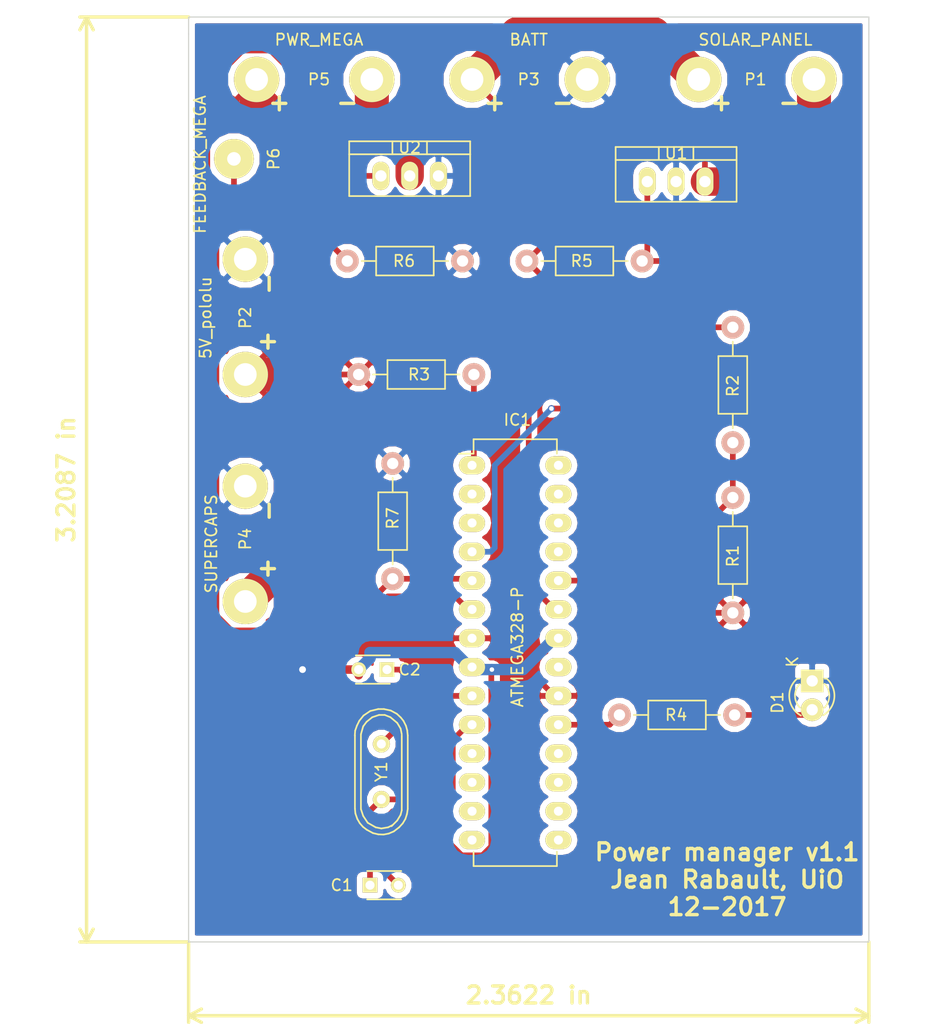
<source format=kicad_pcb>
(kicad_pcb (version 4) (host pcbnew 4.0.2+dfsg1-stable)

  (general
    (links 39)
    (no_connects 0)
    (area 63.000001 37 147.000001 129.200001)
    (thickness 1.6)
    (drawings 20)
    (tracks 134)
    (zones 0)
    (modules 21)
    (nets 31)
  )

  (page A4)
  (title_block
    (title "Power Controler WIL")
    (date 2017-11-28)
    (rev v1.0)
    (company "UIO - Jean Rabault")
  )

  (layers
    (0 F.Cu signal)
    (31 B.Cu signal)
    (32 B.Adhes user hide)
    (33 F.Adhes user hide)
    (34 B.Paste user hide)
    (35 F.Paste user hide)
    (36 B.SilkS user)
    (37 F.SilkS user)
    (38 B.Mask user)
    (39 F.Mask user)
    (40 Dwgs.User user hide)
    (41 Cmts.User user hide)
    (42 Eco1.User user hide)
    (43 Eco2.User user hide)
    (44 Edge.Cuts user)
    (45 Margin user hide)
    (46 B.CrtYd user)
    (47 F.CrtYd user)
    (48 B.Fab user)
    (49 F.Fab user)
  )

  (setup
    (last_trace_width 0.5)
    (user_trace_width 0.25)
    (user_trace_width 0.5)
    (user_trace_width 0.75)
    (user_trace_width 1)
    (user_trace_width 2.5)
    (user_trace_width 3)
    (trace_clearance 0.3)
    (zone_clearance 0.508)
    (zone_45_only no)
    (trace_min 0.2)
    (segment_width 0.2)
    (edge_width 0.1)
    (via_size 0.6)
    (via_drill 0.4)
    (via_min_size 0.4)
    (via_min_drill 0.3)
    (uvia_size 0.3)
    (uvia_drill 0.1)
    (uvias_allowed no)
    (uvia_min_size 0.2)
    (uvia_min_drill 0.1)
    (pcb_text_width 0.3)
    (pcb_text_size 1.5 1.5)
    (mod_edge_width 0.15)
    (mod_text_size 1 1)
    (mod_text_width 0.15)
    (pad_size 2.49936 1.50114)
    (pad_drill 1.00076)
    (pad_to_mask_clearance 0)
    (aux_axis_origin 0 0)
    (visible_elements FFFFEFFF)
    (pcbplotparams
      (layerselection 0x3d0f0_80000001)
      (usegerberextensions false)
      (excludeedgelayer true)
      (linewidth 0.100000)
      (plotframeref false)
      (viasonmask false)
      (mode 1)
      (useauxorigin false)
      (hpglpennumber 1)
      (hpglpenspeed 20)
      (hpglpendiameter 15)
      (hpglpenoverlay 2)
      (psnegative false)
      (psa4output false)
      (plotreference true)
      (plotvalue true)
      (plotinvisibletext false)
      (padsonsilk true)
      (subtractmaskfromsilk false)
      (outputformat 4)
      (mirror false)
      (drillshape 0)
      (scaleselection 1)
      (outputdirectory power_controller_v1_1.pdf/))
  )

  (net 0 "")
  (net 1 "Net-(C1-Pad1)")
  (net 2 GND)
  (net 3 "Net-(C2-Pad1)")
  (net 4 "Net-(D1-Pad2)")
  (net 5 "Net-(IC1-Pad1)")
  (net 6 "Net-(IC1-Pad2)")
  (net 7 "Net-(IC1-Pad3)")
  (net 8 /D3)
  (net 9 /MEGA_FBK)
  (net 10 /D5)
  (net 11 +5V)
  (net 12 "Net-(IC1-Pad11)")
  (net 13 "Net-(IC1-Pad12)")
  (net 14 "Net-(IC1-Pad13)")
  (net 15 "Net-(IC1-Pad14)")
  (net 16 "Net-(IC1-Pad15)")
  (net 17 "Net-(IC1-Pad16)")
  (net 18 "Net-(IC1-Pad17)")
  (net 19 "Net-(IC1-Pad18)")
  (net 20 "Net-(IC1-Pad19)")
  (net 21 "Net-(IC1-Pad21)")
  (net 22 /A0)
  (net 23 /A1)
  (net 24 "Net-(IC1-Pad25)")
  (net 25 "Net-(IC1-Pad26)")
  (net 26 "Net-(IC1-Pad27)")
  (net 27 "Net-(IC1-Pad28)")
  (net 28 /MSFT_SOLAR_S)
  (net 29 /MEGA-)
  (net 30 /Ref_gnd)

  (net_class Default "This is the default net class."
    (clearance 0.3)
    (trace_width 0.25)
    (via_dia 0.6)
    (via_drill 0.4)
    (uvia_dia 0.3)
    (uvia_drill 0.1)
    (add_net /A0)
    (add_net /A1)
    (add_net /D3)
    (add_net /D5)
    (add_net /MEGA_FBK)
    (add_net /Ref_gnd)
    (add_net "Net-(C1-Pad1)")
    (add_net "Net-(C2-Pad1)")
    (add_net "Net-(D1-Pad2)")
    (add_net "Net-(IC1-Pad1)")
    (add_net "Net-(IC1-Pad11)")
    (add_net "Net-(IC1-Pad12)")
    (add_net "Net-(IC1-Pad13)")
    (add_net "Net-(IC1-Pad14)")
    (add_net "Net-(IC1-Pad15)")
    (add_net "Net-(IC1-Pad16)")
    (add_net "Net-(IC1-Pad17)")
    (add_net "Net-(IC1-Pad18)")
    (add_net "Net-(IC1-Pad19)")
    (add_net "Net-(IC1-Pad2)")
    (add_net "Net-(IC1-Pad21)")
    (add_net "Net-(IC1-Pad25)")
    (add_net "Net-(IC1-Pad26)")
    (add_net "Net-(IC1-Pad27)")
    (add_net "Net-(IC1-Pad28)")
    (add_net "Net-(IC1-Pad3)")
  )

  (net_class power ""
    (clearance 0.3)
    (trace_width 0.75)
    (via_dia 0.9)
    (via_drill 0.6)
    (uvia_dia 0.45)
    (uvia_drill 0.15)
    (add_net +5V)
    (add_net /MEGA-)
    (add_net /MSFT_SOLAR_S)
    (add_net GND)
  )

  (module Wire_Connections_Bridges:WireConnection_2.00mmDrill locked (layer F.Cu) (tedit 5A1EB685) (tstamp 5A1D76E7)
    (at 86 44)
    (descr "WireConnection with 2mm drill")
    (path /5A1C3304)
    (fp_text reference P5 (at 5.5 0) (layer F.SilkS)
      (effects (font (size 1 1) (thickness 0.15)))
    )
    (fp_text value PWR_MEGA (at 5.5 -3.5) (layer F.SilkS)
      (effects (font (size 1 1) (thickness 0.15)))
    )
    (fp_line (start 14.0716 -3.7592) (end 13.8684 -3.6576) (layer Cmts.User) (width 0.381))
    (fp_line (start 13.8684 -3.6576) (end 13.6398 -3.6576) (layer Cmts.User) (width 0.381))
    (fp_line (start 13.6398 -3.6576) (end 13.4366 -3.7592) (layer Cmts.User) (width 0.381))
    (fp_line (start 13.4366 -3.7592) (end 13.3604 -4.1148) (layer Cmts.User) (width 0.381))
    (fp_line (start 13.3604 -4.1148) (end 13.3604 -4.572) (layer Cmts.User) (width 0.381))
    (fp_line (start 13.3604 -4.572) (end 13.462 -4.6482) (layer Cmts.User) (width 0.381))
    (fp_line (start 13.462 -4.6482) (end 13.7668 -4.7244) (layer Cmts.User) (width 0.381))
    (fp_line (start 13.7668 -4.7244) (end 13.9954 -4.6736) (layer Cmts.User) (width 0.381))
    (fp_line (start 13.9954 -4.6736) (end 14.0462 -4.318) (layer Cmts.User) (width 0.381))
    (fp_line (start 14.0462 -4.318) (end 13.4366 -4.191) (layer Cmts.User) (width 0.381))
    (fp_line (start 13.4366 -4.191) (end 13.4366 -4.2418) (layer Cmts.User) (width 0.381))
    (fp_line (start 12.7508 -3.7084) (end 12.4206 -3.7084) (layer Cmts.User) (width 0.381))
    (fp_line (start 12.4206 -3.7084) (end 12.2174 -3.7084) (layer Cmts.User) (width 0.381))
    (fp_line (start 12.2174 -3.7084) (end 12.0396 -3.8608) (layer Cmts.User) (width 0.381))
    (fp_line (start 12.0396 -3.8608) (end 12.0396 -4.2418) (layer Cmts.User) (width 0.381))
    (fp_line (start 12.0396 -4.2418) (end 12.1412 -4.572) (layer Cmts.User) (width 0.381))
    (fp_line (start 12.1412 -4.572) (end 12.2936 -4.6482) (layer Cmts.User) (width 0.381))
    (fp_line (start 12.2936 -4.6482) (end 12.573 -4.6482) (layer Cmts.User) (width 0.381))
    (fp_line (start 12.573 -4.6482) (end 12.7508 -4.572) (layer Cmts.User) (width 0.381))
    (fp_line (start 12.7508 -4.572) (end 12.7762 -4.2672) (layer Cmts.User) (width 0.381))
    (fp_line (start 12.7762 -4.2672) (end 12.1412 -4.2418) (layer Cmts.User) (width 0.381))
    (fp_line (start 11.2268 -4.5212) (end 11.6078 -4.6736) (layer Cmts.User) (width 0.381))
    (fp_line (start 11.6078 -4.6736) (end 11.6332 -4.6736) (layer Cmts.User) (width 0.381))
    (fp_line (start 11.2014 -4.7244) (end 11.2014 -3.6576) (layer Cmts.User) (width 0.381))
    (fp_line (start 9.9822 -4.6736) (end 10.668 -4.7244) (layer Cmts.User) (width 0.381))
    (fp_line (start 10.7188 -5.207) (end 10.541 -5.207) (layer Cmts.User) (width 0.381))
    (fp_line (start 10.541 -5.207) (end 10.3886 -5.08) (layer Cmts.User) (width 0.381))
    (fp_line (start 10.3886 -5.08) (end 10.3378 -3.7084) (layer Cmts.User) (width 0.381))
    (fp_line (start 8.4328 -4.5974) (end 8.3058 -4.6736) (layer Cmts.User) (width 0.381))
    (fp_line (start 8.3058 -4.6736) (end 8.0264 -4.6736) (layer Cmts.User) (width 0.381))
    (fp_line (start 8.0264 -4.6736) (end 7.874 -4.445) (layer Cmts.User) (width 0.381))
    (fp_line (start 7.874 -4.445) (end 7.8994 -4.2672) (layer Cmts.User) (width 0.381))
    (fp_line (start 7.8994 -4.2672) (end 8.1788 -4.191) (layer Cmts.User) (width 0.381))
    (fp_line (start 8.1788 -4.191) (end 8.4328 -4.1148) (layer Cmts.User) (width 0.381))
    (fp_line (start 8.4328 -4.1148) (end 8.4836 -3.8354) (layer Cmts.User) (width 0.381))
    (fp_line (start 8.4836 -3.8354) (end 8.2804 -3.6576) (layer Cmts.User) (width 0.381))
    (fp_line (start 8.2804 -3.6576) (end 7.8994 -3.7084) (layer Cmts.User) (width 0.381))
    (fp_line (start 7.1628 -3.6576) (end 6.8072 -3.7592) (layer Cmts.User) (width 0.381))
    (fp_line (start 6.8072 -3.7592) (end 6.604 -3.8354) (layer Cmts.User) (width 0.381))
    (fp_line (start 6.604 -3.8354) (end 6.477 -4.1656) (layer Cmts.User) (width 0.381))
    (fp_line (start 6.477 -4.1656) (end 6.477 -4.4704) (layer Cmts.User) (width 0.381))
    (fp_line (start 6.477 -4.4704) (end 6.6802 -4.6736) (layer Cmts.User) (width 0.381))
    (fp_line (start 6.6802 -4.6736) (end 7.0104 -4.7244) (layer Cmts.User) (width 0.381))
    (fp_line (start 7.2136 -5.207) (end 7.2136 -3.6576) (layer Cmts.User) (width 0.381))
    (fp_line (start 5.715 -3.6576) (end 5.2578 -3.7084) (layer Cmts.User) (width 0.381))
    (fp_line (start 5.2578 -3.7084) (end 5.1054 -3.9116) (layer Cmts.User) (width 0.381))
    (fp_line (start 5.1054 -3.9116) (end 5.1308 -4.191) (layer Cmts.User) (width 0.381))
    (fp_line (start 5.1308 -4.191) (end 5.842 -4.2418) (layer Cmts.User) (width 0.381))
    (fp_line (start 5.1054 -4.572) (end 5.3848 -4.7244) (layer Cmts.User) (width 0.381))
    (fp_line (start 5.3848 -4.7244) (end 5.6388 -4.6482) (layer Cmts.User) (width 0.381))
    (fp_line (start 5.6388 -4.6482) (end 5.7912 -4.4704) (layer Cmts.User) (width 0.381))
    (fp_line (start 5.7912 -4.4704) (end 5.842 -3.6322) (layer Cmts.User) (width 0.381))
    (fp_line (start 3.6068 -3.6576) (end 3.6322 -5.2578) (layer Cmts.User) (width 0.381))
    (fp_line (start 3.6322 -5.2578) (end 4.0894 -5.2578) (layer Cmts.User) (width 0.381))
    (fp_line (start 4.0894 -5.2578) (end 4.3688 -5.1308) (layer Cmts.User) (width 0.381))
    (fp_line (start 4.3688 -5.1308) (end 4.4958 -4.8768) (layer Cmts.User) (width 0.381))
    (fp_line (start 4.4958 -4.8768) (end 4.4958 -4.5974) (layer Cmts.User) (width 0.381))
    (fp_line (start 4.4958 -4.5974) (end 4.3688 -4.3942) (layer Cmts.User) (width 0.381))
    (fp_line (start 4.3688 -4.3942) (end 4.0894 -4.445) (layer Cmts.User) (width 0.381))
    (fp_line (start 4.0894 -4.445) (end 3.6322 -4.445) (layer Cmts.User) (width 0.381))
    (fp_line (start 1.778 -3.7592) (end 1.524 -3.6576) (layer Cmts.User) (width 0.381))
    (fp_line (start 1.524 -3.6576) (end 1.27 -3.7592) (layer Cmts.User) (width 0.381))
    (fp_line (start 1.27 -3.7592) (end 1.1176 -3.9116) (layer Cmts.User) (width 0.381))
    (fp_line (start 1.1176 -3.9116) (end 1.0414 -4.318) (layer Cmts.User) (width 0.381))
    (fp_line (start 1.0414 -4.318) (end 1.1684 -4.572) (layer Cmts.User) (width 0.381))
    (fp_line (start 1.1684 -4.572) (end 1.3716 -4.6736) (layer Cmts.User) (width 0.381))
    (fp_line (start 1.3716 -4.6736) (end 1.651 -4.6482) (layer Cmts.User) (width 0.381))
    (fp_line (start 1.651 -4.6482) (end 1.8034 -4.5212) (layer Cmts.User) (width 0.381))
    (fp_line (start 1.8034 -4.5212) (end 1.8034 -4.318) (layer Cmts.User) (width 0.381))
    (fp_line (start 1.8034 -4.318) (end 1.1684 -4.2418) (layer Cmts.User) (width 0.381))
    (fp_line (start -0.1524 -4.7244) (end 0.3048 -3.6576) (layer Cmts.User) (width 0.381))
    (fp_line (start 0.3048 -3.6576) (end 0.5842 -4.6736) (layer Cmts.User) (width 0.381))
    (fp_line (start 0.5842 -4.6736) (end 0.5588 -4.6736) (layer Cmts.User) (width 0.381))
    (fp_line (start -1.4732 -4.3942) (end -1.4732 -3.9116) (layer Cmts.User) (width 0.381))
    (fp_line (start -1.4732 -3.9116) (end -1.27 -3.7084) (layer Cmts.User) (width 0.381))
    (fp_line (start -1.27 -3.7084) (end -1.0414 -3.6576) (layer Cmts.User) (width 0.381))
    (fp_line (start -1.0414 -3.6576) (end -0.762 -3.7846) (layer Cmts.User) (width 0.381))
    (fp_line (start -0.762 -3.7846) (end -0.6604 -3.9878) (layer Cmts.User) (width 0.381))
    (fp_line (start -0.6604 -3.9878) (end -0.6604 -4.445) (layer Cmts.User) (width 0.381))
    (fp_line (start -0.6604 -4.445) (end -0.8382 -4.6482) (layer Cmts.User) (width 0.381))
    (fp_line (start -0.8382 -4.6482) (end -1.1176 -4.7244) (layer Cmts.User) (width 0.381))
    (fp_line (start -1.1176 -4.7244) (end -1.4478 -4.4704) (layer Cmts.User) (width 0.381))
    (fp_line (start -3.0988 -3.6322) (end -3.0988 -5.2578) (layer Cmts.User) (width 0.381))
    (fp_line (start -3.0988 -5.2578) (end -2.6162 -4.1148) (layer Cmts.User) (width 0.381))
    (fp_line (start -2.6162 -4.1148) (end -2.1336 -5.1816) (layer Cmts.User) (width 0.381))
    (fp_line (start -2.1336 -5.1816) (end -2.1336 -3.6322) (layer Cmts.User) (width 0.381))
    (pad 1 thru_hole circle (at 0 0) (size 4.0005 4.0005) (drill 1.99898) (layers *.Cu *.Mask F.SilkS)
      (net 11 +5V))
    (pad 2 thru_hole circle (at 10.16 0) (size 4.0005 4.0005) (drill 1.99898) (layers *.Cu *.Mask F.SilkS)
      (net 29 /MEGA-))
  )

  (module Wire_Connections_Bridges:WireConnection_2.00mmDrill locked (layer F.Cu) (tedit 5A1EB67F) (tstamp 5A1D76CF)
    (at 125 44)
    (descr "WireConnection with 2mm drill")
    (path /5A1C2EF9)
    (fp_text reference P1 (at 5 0) (layer F.SilkS)
      (effects (font (size 1 1) (thickness 0.15)))
    )
    (fp_text value SOLAR_PANEL (at 5 -3.5) (layer F.SilkS)
      (effects (font (size 1 1) (thickness 0.15)))
    )
    (fp_line (start 14.0716 -3.7592) (end 13.8684 -3.6576) (layer Cmts.User) (width 0.381))
    (fp_line (start 13.8684 -3.6576) (end 13.6398 -3.6576) (layer Cmts.User) (width 0.381))
    (fp_line (start 13.6398 -3.6576) (end 13.4366 -3.7592) (layer Cmts.User) (width 0.381))
    (fp_line (start 13.4366 -3.7592) (end 13.3604 -4.1148) (layer Cmts.User) (width 0.381))
    (fp_line (start 13.3604 -4.1148) (end 13.3604 -4.572) (layer Cmts.User) (width 0.381))
    (fp_line (start 13.3604 -4.572) (end 13.462 -4.6482) (layer Cmts.User) (width 0.381))
    (fp_line (start 13.462 -4.6482) (end 13.7668 -4.7244) (layer Cmts.User) (width 0.381))
    (fp_line (start 13.7668 -4.7244) (end 13.9954 -4.6736) (layer Cmts.User) (width 0.381))
    (fp_line (start 13.9954 -4.6736) (end 14.0462 -4.318) (layer Cmts.User) (width 0.381))
    (fp_line (start 14.0462 -4.318) (end 13.4366 -4.191) (layer Cmts.User) (width 0.381))
    (fp_line (start 13.4366 -4.191) (end 13.4366 -4.2418) (layer Cmts.User) (width 0.381))
    (fp_line (start 12.7508 -3.7084) (end 12.4206 -3.7084) (layer Cmts.User) (width 0.381))
    (fp_line (start 12.4206 -3.7084) (end 12.2174 -3.7084) (layer Cmts.User) (width 0.381))
    (fp_line (start 12.2174 -3.7084) (end 12.0396 -3.8608) (layer Cmts.User) (width 0.381))
    (fp_line (start 12.0396 -3.8608) (end 12.0396 -4.2418) (layer Cmts.User) (width 0.381))
    (fp_line (start 12.0396 -4.2418) (end 12.1412 -4.572) (layer Cmts.User) (width 0.381))
    (fp_line (start 12.1412 -4.572) (end 12.2936 -4.6482) (layer Cmts.User) (width 0.381))
    (fp_line (start 12.2936 -4.6482) (end 12.573 -4.6482) (layer Cmts.User) (width 0.381))
    (fp_line (start 12.573 -4.6482) (end 12.7508 -4.572) (layer Cmts.User) (width 0.381))
    (fp_line (start 12.7508 -4.572) (end 12.7762 -4.2672) (layer Cmts.User) (width 0.381))
    (fp_line (start 12.7762 -4.2672) (end 12.1412 -4.2418) (layer Cmts.User) (width 0.381))
    (fp_line (start 11.2268 -4.5212) (end 11.6078 -4.6736) (layer Cmts.User) (width 0.381))
    (fp_line (start 11.6078 -4.6736) (end 11.6332 -4.6736) (layer Cmts.User) (width 0.381))
    (fp_line (start 11.2014 -4.7244) (end 11.2014 -3.6576) (layer Cmts.User) (width 0.381))
    (fp_line (start 9.9822 -4.6736) (end 10.668 -4.7244) (layer Cmts.User) (width 0.381))
    (fp_line (start 10.7188 -5.207) (end 10.541 -5.207) (layer Cmts.User) (width 0.381))
    (fp_line (start 10.541 -5.207) (end 10.3886 -5.08) (layer Cmts.User) (width 0.381))
    (fp_line (start 10.3886 -5.08) (end 10.3378 -3.7084) (layer Cmts.User) (width 0.381))
    (fp_line (start 8.4328 -4.5974) (end 8.3058 -4.6736) (layer Cmts.User) (width 0.381))
    (fp_line (start 8.3058 -4.6736) (end 8.0264 -4.6736) (layer Cmts.User) (width 0.381))
    (fp_line (start 8.0264 -4.6736) (end 7.874 -4.445) (layer Cmts.User) (width 0.381))
    (fp_line (start 7.874 -4.445) (end 7.8994 -4.2672) (layer Cmts.User) (width 0.381))
    (fp_line (start 7.8994 -4.2672) (end 8.1788 -4.191) (layer Cmts.User) (width 0.381))
    (fp_line (start 8.1788 -4.191) (end 8.4328 -4.1148) (layer Cmts.User) (width 0.381))
    (fp_line (start 8.4328 -4.1148) (end 8.4836 -3.8354) (layer Cmts.User) (width 0.381))
    (fp_line (start 8.4836 -3.8354) (end 8.2804 -3.6576) (layer Cmts.User) (width 0.381))
    (fp_line (start 8.2804 -3.6576) (end 7.8994 -3.7084) (layer Cmts.User) (width 0.381))
    (fp_line (start 7.1628 -3.6576) (end 6.8072 -3.7592) (layer Cmts.User) (width 0.381))
    (fp_line (start 6.8072 -3.7592) (end 6.604 -3.8354) (layer Cmts.User) (width 0.381))
    (fp_line (start 6.604 -3.8354) (end 6.477 -4.1656) (layer Cmts.User) (width 0.381))
    (fp_line (start 6.477 -4.1656) (end 6.477 -4.4704) (layer Cmts.User) (width 0.381))
    (fp_line (start 6.477 -4.4704) (end 6.6802 -4.6736) (layer Cmts.User) (width 0.381))
    (fp_line (start 6.6802 -4.6736) (end 7.0104 -4.7244) (layer Cmts.User) (width 0.381))
    (fp_line (start 7.2136 -5.207) (end 7.2136 -3.6576) (layer Cmts.User) (width 0.381))
    (fp_line (start 5.715 -3.6576) (end 5.2578 -3.7084) (layer Cmts.User) (width 0.381))
    (fp_line (start 5.2578 -3.7084) (end 5.1054 -3.9116) (layer Cmts.User) (width 0.381))
    (fp_line (start 5.1054 -3.9116) (end 5.1308 -4.191) (layer Cmts.User) (width 0.381))
    (fp_line (start 5.1308 -4.191) (end 5.842 -4.2418) (layer Cmts.User) (width 0.381))
    (fp_line (start 5.1054 -4.572) (end 5.3848 -4.7244) (layer Cmts.User) (width 0.381))
    (fp_line (start 5.3848 -4.7244) (end 5.6388 -4.6482) (layer Cmts.User) (width 0.381))
    (fp_line (start 5.6388 -4.6482) (end 5.7912 -4.4704) (layer Cmts.User) (width 0.381))
    (fp_line (start 5.7912 -4.4704) (end 5.842 -3.6322) (layer Cmts.User) (width 0.381))
    (fp_line (start 3.6068 -3.6576) (end 3.6322 -5.2578) (layer Cmts.User) (width 0.381))
    (fp_line (start 3.6322 -5.2578) (end 4.0894 -5.2578) (layer Cmts.User) (width 0.381))
    (fp_line (start 4.0894 -5.2578) (end 4.3688 -5.1308) (layer Cmts.User) (width 0.381))
    (fp_line (start 4.3688 -5.1308) (end 4.4958 -4.8768) (layer Cmts.User) (width 0.381))
    (fp_line (start 4.4958 -4.8768) (end 4.4958 -4.5974) (layer Cmts.User) (width 0.381))
    (fp_line (start 4.4958 -4.5974) (end 4.3688 -4.3942) (layer Cmts.User) (width 0.381))
    (fp_line (start 4.3688 -4.3942) (end 4.0894 -4.445) (layer Cmts.User) (width 0.381))
    (fp_line (start 4.0894 -4.445) (end 3.6322 -4.445) (layer Cmts.User) (width 0.381))
    (fp_line (start 1.778 -3.7592) (end 1.524 -3.6576) (layer Cmts.User) (width 0.381))
    (fp_line (start 1.524 -3.6576) (end 1.27 -3.7592) (layer Cmts.User) (width 0.381))
    (fp_line (start 1.27 -3.7592) (end 1.1176 -3.9116) (layer Cmts.User) (width 0.381))
    (fp_line (start 1.1176 -3.9116) (end 1.0414 -4.318) (layer Cmts.User) (width 0.381))
    (fp_line (start 1.0414 -4.318) (end 1.1684 -4.572) (layer Cmts.User) (width 0.381))
    (fp_line (start 1.1684 -4.572) (end 1.3716 -4.6736) (layer Cmts.User) (width 0.381))
    (fp_line (start 1.3716 -4.6736) (end 1.651 -4.6482) (layer Cmts.User) (width 0.381))
    (fp_line (start 1.651 -4.6482) (end 1.8034 -4.5212) (layer Cmts.User) (width 0.381))
    (fp_line (start 1.8034 -4.5212) (end 1.8034 -4.318) (layer Cmts.User) (width 0.381))
    (fp_line (start 1.8034 -4.318) (end 1.1684 -4.2418) (layer Cmts.User) (width 0.381))
    (fp_line (start -0.1524 -4.7244) (end 0.3048 -3.6576) (layer Cmts.User) (width 0.381))
    (fp_line (start 0.3048 -3.6576) (end 0.5842 -4.6736) (layer Cmts.User) (width 0.381))
    (fp_line (start 0.5842 -4.6736) (end 0.5588 -4.6736) (layer Cmts.User) (width 0.381))
    (fp_line (start -1.4732 -4.3942) (end -1.4732 -3.9116) (layer Cmts.User) (width 0.381))
    (fp_line (start -1.4732 -3.9116) (end -1.27 -3.7084) (layer Cmts.User) (width 0.381))
    (fp_line (start -1.27 -3.7084) (end -1.0414 -3.6576) (layer Cmts.User) (width 0.381))
    (fp_line (start -1.0414 -3.6576) (end -0.762 -3.7846) (layer Cmts.User) (width 0.381))
    (fp_line (start -0.762 -3.7846) (end -0.6604 -3.9878) (layer Cmts.User) (width 0.381))
    (fp_line (start -0.6604 -3.9878) (end -0.6604 -4.445) (layer Cmts.User) (width 0.381))
    (fp_line (start -0.6604 -4.445) (end -0.8382 -4.6482) (layer Cmts.User) (width 0.381))
    (fp_line (start -0.8382 -4.6482) (end -1.1176 -4.7244) (layer Cmts.User) (width 0.381))
    (fp_line (start -1.1176 -4.7244) (end -1.4478 -4.4704) (layer Cmts.User) (width 0.381))
    (fp_line (start -3.0988 -3.6322) (end -3.0988 -5.2578) (layer Cmts.User) (width 0.381))
    (fp_line (start -3.0988 -5.2578) (end -2.6162 -4.1148) (layer Cmts.User) (width 0.381))
    (fp_line (start -2.6162 -4.1148) (end -2.1336 -5.1816) (layer Cmts.User) (width 0.381))
    (fp_line (start -2.1336 -5.1816) (end -2.1336 -3.6322) (layer Cmts.User) (width 0.381))
    (pad 1 thru_hole circle (at 0 0) (size 4.0005 4.0005) (drill 1.99898) (layers *.Cu *.Mask F.SilkS)
      (net 22 /A0))
    (pad 2 thru_hole circle (at 10.16 0) (size 4.0005 4.0005) (drill 1.99898) (layers *.Cu *.Mask F.SilkS)
      (net 28 /MSFT_SOLAR_S))
  )

  (module Wire_Connections_Bridges:WireConnection_2.00mmDrill (layer F.Cu) (tedit 5A1EB69C) (tstamp 5A1D76E1)
    (at 85 90 90)
    (descr "WireConnection with 2mm drill")
    (path /5A1C317C)
    (fp_text reference P4 (at 5.5 0 90) (layer F.SilkS)
      (effects (font (size 1 1) (thickness 0.15)))
    )
    (fp_text value SUPERCAPS (at 5.08 -3 90) (layer F.SilkS)
      (effects (font (size 1 1) (thickness 0.15)))
    )
    (fp_line (start 14.0716 -3.7592) (end 13.8684 -3.6576) (layer Cmts.User) (width 0.381))
    (fp_line (start 13.8684 -3.6576) (end 13.6398 -3.6576) (layer Cmts.User) (width 0.381))
    (fp_line (start 13.6398 -3.6576) (end 13.4366 -3.7592) (layer Cmts.User) (width 0.381))
    (fp_line (start 13.4366 -3.7592) (end 13.3604 -4.1148) (layer Cmts.User) (width 0.381))
    (fp_line (start 13.3604 -4.1148) (end 13.3604 -4.572) (layer Cmts.User) (width 0.381))
    (fp_line (start 13.3604 -4.572) (end 13.462 -4.6482) (layer Cmts.User) (width 0.381))
    (fp_line (start 13.462 -4.6482) (end 13.7668 -4.7244) (layer Cmts.User) (width 0.381))
    (fp_line (start 13.7668 -4.7244) (end 13.9954 -4.6736) (layer Cmts.User) (width 0.381))
    (fp_line (start 13.9954 -4.6736) (end 14.0462 -4.318) (layer Cmts.User) (width 0.381))
    (fp_line (start 14.0462 -4.318) (end 13.4366 -4.191) (layer Cmts.User) (width 0.381))
    (fp_line (start 13.4366 -4.191) (end 13.4366 -4.2418) (layer Cmts.User) (width 0.381))
    (fp_line (start 12.7508 -3.7084) (end 12.4206 -3.7084) (layer Cmts.User) (width 0.381))
    (fp_line (start 12.4206 -3.7084) (end 12.2174 -3.7084) (layer Cmts.User) (width 0.381))
    (fp_line (start 12.2174 -3.7084) (end 12.0396 -3.8608) (layer Cmts.User) (width 0.381))
    (fp_line (start 12.0396 -3.8608) (end 12.0396 -4.2418) (layer Cmts.User) (width 0.381))
    (fp_line (start 12.0396 -4.2418) (end 12.1412 -4.572) (layer Cmts.User) (width 0.381))
    (fp_line (start 12.1412 -4.572) (end 12.2936 -4.6482) (layer Cmts.User) (width 0.381))
    (fp_line (start 12.2936 -4.6482) (end 12.573 -4.6482) (layer Cmts.User) (width 0.381))
    (fp_line (start 12.573 -4.6482) (end 12.7508 -4.572) (layer Cmts.User) (width 0.381))
    (fp_line (start 12.7508 -4.572) (end 12.7762 -4.2672) (layer Cmts.User) (width 0.381))
    (fp_line (start 12.7762 -4.2672) (end 12.1412 -4.2418) (layer Cmts.User) (width 0.381))
    (fp_line (start 11.2268 -4.5212) (end 11.6078 -4.6736) (layer Cmts.User) (width 0.381))
    (fp_line (start 11.6078 -4.6736) (end 11.6332 -4.6736) (layer Cmts.User) (width 0.381))
    (fp_line (start 11.2014 -4.7244) (end 11.2014 -3.6576) (layer Cmts.User) (width 0.381))
    (fp_line (start 9.9822 -4.6736) (end 10.668 -4.7244) (layer Cmts.User) (width 0.381))
    (fp_line (start 10.7188 -5.207) (end 10.541 -5.207) (layer Cmts.User) (width 0.381))
    (fp_line (start 10.541 -5.207) (end 10.3886 -5.08) (layer Cmts.User) (width 0.381))
    (fp_line (start 10.3886 -5.08) (end 10.3378 -3.7084) (layer Cmts.User) (width 0.381))
    (fp_line (start 8.4328 -4.5974) (end 8.3058 -4.6736) (layer Cmts.User) (width 0.381))
    (fp_line (start 8.3058 -4.6736) (end 8.0264 -4.6736) (layer Cmts.User) (width 0.381))
    (fp_line (start 8.0264 -4.6736) (end 7.874 -4.445) (layer Cmts.User) (width 0.381))
    (fp_line (start 7.874 -4.445) (end 7.8994 -4.2672) (layer Cmts.User) (width 0.381))
    (fp_line (start 7.8994 -4.2672) (end 8.1788 -4.191) (layer Cmts.User) (width 0.381))
    (fp_line (start 8.1788 -4.191) (end 8.4328 -4.1148) (layer Cmts.User) (width 0.381))
    (fp_line (start 8.4328 -4.1148) (end 8.4836 -3.8354) (layer Cmts.User) (width 0.381))
    (fp_line (start 8.4836 -3.8354) (end 8.2804 -3.6576) (layer Cmts.User) (width 0.381))
    (fp_line (start 8.2804 -3.6576) (end 7.8994 -3.7084) (layer Cmts.User) (width 0.381))
    (fp_line (start 7.1628 -3.6576) (end 6.8072 -3.7592) (layer Cmts.User) (width 0.381))
    (fp_line (start 6.8072 -3.7592) (end 6.604 -3.8354) (layer Cmts.User) (width 0.381))
    (fp_line (start 6.604 -3.8354) (end 6.477 -4.1656) (layer Cmts.User) (width 0.381))
    (fp_line (start 6.477 -4.1656) (end 6.477 -4.4704) (layer Cmts.User) (width 0.381))
    (fp_line (start 6.477 -4.4704) (end 6.6802 -4.6736) (layer Cmts.User) (width 0.381))
    (fp_line (start 6.6802 -4.6736) (end 7.0104 -4.7244) (layer Cmts.User) (width 0.381))
    (fp_line (start 7.2136 -5.207) (end 7.2136 -3.6576) (layer Cmts.User) (width 0.381))
    (fp_line (start 5.715 -3.6576) (end 5.2578 -3.7084) (layer Cmts.User) (width 0.381))
    (fp_line (start 5.2578 -3.7084) (end 5.1054 -3.9116) (layer Cmts.User) (width 0.381))
    (fp_line (start 5.1054 -3.9116) (end 5.1308 -4.191) (layer Cmts.User) (width 0.381))
    (fp_line (start 5.1308 -4.191) (end 5.842 -4.2418) (layer Cmts.User) (width 0.381))
    (fp_line (start 5.1054 -4.572) (end 5.3848 -4.7244) (layer Cmts.User) (width 0.381))
    (fp_line (start 5.3848 -4.7244) (end 5.6388 -4.6482) (layer Cmts.User) (width 0.381))
    (fp_line (start 5.6388 -4.6482) (end 5.7912 -4.4704) (layer Cmts.User) (width 0.381))
    (fp_line (start 5.7912 -4.4704) (end 5.842 -3.6322) (layer Cmts.User) (width 0.381))
    (fp_line (start 3.6068 -3.6576) (end 3.6322 -5.2578) (layer Cmts.User) (width 0.381))
    (fp_line (start 3.6322 -5.2578) (end 4.0894 -5.2578) (layer Cmts.User) (width 0.381))
    (fp_line (start 4.0894 -5.2578) (end 4.3688 -5.1308) (layer Cmts.User) (width 0.381))
    (fp_line (start 4.3688 -5.1308) (end 4.4958 -4.8768) (layer Cmts.User) (width 0.381))
    (fp_line (start 4.4958 -4.8768) (end 4.4958 -4.5974) (layer Cmts.User) (width 0.381))
    (fp_line (start 4.4958 -4.5974) (end 4.3688 -4.3942) (layer Cmts.User) (width 0.381))
    (fp_line (start 4.3688 -4.3942) (end 4.0894 -4.445) (layer Cmts.User) (width 0.381))
    (fp_line (start 4.0894 -4.445) (end 3.6322 -4.445) (layer Cmts.User) (width 0.381))
    (fp_line (start 1.778 -3.7592) (end 1.524 -3.6576) (layer Cmts.User) (width 0.381))
    (fp_line (start 1.524 -3.6576) (end 1.27 -3.7592) (layer Cmts.User) (width 0.381))
    (fp_line (start 1.27 -3.7592) (end 1.1176 -3.9116) (layer Cmts.User) (width 0.381))
    (fp_line (start 1.1176 -3.9116) (end 1.0414 -4.318) (layer Cmts.User) (width 0.381))
    (fp_line (start 1.0414 -4.318) (end 1.1684 -4.572) (layer Cmts.User) (width 0.381))
    (fp_line (start 1.1684 -4.572) (end 1.3716 -4.6736) (layer Cmts.User) (width 0.381))
    (fp_line (start 1.3716 -4.6736) (end 1.651 -4.6482) (layer Cmts.User) (width 0.381))
    (fp_line (start 1.651 -4.6482) (end 1.8034 -4.5212) (layer Cmts.User) (width 0.381))
    (fp_line (start 1.8034 -4.5212) (end 1.8034 -4.318) (layer Cmts.User) (width 0.381))
    (fp_line (start 1.8034 -4.318) (end 1.1684 -4.2418) (layer Cmts.User) (width 0.381))
    (fp_line (start -0.1524 -4.7244) (end 0.3048 -3.6576) (layer Cmts.User) (width 0.381))
    (fp_line (start 0.3048 -3.6576) (end 0.5842 -4.6736) (layer Cmts.User) (width 0.381))
    (fp_line (start 0.5842 -4.6736) (end 0.5588 -4.6736) (layer Cmts.User) (width 0.381))
    (fp_line (start -1.4732 -4.3942) (end -1.4732 -3.9116) (layer Cmts.User) (width 0.381))
    (fp_line (start -1.4732 -3.9116) (end -1.27 -3.7084) (layer Cmts.User) (width 0.381))
    (fp_line (start -1.27 -3.7084) (end -1.0414 -3.6576) (layer Cmts.User) (width 0.381))
    (fp_line (start -1.0414 -3.6576) (end -0.762 -3.7846) (layer Cmts.User) (width 0.381))
    (fp_line (start -0.762 -3.7846) (end -0.6604 -3.9878) (layer Cmts.User) (width 0.381))
    (fp_line (start -0.6604 -3.9878) (end -0.6604 -4.445) (layer Cmts.User) (width 0.381))
    (fp_line (start -0.6604 -4.445) (end -0.8382 -4.6482) (layer Cmts.User) (width 0.381))
    (fp_line (start -0.8382 -4.6482) (end -1.1176 -4.7244) (layer Cmts.User) (width 0.381))
    (fp_line (start -1.1176 -4.7244) (end -1.4478 -4.4704) (layer Cmts.User) (width 0.381))
    (fp_line (start -3.0988 -3.6322) (end -3.0988 -5.2578) (layer Cmts.User) (width 0.381))
    (fp_line (start -3.0988 -5.2578) (end -2.6162 -4.1148) (layer Cmts.User) (width 0.381))
    (fp_line (start -2.6162 -4.1148) (end -2.1336 -5.1816) (layer Cmts.User) (width 0.381))
    (fp_line (start -2.1336 -5.1816) (end -2.1336 -3.6322) (layer Cmts.User) (width 0.381))
    (pad 1 thru_hole circle (at 0 0 90) (size 4.0005 4.0005) (drill 1.99898) (layers *.Cu *.Mask F.SilkS)
      (net 11 +5V))
    (pad 2 thru_hole circle (at 10.16 0 90) (size 4.0005 4.0005) (drill 1.99898) (layers *.Cu *.Mask F.SilkS)
      (net 2 GND))
  )

  (module Capacitors_ThroughHole:C_Disc_D3_P2.5 (layer F.Cu) (tedit 0) (tstamp 5A1D769D)
    (at 96 115)
    (descr "Capacitor 3mm Disc, Pitch 2.5mm")
    (tags Capacitor)
    (path /5A1C2AB0)
    (fp_text reference C1 (at -2.5 0) (layer F.SilkS)
      (effects (font (size 1 1) (thickness 0.15)))
    )
    (fp_text value 20pF (at 1.25 2.5) (layer F.Fab)
      (effects (font (size 1 1) (thickness 0.15)))
    )
    (fp_line (start -0.9 -1.5) (end 3.4 -1.5) (layer F.CrtYd) (width 0.05))
    (fp_line (start 3.4 -1.5) (end 3.4 1.5) (layer F.CrtYd) (width 0.05))
    (fp_line (start 3.4 1.5) (end -0.9 1.5) (layer F.CrtYd) (width 0.05))
    (fp_line (start -0.9 1.5) (end -0.9 -1.5) (layer F.CrtYd) (width 0.05))
    (fp_line (start -0.25 -1.25) (end 2.75 -1.25) (layer F.SilkS) (width 0.15))
    (fp_line (start 2.75 1.25) (end -0.25 1.25) (layer F.SilkS) (width 0.15))
    (pad 1 thru_hole rect (at 0 0) (size 1.3 1.3) (drill 0.8) (layers *.Cu *.Mask F.SilkS)
      (net 1 "Net-(C1-Pad1)"))
    (pad 2 thru_hole circle (at 2.5 0) (size 1.3 1.3) (drill 0.8001) (layers *.Cu *.Mask F.SilkS)
      (net 30 /Ref_gnd))
    (model Capacitors_ThroughHole.3dshapes/C_Disc_D3_P2.5.wrl
      (at (xyz 0.0492126 0 0))
      (scale (xyz 1 1 1))
      (rotate (xyz 0 0 0))
    )
  )

  (module Capacitors_ThroughHole:C_Disc_D3_P2.5 (layer F.Cu) (tedit 0) (tstamp 5A1D76A3)
    (at 97.5 96 180)
    (descr "Capacitor 3mm Disc, Pitch 2.5mm")
    (tags Capacitor)
    (path /5A1C2A61)
    (fp_text reference C2 (at -2 0 180) (layer F.SilkS)
      (effects (font (size 1 1) (thickness 0.15)))
    )
    (fp_text value 20pF (at 1.25 2.5 180) (layer F.Fab)
      (effects (font (size 1 1) (thickness 0.15)))
    )
    (fp_line (start -0.9 -1.5) (end 3.4 -1.5) (layer F.CrtYd) (width 0.05))
    (fp_line (start 3.4 -1.5) (end 3.4 1.5) (layer F.CrtYd) (width 0.05))
    (fp_line (start 3.4 1.5) (end -0.9 1.5) (layer F.CrtYd) (width 0.05))
    (fp_line (start -0.9 1.5) (end -0.9 -1.5) (layer F.CrtYd) (width 0.05))
    (fp_line (start -0.25 -1.25) (end 2.75 -1.25) (layer F.SilkS) (width 0.15))
    (fp_line (start 2.75 1.25) (end -0.25 1.25) (layer F.SilkS) (width 0.15))
    (pad 1 thru_hole rect (at 0 0 180) (size 1.3 1.3) (drill 0.8) (layers *.Cu *.Mask F.SilkS)
      (net 3 "Net-(C2-Pad1)"))
    (pad 2 thru_hole circle (at 2.5 0 180) (size 1.3 1.3) (drill 0.8001) (layers *.Cu *.Mask F.SilkS)
      (net 30 /Ref_gnd))
    (model Capacitors_ThroughHole.3dshapes/C_Disc_D3_P2.5.wrl
      (at (xyz 0.049213 0 0))
      (scale (xyz 1 1 1))
      (rotate (xyz 0 0 0))
    )
  )

  (module LEDs:LED-3MM placed (layer F.Cu) (tedit 559B82F6) (tstamp 5A1D76A9)
    (at 135 97 270)
    (descr "LED 3mm round vertical")
    (tags "LED  3mm round vertical")
    (path /5A1C6138)
    (fp_text reference D1 (at 1.91 3.06 270) (layer F.SilkS)
      (effects (font (size 1 1) (thickness 0.15)))
    )
    (fp_text value LED (at 1.3 -2.9 270) (layer F.Fab)
      (effects (font (size 1 1) (thickness 0.15)))
    )
    (fp_line (start -1.2 2.3) (end 3.8 2.3) (layer F.CrtYd) (width 0.05))
    (fp_line (start 3.8 2.3) (end 3.8 -2.2) (layer F.CrtYd) (width 0.05))
    (fp_line (start 3.8 -2.2) (end -1.2 -2.2) (layer F.CrtYd) (width 0.05))
    (fp_line (start -1.2 -2.2) (end -1.2 2.3) (layer F.CrtYd) (width 0.05))
    (fp_line (start -0.199 1.314) (end -0.199 1.114) (layer F.SilkS) (width 0.15))
    (fp_line (start -0.199 -1.28) (end -0.199 -1.1) (layer F.SilkS) (width 0.15))
    (fp_arc (start 1.301 0.034) (end -0.199 -1.286) (angle 108.5) (layer F.SilkS) (width 0.15))
    (fp_arc (start 1.301 0.034) (end 0.25 -1.1) (angle 85.7) (layer F.SilkS) (width 0.15))
    (fp_arc (start 1.311 0.034) (end 3.051 0.994) (angle 110) (layer F.SilkS) (width 0.15))
    (fp_arc (start 1.301 0.034) (end 2.335 1.094) (angle 87.5) (layer F.SilkS) (width 0.15))
    (fp_text user K (at -1.69 1.74 270) (layer F.SilkS)
      (effects (font (size 1 1) (thickness 0.15)))
    )
    (pad 1 thru_hole rect (at 0 0) (size 2 2) (drill 1.00076) (layers *.Cu *.Mask F.SilkS)
      (net 2 GND))
    (pad 2 thru_hole circle (at 2.54 0 270) (size 2 2) (drill 1.00076) (layers *.Cu *.Mask F.SilkS)
      (net 4 "Net-(D1-Pad2)"))
    (model LEDs.3dshapes/LED-3MM.wrl
      (at (xyz 0.05 0 0))
      (scale (xyz 1 1 1))
      (rotate (xyz 0 0 90))
    )
  )

  (module Housings_DIP:DIP-28_W7.62mm_LongPads locked (layer F.Cu) (tedit 5A1EB6AA) (tstamp 5A1D76C9)
    (at 105 78)
    (descr "28-lead dip package, row spacing 7.62 mm (300 mils), longer pads")
    (tags "dil dip 2.54 300")
    (path /5A1C2877)
    (fp_text reference IC1 (at 4 -4) (layer F.SilkS)
      (effects (font (size 1 1) (thickness 0.15)))
    )
    (fp_text value ATMEGA328-P (at 4 16 90) (layer F.SilkS)
      (effects (font (size 1 1) (thickness 0.15)))
    )
    (fp_line (start -1.4 -2.45) (end -1.4 35.5) (layer F.CrtYd) (width 0.05))
    (fp_line (start 9 -2.45) (end 9 35.5) (layer F.CrtYd) (width 0.05))
    (fp_line (start -1.4 -2.45) (end 9 -2.45) (layer F.CrtYd) (width 0.05))
    (fp_line (start -1.4 35.5) (end 9 35.5) (layer F.CrtYd) (width 0.05))
    (fp_line (start 0.135 -2.295) (end 0.135 -1.025) (layer F.SilkS) (width 0.15))
    (fp_line (start 7.485 -2.295) (end 7.485 -1.025) (layer F.SilkS) (width 0.15))
    (fp_line (start 7.485 35.315) (end 7.485 34.045) (layer F.SilkS) (width 0.15))
    (fp_line (start 0.135 35.315) (end 0.135 34.045) (layer F.SilkS) (width 0.15))
    (fp_line (start 0.135 -2.295) (end 7.485 -2.295) (layer F.SilkS) (width 0.15))
    (fp_line (start 0.135 35.315) (end 7.485 35.315) (layer F.SilkS) (width 0.15))
    (fp_line (start 0.135 -1.025) (end -1.15 -1.025) (layer F.SilkS) (width 0.15))
    (pad 1 thru_hole oval (at 0 0) (size 2.3 1.6) (drill 0.8) (layers *.Cu *.Mask F.SilkS)
      (net 5 "Net-(IC1-Pad1)"))
    (pad 2 thru_hole oval (at 0 2.54) (size 2.3 1.6) (drill 0.8) (layers *.Cu *.Mask F.SilkS)
      (net 6 "Net-(IC1-Pad2)"))
    (pad 3 thru_hole oval (at 0 5.08) (size 2.3 1.6) (drill 0.8) (layers *.Cu *.Mask F.SilkS)
      (net 7 "Net-(IC1-Pad3)"))
    (pad 4 thru_hole oval (at 0 7.62) (size 2.3 1.6) (drill 0.8) (layers *.Cu *.Mask F.SilkS)
      (net 8 /D3))
    (pad 5 thru_hole oval (at 0 10.16) (size 2.3 1.6) (drill 0.8) (layers *.Cu *.Mask F.SilkS)
      (net 9 /MEGA_FBK))
    (pad 6 thru_hole oval (at 0 12.7) (size 2.3 1.6) (drill 0.8) (layers *.Cu *.Mask F.SilkS)
      (net 10 /D5))
    (pad 7 thru_hole oval (at 0 15.24) (size 2.3 1.6) (drill 0.8) (layers *.Cu *.Mask F.SilkS)
      (net 11 +5V))
    (pad 8 thru_hole oval (at 0 17.78) (size 2.3 1.6) (drill 0.8) (layers *.Cu *.Mask F.SilkS)
      (net 30 /Ref_gnd))
    (pad 9 thru_hole oval (at 0 20.32) (size 2.3 1.6) (drill 0.8) (layers *.Cu *.Mask F.SilkS)
      (net 3 "Net-(C2-Pad1)"))
    (pad 10 thru_hole oval (at 0 22.86) (size 2.3 1.6) (drill 0.8) (layers *.Cu *.Mask F.SilkS)
      (net 1 "Net-(C1-Pad1)"))
    (pad 11 thru_hole oval (at 0 25.4) (size 2.3 1.6) (drill 0.8) (layers *.Cu *.Mask F.SilkS)
      (net 12 "Net-(IC1-Pad11)"))
    (pad 12 thru_hole oval (at 0 27.94) (size 2.3 1.6) (drill 0.8) (layers *.Cu *.Mask F.SilkS)
      (net 13 "Net-(IC1-Pad12)"))
    (pad 13 thru_hole oval (at 0 30.48) (size 2.3 1.6) (drill 0.8) (layers *.Cu *.Mask F.SilkS)
      (net 14 "Net-(IC1-Pad13)"))
    (pad 14 thru_hole oval (at 0 33.02) (size 2.3 1.6) (drill 0.8) (layers *.Cu *.Mask F.SilkS)
      (net 15 "Net-(IC1-Pad14)"))
    (pad 15 thru_hole oval (at 7.62 33.02) (size 2.3 1.6) (drill 0.8) (layers *.Cu *.Mask F.SilkS)
      (net 16 "Net-(IC1-Pad15)"))
    (pad 16 thru_hole oval (at 7.62 30.48) (size 2.3 1.6) (drill 0.8) (layers *.Cu *.Mask F.SilkS)
      (net 17 "Net-(IC1-Pad16)"))
    (pad 17 thru_hole oval (at 7.62 27.94) (size 2.3 1.6) (drill 0.8) (layers *.Cu *.Mask F.SilkS)
      (net 18 "Net-(IC1-Pad17)"))
    (pad 18 thru_hole oval (at 7.62 25.4) (size 2.3 1.6) (drill 0.8) (layers *.Cu *.Mask F.SilkS)
      (net 19 "Net-(IC1-Pad18)"))
    (pad 19 thru_hole oval (at 7.62 22.86) (size 2.3 1.6) (drill 0.8) (layers *.Cu *.Mask F.SilkS)
      (net 20 "Net-(IC1-Pad19)"))
    (pad 20 thru_hole oval (at 7.62 20.32) (size 2.3 1.6) (drill 0.8) (layers *.Cu *.Mask F.SilkS)
      (net 11 +5V))
    (pad 21 thru_hole oval (at 7.62 17.78) (size 2.3 1.6) (drill 0.8) (layers *.Cu *.Mask F.SilkS)
      (net 21 "Net-(IC1-Pad21)"))
    (pad 22 thru_hole oval (at 7.62 15.24) (size 2.3 1.6) (drill 0.8) (layers *.Cu *.Mask F.SilkS)
      (net 30 /Ref_gnd))
    (pad 23 thru_hole oval (at 7.62 12.7) (size 2.3 1.6) (drill 0.8) (layers *.Cu *.Mask F.SilkS)
      (net 22 /A0))
    (pad 24 thru_hole oval (at 7.62 10.16) (size 2.3 1.6) (drill 0.8) (layers *.Cu *.Mask F.SilkS)
      (net 23 /A1))
    (pad 25 thru_hole oval (at 7.62 7.62) (size 2.3 1.6) (drill 0.8) (layers *.Cu *.Mask F.SilkS)
      (net 24 "Net-(IC1-Pad25)"))
    (pad 26 thru_hole oval (at 7.62 5.08) (size 2.3 1.6) (drill 0.8) (layers *.Cu *.Mask F.SilkS)
      (net 25 "Net-(IC1-Pad26)"))
    (pad 27 thru_hole oval (at 7.62 2.54) (size 2.3 1.6) (drill 0.8) (layers *.Cu *.Mask F.SilkS)
      (net 26 "Net-(IC1-Pad27)"))
    (pad 28 thru_hole oval (at 7.62 0) (size 2.3 1.6) (drill 0.8) (layers *.Cu *.Mask F.SilkS)
      (net 27 "Net-(IC1-Pad28)"))
    (model Housings_DIP.3dshapes/DIP-28_W7.62mm_LongPads.wrl
      (at (xyz 0 0 0))
      (scale (xyz 1 1 1))
      (rotate (xyz 0 0 0))
    )
  )

  (module Wire_Connections_Bridges:WireConnection_2.00mmDrill (layer F.Cu) (tedit 5A1EB696) (tstamp 5A1D76D5)
    (at 85 70 90)
    (descr "WireConnection with 2mm drill")
    (path /5A1C3104)
    (fp_text reference P2 (at 5 0 90) (layer F.SilkS)
      (effects (font (size 1 1) (thickness 0.15)))
    )
    (fp_text value 5V_pololu (at 5 -3.5 90) (layer F.SilkS)
      (effects (font (size 1 1) (thickness 0.15)))
    )
    (fp_line (start 14.0716 -3.7592) (end 13.8684 -3.6576) (layer Cmts.User) (width 0.381))
    (fp_line (start 13.8684 -3.6576) (end 13.6398 -3.6576) (layer Cmts.User) (width 0.381))
    (fp_line (start 13.6398 -3.6576) (end 13.4366 -3.7592) (layer Cmts.User) (width 0.381))
    (fp_line (start 13.4366 -3.7592) (end 13.3604 -4.1148) (layer Cmts.User) (width 0.381))
    (fp_line (start 13.3604 -4.1148) (end 13.3604 -4.572) (layer Cmts.User) (width 0.381))
    (fp_line (start 13.3604 -4.572) (end 13.462 -4.6482) (layer Cmts.User) (width 0.381))
    (fp_line (start 13.462 -4.6482) (end 13.7668 -4.7244) (layer Cmts.User) (width 0.381))
    (fp_line (start 13.7668 -4.7244) (end 13.9954 -4.6736) (layer Cmts.User) (width 0.381))
    (fp_line (start 13.9954 -4.6736) (end 14.0462 -4.318) (layer Cmts.User) (width 0.381))
    (fp_line (start 14.0462 -4.318) (end 13.4366 -4.191) (layer Cmts.User) (width 0.381))
    (fp_line (start 13.4366 -4.191) (end 13.4366 -4.2418) (layer Cmts.User) (width 0.381))
    (fp_line (start 12.7508 -3.7084) (end 12.4206 -3.7084) (layer Cmts.User) (width 0.381))
    (fp_line (start 12.4206 -3.7084) (end 12.2174 -3.7084) (layer Cmts.User) (width 0.381))
    (fp_line (start 12.2174 -3.7084) (end 12.0396 -3.8608) (layer Cmts.User) (width 0.381))
    (fp_line (start 12.0396 -3.8608) (end 12.0396 -4.2418) (layer Cmts.User) (width 0.381))
    (fp_line (start 12.0396 -4.2418) (end 12.1412 -4.572) (layer Cmts.User) (width 0.381))
    (fp_line (start 12.1412 -4.572) (end 12.2936 -4.6482) (layer Cmts.User) (width 0.381))
    (fp_line (start 12.2936 -4.6482) (end 12.573 -4.6482) (layer Cmts.User) (width 0.381))
    (fp_line (start 12.573 -4.6482) (end 12.7508 -4.572) (layer Cmts.User) (width 0.381))
    (fp_line (start 12.7508 -4.572) (end 12.7762 -4.2672) (layer Cmts.User) (width 0.381))
    (fp_line (start 12.7762 -4.2672) (end 12.1412 -4.2418) (layer Cmts.User) (width 0.381))
    (fp_line (start 11.2268 -4.5212) (end 11.6078 -4.6736) (layer Cmts.User) (width 0.381))
    (fp_line (start 11.6078 -4.6736) (end 11.6332 -4.6736) (layer Cmts.User) (width 0.381))
    (fp_line (start 11.2014 -4.7244) (end 11.2014 -3.6576) (layer Cmts.User) (width 0.381))
    (fp_line (start 9.9822 -4.6736) (end 10.668 -4.7244) (layer Cmts.User) (width 0.381))
    (fp_line (start 10.7188 -5.207) (end 10.541 -5.207) (layer Cmts.User) (width 0.381))
    (fp_line (start 10.541 -5.207) (end 10.3886 -5.08) (layer Cmts.User) (width 0.381))
    (fp_line (start 10.3886 -5.08) (end 10.3378 -3.7084) (layer Cmts.User) (width 0.381))
    (fp_line (start 8.4328 -4.5974) (end 8.3058 -4.6736) (layer Cmts.User) (width 0.381))
    (fp_line (start 8.3058 -4.6736) (end 8.0264 -4.6736) (layer Cmts.User) (width 0.381))
    (fp_line (start 8.0264 -4.6736) (end 7.874 -4.445) (layer Cmts.User) (width 0.381))
    (fp_line (start 7.874 -4.445) (end 7.8994 -4.2672) (layer Cmts.User) (width 0.381))
    (fp_line (start 7.8994 -4.2672) (end 8.1788 -4.191) (layer Cmts.User) (width 0.381))
    (fp_line (start 8.1788 -4.191) (end 8.4328 -4.1148) (layer Cmts.User) (width 0.381))
    (fp_line (start 8.4328 -4.1148) (end 8.4836 -3.8354) (layer Cmts.User) (width 0.381))
    (fp_line (start 8.4836 -3.8354) (end 8.2804 -3.6576) (layer Cmts.User) (width 0.381))
    (fp_line (start 8.2804 -3.6576) (end 7.8994 -3.7084) (layer Cmts.User) (width 0.381))
    (fp_line (start 7.1628 -3.6576) (end 6.8072 -3.7592) (layer Cmts.User) (width 0.381))
    (fp_line (start 6.8072 -3.7592) (end 6.604 -3.8354) (layer Cmts.User) (width 0.381))
    (fp_line (start 6.604 -3.8354) (end 6.477 -4.1656) (layer Cmts.User) (width 0.381))
    (fp_line (start 6.477 -4.1656) (end 6.477 -4.4704) (layer Cmts.User) (width 0.381))
    (fp_line (start 6.477 -4.4704) (end 6.6802 -4.6736) (layer Cmts.User) (width 0.381))
    (fp_line (start 6.6802 -4.6736) (end 7.0104 -4.7244) (layer Cmts.User) (width 0.381))
    (fp_line (start 7.2136 -5.207) (end 7.2136 -3.6576) (layer Cmts.User) (width 0.381))
    (fp_line (start 5.715 -3.6576) (end 5.2578 -3.7084) (layer Cmts.User) (width 0.381))
    (fp_line (start 5.2578 -3.7084) (end 5.1054 -3.9116) (layer Cmts.User) (width 0.381))
    (fp_line (start 5.1054 -3.9116) (end 5.1308 -4.191) (layer Cmts.User) (width 0.381))
    (fp_line (start 5.1308 -4.191) (end 5.842 -4.2418) (layer Cmts.User) (width 0.381))
    (fp_line (start 5.1054 -4.572) (end 5.3848 -4.7244) (layer Cmts.User) (width 0.381))
    (fp_line (start 5.3848 -4.7244) (end 5.6388 -4.6482) (layer Cmts.User) (width 0.381))
    (fp_line (start 5.6388 -4.6482) (end 5.7912 -4.4704) (layer Cmts.User) (width 0.381))
    (fp_line (start 5.7912 -4.4704) (end 5.842 -3.6322) (layer Cmts.User) (width 0.381))
    (fp_line (start 3.6068 -3.6576) (end 3.6322 -5.2578) (layer Cmts.User) (width 0.381))
    (fp_line (start 3.6322 -5.2578) (end 4.0894 -5.2578) (layer Cmts.User) (width 0.381))
    (fp_line (start 4.0894 -5.2578) (end 4.3688 -5.1308) (layer Cmts.User) (width 0.381))
    (fp_line (start 4.3688 -5.1308) (end 4.4958 -4.8768) (layer Cmts.User) (width 0.381))
    (fp_line (start 4.4958 -4.8768) (end 4.4958 -4.5974) (layer Cmts.User) (width 0.381))
    (fp_line (start 4.4958 -4.5974) (end 4.3688 -4.3942) (layer Cmts.User) (width 0.381))
    (fp_line (start 4.3688 -4.3942) (end 4.0894 -4.445) (layer Cmts.User) (width 0.381))
    (fp_line (start 4.0894 -4.445) (end 3.6322 -4.445) (layer Cmts.User) (width 0.381))
    (fp_line (start 1.778 -3.7592) (end 1.524 -3.6576) (layer Cmts.User) (width 0.381))
    (fp_line (start 1.524 -3.6576) (end 1.27 -3.7592) (layer Cmts.User) (width 0.381))
    (fp_line (start 1.27 -3.7592) (end 1.1176 -3.9116) (layer Cmts.User) (width 0.381))
    (fp_line (start 1.1176 -3.9116) (end 1.0414 -4.318) (layer Cmts.User) (width 0.381))
    (fp_line (start 1.0414 -4.318) (end 1.1684 -4.572) (layer Cmts.User) (width 0.381))
    (fp_line (start 1.1684 -4.572) (end 1.3716 -4.6736) (layer Cmts.User) (width 0.381))
    (fp_line (start 1.3716 -4.6736) (end 1.651 -4.6482) (layer Cmts.User) (width 0.381))
    (fp_line (start 1.651 -4.6482) (end 1.8034 -4.5212) (layer Cmts.User) (width 0.381))
    (fp_line (start 1.8034 -4.5212) (end 1.8034 -4.318) (layer Cmts.User) (width 0.381))
    (fp_line (start 1.8034 -4.318) (end 1.1684 -4.2418) (layer Cmts.User) (width 0.381))
    (fp_line (start -0.1524 -4.7244) (end 0.3048 -3.6576) (layer Cmts.User) (width 0.381))
    (fp_line (start 0.3048 -3.6576) (end 0.5842 -4.6736) (layer Cmts.User) (width 0.381))
    (fp_line (start 0.5842 -4.6736) (end 0.5588 -4.6736) (layer Cmts.User) (width 0.381))
    (fp_line (start -1.4732 -4.3942) (end -1.4732 -3.9116) (layer Cmts.User) (width 0.381))
    (fp_line (start -1.4732 -3.9116) (end -1.27 -3.7084) (layer Cmts.User) (width 0.381))
    (fp_line (start -1.27 -3.7084) (end -1.0414 -3.6576) (layer Cmts.User) (width 0.381))
    (fp_line (start -1.0414 -3.6576) (end -0.762 -3.7846) (layer Cmts.User) (width 0.381))
    (fp_line (start -0.762 -3.7846) (end -0.6604 -3.9878) (layer Cmts.User) (width 0.381))
    (fp_line (start -0.6604 -3.9878) (end -0.6604 -4.445) (layer Cmts.User) (width 0.381))
    (fp_line (start -0.6604 -4.445) (end -0.8382 -4.6482) (layer Cmts.User) (width 0.381))
    (fp_line (start -0.8382 -4.6482) (end -1.1176 -4.7244) (layer Cmts.User) (width 0.381))
    (fp_line (start -1.1176 -4.7244) (end -1.4478 -4.4704) (layer Cmts.User) (width 0.381))
    (fp_line (start -3.0988 -3.6322) (end -3.0988 -5.2578) (layer Cmts.User) (width 0.381))
    (fp_line (start -3.0988 -5.2578) (end -2.6162 -4.1148) (layer Cmts.User) (width 0.381))
    (fp_line (start -2.6162 -4.1148) (end -2.1336 -5.1816) (layer Cmts.User) (width 0.381))
    (fp_line (start -2.1336 -5.1816) (end -2.1336 -3.6322) (layer Cmts.User) (width 0.381))
    (pad 1 thru_hole circle (at 0 0 90) (size 4.0005 4.0005) (drill 1.99898) (layers *.Cu *.Mask F.SilkS)
      (net 11 +5V))
    (pad 2 thru_hole circle (at 10.16 0 90) (size 4.0005 4.0005) (drill 1.99898) (layers *.Cu *.Mask F.SilkS)
      (net 2 GND))
  )

  (module Wire_Connections_Bridges:WireConnection_2.00mmDrill (layer F.Cu) (tedit 5A1EB67B) (tstamp 5A1D76DB)
    (at 105 44)
    (descr "WireConnection with 2mm drill")
    (path /5A1C3146)
    (fp_text reference P3 (at 5 0) (layer F.SilkS)
      (effects (font (size 1 1) (thickness 0.15)))
    )
    (fp_text value BATT (at 5 -3.5) (layer F.SilkS)
      (effects (font (size 1 1) (thickness 0.15)))
    )
    (fp_line (start 14.0716 -3.7592) (end 13.8684 -3.6576) (layer Cmts.User) (width 0.381))
    (fp_line (start 13.8684 -3.6576) (end 13.6398 -3.6576) (layer Cmts.User) (width 0.381))
    (fp_line (start 13.6398 -3.6576) (end 13.4366 -3.7592) (layer Cmts.User) (width 0.381))
    (fp_line (start 13.4366 -3.7592) (end 13.3604 -4.1148) (layer Cmts.User) (width 0.381))
    (fp_line (start 13.3604 -4.1148) (end 13.3604 -4.572) (layer Cmts.User) (width 0.381))
    (fp_line (start 13.3604 -4.572) (end 13.462 -4.6482) (layer Cmts.User) (width 0.381))
    (fp_line (start 13.462 -4.6482) (end 13.7668 -4.7244) (layer Cmts.User) (width 0.381))
    (fp_line (start 13.7668 -4.7244) (end 13.9954 -4.6736) (layer Cmts.User) (width 0.381))
    (fp_line (start 13.9954 -4.6736) (end 14.0462 -4.318) (layer Cmts.User) (width 0.381))
    (fp_line (start 14.0462 -4.318) (end 13.4366 -4.191) (layer Cmts.User) (width 0.381))
    (fp_line (start 13.4366 -4.191) (end 13.4366 -4.2418) (layer Cmts.User) (width 0.381))
    (fp_line (start 12.7508 -3.7084) (end 12.4206 -3.7084) (layer Cmts.User) (width 0.381))
    (fp_line (start 12.4206 -3.7084) (end 12.2174 -3.7084) (layer Cmts.User) (width 0.381))
    (fp_line (start 12.2174 -3.7084) (end 12.0396 -3.8608) (layer Cmts.User) (width 0.381))
    (fp_line (start 12.0396 -3.8608) (end 12.0396 -4.2418) (layer Cmts.User) (width 0.381))
    (fp_line (start 12.0396 -4.2418) (end 12.1412 -4.572) (layer Cmts.User) (width 0.381))
    (fp_line (start 12.1412 -4.572) (end 12.2936 -4.6482) (layer Cmts.User) (width 0.381))
    (fp_line (start 12.2936 -4.6482) (end 12.573 -4.6482) (layer Cmts.User) (width 0.381))
    (fp_line (start 12.573 -4.6482) (end 12.7508 -4.572) (layer Cmts.User) (width 0.381))
    (fp_line (start 12.7508 -4.572) (end 12.7762 -4.2672) (layer Cmts.User) (width 0.381))
    (fp_line (start 12.7762 -4.2672) (end 12.1412 -4.2418) (layer Cmts.User) (width 0.381))
    (fp_line (start 11.2268 -4.5212) (end 11.6078 -4.6736) (layer Cmts.User) (width 0.381))
    (fp_line (start 11.6078 -4.6736) (end 11.6332 -4.6736) (layer Cmts.User) (width 0.381))
    (fp_line (start 11.2014 -4.7244) (end 11.2014 -3.6576) (layer Cmts.User) (width 0.381))
    (fp_line (start 9.9822 -4.6736) (end 10.668 -4.7244) (layer Cmts.User) (width 0.381))
    (fp_line (start 10.7188 -5.207) (end 10.541 -5.207) (layer Cmts.User) (width 0.381))
    (fp_line (start 10.541 -5.207) (end 10.3886 -5.08) (layer Cmts.User) (width 0.381))
    (fp_line (start 10.3886 -5.08) (end 10.3378 -3.7084) (layer Cmts.User) (width 0.381))
    (fp_line (start 8.4328 -4.5974) (end 8.3058 -4.6736) (layer Cmts.User) (width 0.381))
    (fp_line (start 8.3058 -4.6736) (end 8.0264 -4.6736) (layer Cmts.User) (width 0.381))
    (fp_line (start 8.0264 -4.6736) (end 7.874 -4.445) (layer Cmts.User) (width 0.381))
    (fp_line (start 7.874 -4.445) (end 7.8994 -4.2672) (layer Cmts.User) (width 0.381))
    (fp_line (start 7.8994 -4.2672) (end 8.1788 -4.191) (layer Cmts.User) (width 0.381))
    (fp_line (start 8.1788 -4.191) (end 8.4328 -4.1148) (layer Cmts.User) (width 0.381))
    (fp_line (start 8.4328 -4.1148) (end 8.4836 -3.8354) (layer Cmts.User) (width 0.381))
    (fp_line (start 8.4836 -3.8354) (end 8.2804 -3.6576) (layer Cmts.User) (width 0.381))
    (fp_line (start 8.2804 -3.6576) (end 7.8994 -3.7084) (layer Cmts.User) (width 0.381))
    (fp_line (start 7.1628 -3.6576) (end 6.8072 -3.7592) (layer Cmts.User) (width 0.381))
    (fp_line (start 6.8072 -3.7592) (end 6.604 -3.8354) (layer Cmts.User) (width 0.381))
    (fp_line (start 6.604 -3.8354) (end 6.477 -4.1656) (layer Cmts.User) (width 0.381))
    (fp_line (start 6.477 -4.1656) (end 6.477 -4.4704) (layer Cmts.User) (width 0.381))
    (fp_line (start 6.477 -4.4704) (end 6.6802 -4.6736) (layer Cmts.User) (width 0.381))
    (fp_line (start 6.6802 -4.6736) (end 7.0104 -4.7244) (layer Cmts.User) (width 0.381))
    (fp_line (start 7.2136 -5.207) (end 7.2136 -3.6576) (layer Cmts.User) (width 0.381))
    (fp_line (start 5.715 -3.6576) (end 5.2578 -3.7084) (layer Cmts.User) (width 0.381))
    (fp_line (start 5.2578 -3.7084) (end 5.1054 -3.9116) (layer Cmts.User) (width 0.381))
    (fp_line (start 5.1054 -3.9116) (end 5.1308 -4.191) (layer Cmts.User) (width 0.381))
    (fp_line (start 5.1308 -4.191) (end 5.842 -4.2418) (layer Cmts.User) (width 0.381))
    (fp_line (start 5.1054 -4.572) (end 5.3848 -4.7244) (layer Cmts.User) (width 0.381))
    (fp_line (start 5.3848 -4.7244) (end 5.6388 -4.6482) (layer Cmts.User) (width 0.381))
    (fp_line (start 5.6388 -4.6482) (end 5.7912 -4.4704) (layer Cmts.User) (width 0.381))
    (fp_line (start 5.7912 -4.4704) (end 5.842 -3.6322) (layer Cmts.User) (width 0.381))
    (fp_line (start 3.6068 -3.6576) (end 3.6322 -5.2578) (layer Cmts.User) (width 0.381))
    (fp_line (start 3.6322 -5.2578) (end 4.0894 -5.2578) (layer Cmts.User) (width 0.381))
    (fp_line (start 4.0894 -5.2578) (end 4.3688 -5.1308) (layer Cmts.User) (width 0.381))
    (fp_line (start 4.3688 -5.1308) (end 4.4958 -4.8768) (layer Cmts.User) (width 0.381))
    (fp_line (start 4.4958 -4.8768) (end 4.4958 -4.5974) (layer Cmts.User) (width 0.381))
    (fp_line (start 4.4958 -4.5974) (end 4.3688 -4.3942) (layer Cmts.User) (width 0.381))
    (fp_line (start 4.3688 -4.3942) (end 4.0894 -4.445) (layer Cmts.User) (width 0.381))
    (fp_line (start 4.0894 -4.445) (end 3.6322 -4.445) (layer Cmts.User) (width 0.381))
    (fp_line (start 1.778 -3.7592) (end 1.524 -3.6576) (layer Cmts.User) (width 0.381))
    (fp_line (start 1.524 -3.6576) (end 1.27 -3.7592) (layer Cmts.User) (width 0.381))
    (fp_line (start 1.27 -3.7592) (end 1.1176 -3.9116) (layer Cmts.User) (width 0.381))
    (fp_line (start 1.1176 -3.9116) (end 1.0414 -4.318) (layer Cmts.User) (width 0.381))
    (fp_line (start 1.0414 -4.318) (end 1.1684 -4.572) (layer Cmts.User) (width 0.381))
    (fp_line (start 1.1684 -4.572) (end 1.3716 -4.6736) (layer Cmts.User) (width 0.381))
    (fp_line (start 1.3716 -4.6736) (end 1.651 -4.6482) (layer Cmts.User) (width 0.381))
    (fp_line (start 1.651 -4.6482) (end 1.8034 -4.5212) (layer Cmts.User) (width 0.381))
    (fp_line (start 1.8034 -4.5212) (end 1.8034 -4.318) (layer Cmts.User) (width 0.381))
    (fp_line (start 1.8034 -4.318) (end 1.1684 -4.2418) (layer Cmts.User) (width 0.381))
    (fp_line (start -0.1524 -4.7244) (end 0.3048 -3.6576) (layer Cmts.User) (width 0.381))
    (fp_line (start 0.3048 -3.6576) (end 0.5842 -4.6736) (layer Cmts.User) (width 0.381))
    (fp_line (start 0.5842 -4.6736) (end 0.5588 -4.6736) (layer Cmts.User) (width 0.381))
    (fp_line (start -1.4732 -4.3942) (end -1.4732 -3.9116) (layer Cmts.User) (width 0.381))
    (fp_line (start -1.4732 -3.9116) (end -1.27 -3.7084) (layer Cmts.User) (width 0.381))
    (fp_line (start -1.27 -3.7084) (end -1.0414 -3.6576) (layer Cmts.User) (width 0.381))
    (fp_line (start -1.0414 -3.6576) (end -0.762 -3.7846) (layer Cmts.User) (width 0.381))
    (fp_line (start -0.762 -3.7846) (end -0.6604 -3.9878) (layer Cmts.User) (width 0.381))
    (fp_line (start -0.6604 -3.9878) (end -0.6604 -4.445) (layer Cmts.User) (width 0.381))
    (fp_line (start -0.6604 -4.445) (end -0.8382 -4.6482) (layer Cmts.User) (width 0.381))
    (fp_line (start -0.8382 -4.6482) (end -1.1176 -4.7244) (layer Cmts.User) (width 0.381))
    (fp_line (start -1.1176 -4.7244) (end -1.4478 -4.4704) (layer Cmts.User) (width 0.381))
    (fp_line (start -3.0988 -3.6322) (end -3.0988 -5.2578) (layer Cmts.User) (width 0.381))
    (fp_line (start -3.0988 -5.2578) (end -2.6162 -4.1148) (layer Cmts.User) (width 0.381))
    (fp_line (start -2.6162 -4.1148) (end -2.1336 -5.1816) (layer Cmts.User) (width 0.381))
    (fp_line (start -2.1336 -5.1816) (end -2.1336 -3.6322) (layer Cmts.User) (width 0.381))
    (pad 1 thru_hole circle (at 0 0) (size 4.0005 4.0005) (drill 1.99898) (layers *.Cu *.Mask F.SilkS)
      (net 22 /A0))
    (pad 2 thru_hole circle (at 10.16 0) (size 4.0005 4.0005) (drill 1.99898) (layers *.Cu *.Mask F.SilkS)
      (net 2 GND))
  )

  (module Wire_Pads:SolderWirePad_single_1-2mmDrill (layer F.Cu) (tedit 5A1EB68E) (tstamp 5A1D76EC)
    (at 84 51)
    (path /5A1C51F6)
    (fp_text reference P6 (at 3.5 0 90) (layer F.SilkS)
      (effects (font (size 1 1) (thickness 0.15)))
    )
    (fp_text value FEEDBACK_MEGA (at -3 0.5 90) (layer F.SilkS)
      (effects (font (size 1 1) (thickness 0.15)))
    )
    (pad 1 thru_hole circle (at 0 0) (size 3.50012 3.50012) (drill 1.19888) (layers *.Cu *.Mask F.SilkS)
      (net 9 /MEGA_FBK))
  )

  (module Resistors_ThroughHole:Resistor_Horizontal_RM10mm placed (layer F.Cu) (tedit 56648415) (tstamp 5A1D76F2)
    (at 128 91 90)
    (descr "Resistor, Axial,  RM 10mm, 1/3W")
    (tags "Resistor Axial RM 10mm 1/3W")
    (path /5A1C567E)
    (fp_text reference R1 (at 5 0 90) (layer F.SilkS)
      (effects (font (size 1 1) (thickness 0.15)))
    )
    (fp_text value 5.6k (at 5.08 -3 90) (layer F.Fab)
      (effects (font (size 1 1) (thickness 0.15)))
    )
    (fp_line (start -1.25 -1.5) (end 11.4 -1.5) (layer F.CrtYd) (width 0.05))
    (fp_line (start -1.25 1.5) (end -1.25 -1.5) (layer F.CrtYd) (width 0.05))
    (fp_line (start 11.4 -1.5) (end 11.4 1.5) (layer F.CrtYd) (width 0.05))
    (fp_line (start -1.25 1.5) (end 11.4 1.5) (layer F.CrtYd) (width 0.05))
    (fp_line (start 2.54 -1.27) (end 7.62 -1.27) (layer F.SilkS) (width 0.15))
    (fp_line (start 7.62 -1.27) (end 7.62 1.27) (layer F.SilkS) (width 0.15))
    (fp_line (start 7.62 1.27) (end 2.54 1.27) (layer F.SilkS) (width 0.15))
    (fp_line (start 2.54 1.27) (end 2.54 -1.27) (layer F.SilkS) (width 0.15))
    (fp_line (start 2.54 0) (end 1.27 0) (layer F.SilkS) (width 0.15))
    (fp_line (start 7.62 0) (end 8.89 0) (layer F.SilkS) (width 0.15))
    (pad 1 thru_hole circle (at 0 0 90) (size 1.99898 1.99898) (drill 1.00076) (layers *.Cu *.SilkS *.Mask)
      (net 11 +5V))
    (pad 2 thru_hole circle (at 10.16 0 90) (size 1.99898 1.99898) (drill 1.00076) (layers *.Cu *.SilkS *.Mask)
      (net 23 /A1))
    (model Resistors_ThroughHole.3dshapes/Resistor_Horizontal_RM10mm.wrl
      (at (xyz 0 0 0))
      (scale (xyz 0.4 0.4 0.4))
      (rotate (xyz 0 0 0))
    )
  )

  (module Resistors_ThroughHole:Resistor_Horizontal_RM10mm placed (layer F.Cu) (tedit 56648415) (tstamp 5A1D76F8)
    (at 128 76 90)
    (descr "Resistor, Axial,  RM 10mm, 1/3W")
    (tags "Resistor Axial RM 10mm 1/3W")
    (path /5A1C563F)
    (fp_text reference R2 (at 5 0 90) (layer F.SilkS)
      (effects (font (size 1 1) (thickness 0.15)))
    )
    (fp_text value 3.9k (at 5.08 -3 90) (layer F.Fab)
      (effects (font (size 1 1) (thickness 0.15)))
    )
    (fp_line (start -1.25 -1.5) (end 11.4 -1.5) (layer F.CrtYd) (width 0.05))
    (fp_line (start -1.25 1.5) (end -1.25 -1.5) (layer F.CrtYd) (width 0.05))
    (fp_line (start 11.4 -1.5) (end 11.4 1.5) (layer F.CrtYd) (width 0.05))
    (fp_line (start -1.25 1.5) (end 11.4 1.5) (layer F.CrtYd) (width 0.05))
    (fp_line (start 2.54 -1.27) (end 7.62 -1.27) (layer F.SilkS) (width 0.15))
    (fp_line (start 7.62 -1.27) (end 7.62 1.27) (layer F.SilkS) (width 0.15))
    (fp_line (start 7.62 1.27) (end 2.54 1.27) (layer F.SilkS) (width 0.15))
    (fp_line (start 2.54 1.27) (end 2.54 -1.27) (layer F.SilkS) (width 0.15))
    (fp_line (start 2.54 0) (end 1.27 0) (layer F.SilkS) (width 0.15))
    (fp_line (start 7.62 0) (end 8.89 0) (layer F.SilkS) (width 0.15))
    (pad 1 thru_hole circle (at 0 0 90) (size 1.99898 1.99898) (drill 1.00076) (layers *.Cu *.SilkS *.Mask)
      (net 23 /A1))
    (pad 2 thru_hole circle (at 10.16 0 90) (size 1.99898 1.99898) (drill 1.00076) (layers *.Cu *.SilkS *.Mask)
      (net 28 /MSFT_SOLAR_S))
    (model Resistors_ThroughHole.3dshapes/Resistor_Horizontal_RM10mm.wrl
      (at (xyz 0 0 0))
      (scale (xyz 0.4 0.4 0.4))
      (rotate (xyz 0 0 0))
    )
  )

  (module Resistors_ThroughHole:Resistor_Horizontal_RM10mm placed (layer F.Cu) (tedit 56648415) (tstamp 5A1D76FE)
    (at 95 70)
    (descr "Resistor, Axial,  RM 10mm, 1/3W")
    (tags "Resistor Axial RM 10mm 1/3W")
    (path /5A1C3B2C)
    (fp_text reference R3 (at 5.32892 0) (layer F.SilkS)
      (effects (font (size 1 1) (thickness 0.15)))
    )
    (fp_text value 50k (at 5.08 -3) (layer F.Fab)
      (effects (font (size 1 1) (thickness 0.15)))
    )
    (fp_line (start -1.25 -1.5) (end 11.4 -1.5) (layer F.CrtYd) (width 0.05))
    (fp_line (start -1.25 1.5) (end -1.25 -1.5) (layer F.CrtYd) (width 0.05))
    (fp_line (start 11.4 -1.5) (end 11.4 1.5) (layer F.CrtYd) (width 0.05))
    (fp_line (start -1.25 1.5) (end 11.4 1.5) (layer F.CrtYd) (width 0.05))
    (fp_line (start 2.54 -1.27) (end 7.62 -1.27) (layer F.SilkS) (width 0.15))
    (fp_line (start 7.62 -1.27) (end 7.62 1.27) (layer F.SilkS) (width 0.15))
    (fp_line (start 7.62 1.27) (end 2.54 1.27) (layer F.SilkS) (width 0.15))
    (fp_line (start 2.54 1.27) (end 2.54 -1.27) (layer F.SilkS) (width 0.15))
    (fp_line (start 2.54 0) (end 1.27 0) (layer F.SilkS) (width 0.15))
    (fp_line (start 7.62 0) (end 8.89 0) (layer F.SilkS) (width 0.15))
    (pad 1 thru_hole circle (at 0 0) (size 1.99898 1.99898) (drill 1.00076) (layers *.Cu *.SilkS *.Mask)
      (net 11 +5V))
    (pad 2 thru_hole circle (at 10.16 0) (size 1.99898 1.99898) (drill 1.00076) (layers *.Cu *.SilkS *.Mask)
      (net 5 "Net-(IC1-Pad1)"))
    (model Resistors_ThroughHole.3dshapes/Resistor_Horizontal_RM10mm.wrl
      (at (xyz 0 0 0))
      (scale (xyz 0.4 0.4 0.4))
      (rotate (xyz 0 0 0))
    )
  )

  (module Resistors_ThroughHole:Resistor_Horizontal_RM10mm placed (layer F.Cu) (tedit 56648415) (tstamp 5A1D7704)
    (at 118 100)
    (descr "Resistor, Axial,  RM 10mm, 1/3W")
    (tags "Resistor Axial RM 10mm 1/3W")
    (path /5A1C609D)
    (fp_text reference R4 (at 5 0) (layer F.SilkS)
      (effects (font (size 1 1) (thickness 0.15)))
    )
    (fp_text value 220 (at 5 -2.5) (layer F.Fab)
      (effects (font (size 1 1) (thickness 0.15)))
    )
    (fp_line (start -1.25 -1.5) (end 11.4 -1.5) (layer F.CrtYd) (width 0.05))
    (fp_line (start -1.25 1.5) (end -1.25 -1.5) (layer F.CrtYd) (width 0.05))
    (fp_line (start 11.4 -1.5) (end 11.4 1.5) (layer F.CrtYd) (width 0.05))
    (fp_line (start -1.25 1.5) (end 11.4 1.5) (layer F.CrtYd) (width 0.05))
    (fp_line (start 2.54 -1.27) (end 7.62 -1.27) (layer F.SilkS) (width 0.15))
    (fp_line (start 7.62 -1.27) (end 7.62 1.27) (layer F.SilkS) (width 0.15))
    (fp_line (start 7.62 1.27) (end 2.54 1.27) (layer F.SilkS) (width 0.15))
    (fp_line (start 2.54 1.27) (end 2.54 -1.27) (layer F.SilkS) (width 0.15))
    (fp_line (start 2.54 0) (end 1.27 0) (layer F.SilkS) (width 0.15))
    (fp_line (start 7.62 0) (end 8.89 0) (layer F.SilkS) (width 0.15))
    (pad 1 thru_hole circle (at 0 0) (size 1.99898 1.99898) (drill 1.00076) (layers *.Cu *.SilkS *.Mask)
      (net 20 "Net-(IC1-Pad19)"))
    (pad 2 thru_hole circle (at 10.16 0) (size 1.99898 1.99898) (drill 1.00076) (layers *.Cu *.SilkS *.Mask)
      (net 4 "Net-(D1-Pad2)"))
    (model Resistors_ThroughHole.3dshapes/Resistor_Horizontal_RM10mm.wrl
      (at (xyz 0 0 0))
      (scale (xyz 0.4 0.4 0.4))
      (rotate (xyz 0 0 0))
    )
  )

  (module Resistors_ThroughHole:Resistor_Horizontal_RM10mm placed (layer F.Cu) (tedit 56648415) (tstamp 5A1D770A)
    (at 120 60 180)
    (descr "Resistor, Axial,  RM 10mm, 1/3W")
    (tags "Resistor Axial RM 10mm 1/3W")
    (path /5A1C4A75)
    (fp_text reference R5 (at 5.32892 0 180) (layer F.SilkS)
      (effects (font (size 1 1) (thickness 0.15)))
    )
    (fp_text value 50k (at 5.5 2.5 180) (layer F.Fab)
      (effects (font (size 1 1) (thickness 0.15)))
    )
    (fp_line (start -1.25 -1.5) (end 11.4 -1.5) (layer F.CrtYd) (width 0.05))
    (fp_line (start -1.25 1.5) (end -1.25 -1.5) (layer F.CrtYd) (width 0.05))
    (fp_line (start 11.4 -1.5) (end 11.4 1.5) (layer F.CrtYd) (width 0.05))
    (fp_line (start -1.25 1.5) (end 11.4 1.5) (layer F.CrtYd) (width 0.05))
    (fp_line (start 2.54 -1.27) (end 7.62 -1.27) (layer F.SilkS) (width 0.15))
    (fp_line (start 7.62 -1.27) (end 7.62 1.27) (layer F.SilkS) (width 0.15))
    (fp_line (start 7.62 1.27) (end 2.54 1.27) (layer F.SilkS) (width 0.15))
    (fp_line (start 2.54 1.27) (end 2.54 -1.27) (layer F.SilkS) (width 0.15))
    (fp_line (start 2.54 0) (end 1.27 0) (layer F.SilkS) (width 0.15))
    (fp_line (start 7.62 0) (end 8.89 0) (layer F.SilkS) (width 0.15))
    (pad 1 thru_hole circle (at 0 0 180) (size 1.99898 1.99898) (drill 1.00076) (layers *.Cu *.SilkS *.Mask)
      (net 8 /D3))
    (pad 2 thru_hole circle (at 10.16 0 180) (size 1.99898 1.99898) (drill 1.00076) (layers *.Cu *.SilkS *.Mask)
      (net 28 /MSFT_SOLAR_S))
    (model Resistors_ThroughHole.3dshapes/Resistor_Horizontal_RM10mm.wrl
      (at (xyz 0 0 0))
      (scale (xyz 0.4 0.4 0.4))
      (rotate (xyz 0 0 0))
    )
  )

  (module Resistors_ThroughHole:Resistor_Horizontal_RM10mm placed (layer F.Cu) (tedit 56648415) (tstamp 5A1D7710)
    (at 94 60)
    (descr "Resistor, Axial,  RM 10mm, 1/3W")
    (tags "Resistor Axial RM 10mm 1/3W")
    (path /5A1C5037)
    (fp_text reference R6 (at 5 0) (layer F.SilkS)
      (effects (font (size 1 1) (thickness 0.15)))
    )
    (fp_text value 50k (at 5 -2.5) (layer F.Fab)
      (effects (font (size 1 1) (thickness 0.15)))
    )
    (fp_line (start -1.25 -1.5) (end 11.4 -1.5) (layer F.CrtYd) (width 0.05))
    (fp_line (start -1.25 1.5) (end -1.25 -1.5) (layer F.CrtYd) (width 0.05))
    (fp_line (start 11.4 -1.5) (end 11.4 1.5) (layer F.CrtYd) (width 0.05))
    (fp_line (start -1.25 1.5) (end 11.4 1.5) (layer F.CrtYd) (width 0.05))
    (fp_line (start 2.54 -1.27) (end 7.62 -1.27) (layer F.SilkS) (width 0.15))
    (fp_line (start 7.62 -1.27) (end 7.62 1.27) (layer F.SilkS) (width 0.15))
    (fp_line (start 7.62 1.27) (end 2.54 1.27) (layer F.SilkS) (width 0.15))
    (fp_line (start 2.54 1.27) (end 2.54 -1.27) (layer F.SilkS) (width 0.15))
    (fp_line (start 2.54 0) (end 1.27 0) (layer F.SilkS) (width 0.15))
    (fp_line (start 7.62 0) (end 8.89 0) (layer F.SilkS) (width 0.15))
    (pad 1 thru_hole circle (at 0 0) (size 1.99898 1.99898) (drill 1.00076) (layers *.Cu *.SilkS *.Mask)
      (net 10 /D5))
    (pad 2 thru_hole circle (at 10.16 0) (size 1.99898 1.99898) (drill 1.00076) (layers *.Cu *.SilkS *.Mask)
      (net 2 GND))
    (model Resistors_ThroughHole.3dshapes/Resistor_Horizontal_RM10mm.wrl
      (at (xyz 0 0 0))
      (scale (xyz 0.4 0.4 0.4))
      (rotate (xyz 0 0 0))
    )
  )

  (module Resistors_ThroughHole:Resistor_Horizontal_RM10mm placed (layer F.Cu) (tedit 56648415) (tstamp 5A1D7716)
    (at 98 88 90)
    (descr "Resistor, Axial,  RM 10mm, 1/3W")
    (tags "Resistor Axial RM 10mm 1/3W")
    (path /5A1C532B)
    (fp_text reference R7 (at 5.32892 0 90) (layer F.SilkS)
      (effects (font (size 1 1) (thickness 0.15)))
    )
    (fp_text value 50k (at 5.5 -2.5 90) (layer F.Fab)
      (effects (font (size 1 1) (thickness 0.15)))
    )
    (fp_line (start -1.25 -1.5) (end 11.4 -1.5) (layer F.CrtYd) (width 0.05))
    (fp_line (start -1.25 1.5) (end -1.25 -1.5) (layer F.CrtYd) (width 0.05))
    (fp_line (start 11.4 -1.5) (end 11.4 1.5) (layer F.CrtYd) (width 0.05))
    (fp_line (start -1.25 1.5) (end 11.4 1.5) (layer F.CrtYd) (width 0.05))
    (fp_line (start 2.54 -1.27) (end 7.62 -1.27) (layer F.SilkS) (width 0.15))
    (fp_line (start 7.62 -1.27) (end 7.62 1.27) (layer F.SilkS) (width 0.15))
    (fp_line (start 7.62 1.27) (end 2.54 1.27) (layer F.SilkS) (width 0.15))
    (fp_line (start 2.54 1.27) (end 2.54 -1.27) (layer F.SilkS) (width 0.15))
    (fp_line (start 2.54 0) (end 1.27 0) (layer F.SilkS) (width 0.15))
    (fp_line (start 7.62 0) (end 8.89 0) (layer F.SilkS) (width 0.15))
    (pad 1 thru_hole circle (at 0 0 90) (size 1.99898 1.99898) (drill 1.00076) (layers *.Cu *.SilkS *.Mask)
      (net 9 /MEGA_FBK))
    (pad 2 thru_hole circle (at 10.16 0 90) (size 1.99898 1.99898) (drill 1.00076) (layers *.Cu *.SilkS *.Mask)
      (net 2 GND))
    (model Resistors_ThroughHole.3dshapes/Resistor_Horizontal_RM10mm.wrl
      (at (xyz 0 0 0))
      (scale (xyz 0.4 0.4 0.4))
      (rotate (xyz 0 0 0))
    )
  )

  (module Crystals:Crystal_HC49-U_Vertical (layer F.Cu) (tedit 0) (tstamp 5A1D772A)
    (at 97 105 270)
    (descr "Crystal, Quarz, HC49/U, vertical, stehend,")
    (tags "Crystal, Quarz, HC49/U, vertical, stehend,")
    (path /5A1C28D1)
    (fp_text reference Y1 (at 0 0 270) (layer F.SilkS)
      (effects (font (size 1 1) (thickness 0.15)))
    )
    (fp_text value 16MHz (at 0 3.81 270) (layer F.Fab)
      (effects (font (size 1 1) (thickness 0.15)))
    )
    (fp_line (start 4.699 -1.00076) (end 4.89966 -0.59944) (layer F.SilkS) (width 0.15))
    (fp_line (start 4.89966 -0.59944) (end 5.00126 0) (layer F.SilkS) (width 0.15))
    (fp_line (start 5.00126 0) (end 4.89966 0.50038) (layer F.SilkS) (width 0.15))
    (fp_line (start 4.89966 0.50038) (end 4.50088 1.19888) (layer F.SilkS) (width 0.15))
    (fp_line (start 4.50088 1.19888) (end 3.8989 1.6002) (layer F.SilkS) (width 0.15))
    (fp_line (start 3.8989 1.6002) (end 3.29946 1.80086) (layer F.SilkS) (width 0.15))
    (fp_line (start 3.29946 1.80086) (end -3.29946 1.80086) (layer F.SilkS) (width 0.15))
    (fp_line (start -3.29946 1.80086) (end -4.0005 1.6002) (layer F.SilkS) (width 0.15))
    (fp_line (start -4.0005 1.6002) (end -4.39928 1.30048) (layer F.SilkS) (width 0.15))
    (fp_line (start -4.39928 1.30048) (end -4.8006 0.8001) (layer F.SilkS) (width 0.15))
    (fp_line (start -4.8006 0.8001) (end -5.00126 0.20066) (layer F.SilkS) (width 0.15))
    (fp_line (start -5.00126 0.20066) (end -5.00126 -0.29972) (layer F.SilkS) (width 0.15))
    (fp_line (start -5.00126 -0.29972) (end -4.8006 -0.8001) (layer F.SilkS) (width 0.15))
    (fp_line (start -4.8006 -0.8001) (end -4.30022 -1.39954) (layer F.SilkS) (width 0.15))
    (fp_line (start -4.30022 -1.39954) (end -3.79984 -1.69926) (layer F.SilkS) (width 0.15))
    (fp_line (start -3.79984 -1.69926) (end -3.29946 -1.80086) (layer F.SilkS) (width 0.15))
    (fp_line (start -3.2004 -1.80086) (end 3.40106 -1.80086) (layer F.SilkS) (width 0.15))
    (fp_line (start 3.40106 -1.80086) (end 3.79984 -1.69926) (layer F.SilkS) (width 0.15))
    (fp_line (start 3.79984 -1.69926) (end 4.30022 -1.39954) (layer F.SilkS) (width 0.15))
    (fp_line (start 4.30022 -1.39954) (end 4.8006 -0.89916) (layer F.SilkS) (width 0.15))
    (fp_line (start -3.19024 -2.32918) (end -3.64998 -2.28092) (layer F.SilkS) (width 0.15))
    (fp_line (start -3.64998 -2.28092) (end -4.04876 -2.16916) (layer F.SilkS) (width 0.15))
    (fp_line (start -4.04876 -2.16916) (end -4.48056 -1.95072) (layer F.SilkS) (width 0.15))
    (fp_line (start -4.48056 -1.95072) (end -4.77012 -1.71958) (layer F.SilkS) (width 0.15))
    (fp_line (start -4.77012 -1.71958) (end -5.10032 -1.36906) (layer F.SilkS) (width 0.15))
    (fp_line (start -5.10032 -1.36906) (end -5.38988 -0.83058) (layer F.SilkS) (width 0.15))
    (fp_line (start -5.38988 -0.83058) (end -5.51942 -0.23114) (layer F.SilkS) (width 0.15))
    (fp_line (start -5.51942 -0.23114) (end -5.51942 0.2794) (layer F.SilkS) (width 0.15))
    (fp_line (start -5.51942 0.2794) (end -5.34924 0.98044) (layer F.SilkS) (width 0.15))
    (fp_line (start -5.34924 0.98044) (end -4.95046 1.56972) (layer F.SilkS) (width 0.15))
    (fp_line (start -4.95046 1.56972) (end -4.49072 1.94056) (layer F.SilkS) (width 0.15))
    (fp_line (start -4.49072 1.94056) (end -4.06908 2.14884) (layer F.SilkS) (width 0.15))
    (fp_line (start -4.06908 2.14884) (end -3.6195 2.30886) (layer F.SilkS) (width 0.15))
    (fp_line (start -3.6195 2.30886) (end -3.18008 2.33934) (layer F.SilkS) (width 0.15))
    (fp_line (start 4.16052 2.1209) (end 4.53898 1.89992) (layer F.SilkS) (width 0.15))
    (fp_line (start 4.53898 1.89992) (end 4.85902 1.62052) (layer F.SilkS) (width 0.15))
    (fp_line (start 4.85902 1.62052) (end 5.11048 1.29032) (layer F.SilkS) (width 0.15))
    (fp_line (start 5.11048 1.29032) (end 5.4102 0.73914) (layer F.SilkS) (width 0.15))
    (fp_line (start 5.4102 0.73914) (end 5.51942 0.26924) (layer F.SilkS) (width 0.15))
    (fp_line (start 5.51942 0.26924) (end 5.53974 -0.1905) (layer F.SilkS) (width 0.15))
    (fp_line (start 5.53974 -0.1905) (end 5.45084 -0.65024) (layer F.SilkS) (width 0.15))
    (fp_line (start 5.45084 -0.65024) (end 5.26034 -1.09982) (layer F.SilkS) (width 0.15))
    (fp_line (start 5.26034 -1.09982) (end 4.89966 -1.56972) (layer F.SilkS) (width 0.15))
    (fp_line (start 4.89966 -1.56972) (end 4.54914 -1.88976) (layer F.SilkS) (width 0.15))
    (fp_line (start 4.54914 -1.88976) (end 4.16052 -2.1209) (layer F.SilkS) (width 0.15))
    (fp_line (start 4.16052 -2.1209) (end 3.73126 -2.2606) (layer F.SilkS) (width 0.15))
    (fp_line (start 3.73126 -2.2606) (end 3.2893 -2.32918) (layer F.SilkS) (width 0.15))
    (fp_line (start -3.2004 2.32918) (end 3.2512 2.32918) (layer F.SilkS) (width 0.15))
    (fp_line (start 3.2512 2.32918) (end 3.6703 2.29108) (layer F.SilkS) (width 0.15))
    (fp_line (start 3.6703 2.29108) (end 4.16052 2.1209) (layer F.SilkS) (width 0.15))
    (fp_line (start -3.2004 -2.32918) (end 3.2512 -2.32918) (layer F.SilkS) (width 0.15))
    (pad 1 thru_hole circle (at -2.44094 0 270) (size 1.50114 1.50114) (drill 0.8001) (layers *.Cu *.Mask F.SilkS)
      (net 3 "Net-(C2-Pad1)"))
    (pad 2 thru_hole circle (at 2.44094 0 270) (size 1.50114 1.50114) (drill 0.8001) (layers *.Cu *.Mask F.SilkS)
      (net 1 "Net-(C1-Pad1)"))
  )

  (module conn-test:NET-TIE-1mm (layer F.Cu) (tedit 5A1DAD71) (tstamp 5A1E2EEA)
    (at 91 96)
    (path /5A1DD135)
    (fp_text reference W1 (at 0 -2) (layer F.SilkS) hide
      (effects (font (size 0.8 0.8) (thickness 0.15)))
    )
    (fp_text value NET-TIE (at 0 2) (layer F.Fab) hide
      (effects (font (size 0.8 0.8) (thickness 0.15)))
    )
    (fp_line (start -0.95 0) (end 0.95 0) (layer F.Cu) (width 1))
    (pad 1 smd circle (at -0.95 0) (size 1 1) (layers F.Cu)
      (net 2 GND))
    (pad 2 smd circle (at 0.95 0) (size 1 1) (layers F.Cu)
      (net 30 /Ref_gnd))
  )

  (module TO_SOT_Packages_THT:TO-220_Neutral123_Vertical (layer F.Cu) (tedit 0) (tstamp 5A1EB0B3)
    (at 123 53)
    (descr "TO-220, Neutral, Vertical,")
    (tags "TO-220, Neutral, Vertical,")
    (path /5A1EC6D2)
    (fp_text reference U1 (at 0 -2.5) (layer F.SilkS)
      (effects (font (size 1 1) (thickness 0.15)))
    )
    (fp_text value IRLB_8721_SOL (at 0 3) (layer F.Fab)
      (effects (font (size 1 1) (thickness 0.15)))
    )
    (fp_line (start -1.524 -3.048) (end -1.524 -1.905) (layer F.SilkS) (width 0.15))
    (fp_line (start 1.524 -3.048) (end 1.524 -1.905) (layer F.SilkS) (width 0.15))
    (fp_line (start 5.334 -1.905) (end 5.334 1.778) (layer F.SilkS) (width 0.15))
    (fp_line (start 5.334 1.778) (end -5.334 1.778) (layer F.SilkS) (width 0.15))
    (fp_line (start -5.334 1.778) (end -5.334 -1.905) (layer F.SilkS) (width 0.15))
    (fp_line (start 5.334 -3.048) (end 5.334 -1.905) (layer F.SilkS) (width 0.15))
    (fp_line (start 5.334 -1.905) (end -5.334 -1.905) (layer F.SilkS) (width 0.15))
    (fp_line (start -5.334 -1.905) (end -5.334 -3.048) (layer F.SilkS) (width 0.15))
    (fp_line (start 0 -3.048) (end -5.334 -3.048) (layer F.SilkS) (width 0.15))
    (fp_line (start 0 -3.048) (end 5.334 -3.048) (layer F.SilkS) (width 0.15))
    (pad 2 thru_hole oval (at 0 0 90) (size 2.49936 1.50114) (drill 1.00076) (layers *.Cu *.Mask F.SilkS)
      (net 2 GND))
    (pad 1 thru_hole oval (at -2.54 0 90) (size 2.49936 1.50114) (drill 1.00076) (layers *.Cu *.Mask F.SilkS)
      (net 8 /D3))
    (pad 3 thru_hole oval (at 2.54 0 90) (size 2.49936 1.50114) (drill 1.00076) (layers *.Cu *.Mask F.SilkS)
      (net 28 /MSFT_SOLAR_S))
    (model TO_SOT_Packages_THT.3dshapes/TO-220_Neutral123_Vertical.wrl
      (at (xyz 0 0 0))
      (scale (xyz 0.3937 0.3937 0.3937))
      (rotate (xyz 0 0 0))
    )
  )

  (module TO_SOT_Packages_THT:TO-220_Neutral123_Vertical (layer F.Cu) (tedit 0) (tstamp 5A1EB0BA)
    (at 99.5 52.5)
    (descr "TO-220, Neutral, Vertical,")
    (tags "TO-220, Neutral, Vertical,")
    (path /5A1EC71D)
    (fp_text reference U2 (at 0 -2.5) (layer F.SilkS)
      (effects (font (size 1 1) (thickness 0.15)))
    )
    (fp_text value IRLS-8721_MEGA (at 0 3) (layer F.Fab)
      (effects (font (size 1 1) (thickness 0.15)))
    )
    (fp_line (start -1.524 -3.048) (end -1.524 -1.905) (layer F.SilkS) (width 0.15))
    (fp_line (start 1.524 -3.048) (end 1.524 -1.905) (layer F.SilkS) (width 0.15))
    (fp_line (start 5.334 -1.905) (end 5.334 1.778) (layer F.SilkS) (width 0.15))
    (fp_line (start 5.334 1.778) (end -5.334 1.778) (layer F.SilkS) (width 0.15))
    (fp_line (start -5.334 1.778) (end -5.334 -1.905) (layer F.SilkS) (width 0.15))
    (fp_line (start 5.334 -3.048) (end 5.334 -1.905) (layer F.SilkS) (width 0.15))
    (fp_line (start 5.334 -1.905) (end -5.334 -1.905) (layer F.SilkS) (width 0.15))
    (fp_line (start -5.334 -1.905) (end -5.334 -3.048) (layer F.SilkS) (width 0.15))
    (fp_line (start 0 -3.048) (end -5.334 -3.048) (layer F.SilkS) (width 0.15))
    (fp_line (start 0 -3.048) (end 5.334 -3.048) (layer F.SilkS) (width 0.15))
    (pad 2 thru_hole oval (at 0 0 90) (size 2.49936 1.50114) (drill 1.00076) (layers *.Cu *.Mask F.SilkS)
      (net 29 /MEGA-))
    (pad 1 thru_hole oval (at -2.54 0 90) (size 2.49936 1.50114) (drill 1.00076) (layers *.Cu *.Mask F.SilkS)
      (net 10 /D5))
    (pad 3 thru_hole oval (at 2.54 0 90) (size 2.49936 1.50114) (drill 1.00076) (layers *.Cu *.Mask F.SilkS)
      (net 2 GND))
    (model TO_SOT_Packages_THT.3dshapes/TO-220_Neutral123_Vertical.wrl
      (at (xyz 0 0 0))
      (scale (xyz 0.3937 0.3937 0.3937))
      (rotate (xyz 0 0 0))
    )
  )

  (dimension 60 (width 0.3) (layer F.SilkS)
    (gr_text "60,000 mm" (at 110 127.85) (layer F.SilkS)
      (effects (font (size 1.5 1.5) (thickness 0.3)))
    )
    (feature1 (pts (xy 140 120) (xy 140 129.2)))
    (feature2 (pts (xy 80 120) (xy 80 129.2)))
    (crossbar (pts (xy 80 126.5) (xy 140 126.5)))
    (arrow1a (pts (xy 140 126.5) (xy 138.873496 127.086421)))
    (arrow1b (pts (xy 140 126.5) (xy 138.873496 125.913579)))
    (arrow2a (pts (xy 80 126.5) (xy 81.126504 127.086421)))
    (arrow2b (pts (xy 80 126.5) (xy 81.126504 125.913579)))
  )
  (dimension 81.5 (width 0.3) (layer F.SilkS)
    (gr_text "81,500 mm" (at 69.65 79.25 270) (layer F.SilkS)
      (effects (font (size 1.5 1.5) (thickness 0.3)))
    )
    (feature1 (pts (xy 80 120) (xy 68.3 120)))
    (feature2 (pts (xy 80 38.5) (xy 68.3 38.5)))
    (crossbar (pts (xy 71 38.5) (xy 71 120)))
    (arrow1a (pts (xy 71 120) (xy 70.413579 118.873496)))
    (arrow1b (pts (xy 71 120) (xy 71.586421 118.873496)))
    (arrow2a (pts (xy 71 38.5) (xy 70.413579 39.626504)))
    (arrow2b (pts (xy 71 38.5) (xy 71.586421 39.626504)))
  )
  (gr_text "Power manager v1.1\nJean Rabault, UiO\n12-2017" (at 127.5 114.5) (layer F.SilkS)
    (effects (font (size 1.5 1.5) (thickness 0.3)))
  )
  (gr_line (start 140 120) (end 80 120) (angle 90) (layer Edge.Cuts) (width 0.1))
  (gr_line (start 140 38.5) (end 140 40) (angle 90) (layer Edge.Cuts) (width 0.1))
  (gr_line (start 80 38.5) (end 140 38.5) (angle 90) (layer Edge.Cuts) (width 0.1))
  (gr_line (start 80 40) (end 80 38.5) (angle 90) (layer Edge.Cuts) (width 0.1))
  (gr_text + (at 87 87) (layer F.SilkS)
    (effects (font (size 1.5 1.5) (thickness 0.3)))
  )
  (gr_text - (at 87 82 90) (layer F.SilkS)
    (effects (font (size 1.5 1.5) (thickness 0.3)))
  )
  (gr_text + (at 87 67) (layer F.SilkS)
    (effects (font (size 1.5 1.5) (thickness 0.3)))
  )
  (gr_text - (at 87 62 90) (layer F.SilkS)
    (effects (font (size 1.5 1.5) (thickness 0.3)))
  )
  (gr_text + (at 88 46) (layer F.SilkS)
    (effects (font (size 1.5 1.5) (thickness 0.3)))
  )
  (gr_text - (at 94 46) (layer F.SilkS)
    (effects (font (size 1.5 1.5) (thickness 0.3)))
  )
  (gr_text + (at 107 46) (layer F.SilkS)
    (effects (font (size 1.5 1.5) (thickness 0.3)))
  )
  (gr_text - (at 113 46) (layer F.SilkS)
    (effects (font (size 1.5 1.5) (thickness 0.3)))
  )
  (gr_text + (at 127 46) (layer F.SilkS)
    (effects (font (size 1.5 1.5) (thickness 0.3)))
  )
  (gr_text - (at 133 46) (layer F.SilkS)
    (effects (font (size 1.5 1.5) (thickness 0.3)))
  )
  (gr_text - (at 134 48) (layer F.Fab)
    (effects (font (size 1.5 1.5) (thickness 0.3)))
  )
  (gr_line (start 80 120) (end 80 40) (angle 90) (layer Edge.Cuts) (width 0.1))
  (gr_line (start 140 40) (end 140 120) (angle 90) (layer Edge.Cuts) (width 0.1))

  (segment (start 102.94094 107.44094) (end 103.29999 107.08189) (width 0.5) (layer F.Cu) (net 1))
  (segment (start 103.29999 107.08189) (end 103.29999 102.21001) (width 0.5) (layer F.Cu) (net 1))
  (segment (start 103.29999 102.21001) (end 104.65 100.86) (width 0.5) (layer F.Cu) (net 1))
  (segment (start 104.65 100.86) (end 105 100.86) (width 0.5) (layer F.Cu) (net 1))
  (segment (start 97 107.44094) (end 102.94094 107.44094) (width 0.5) (layer F.Cu) (net 1))
  (segment (start 96 115) (end 96 108.44094) (width 0.5) (layer F.Cu) (net 1))
  (segment (start 96 108.44094) (end 97 107.44094) (width 0.5) (layer F.Cu) (net 1))
  (via (at 90.05 96) (size 0.9) (drill 0.6) (layers F.Cu B.Cu) (net 2))
  (segment (start 97.5 96) (end 98.65 96) (width 0.5) (layer F.Cu) (net 3))
  (segment (start 98.65 96) (end 100.97 98.32) (width 0.5) (layer F.Cu) (net 3))
  (segment (start 100.97 98.32) (end 101.23906 98.32) (width 0.5) (layer F.Cu) (net 3))
  (segment (start 97 102.55906) (end 101.23906 98.32) (width 0.5) (layer F.Cu) (net 3))
  (segment (start 101.23906 98.32) (end 105 98.32) (width 0.5) (layer F.Cu) (net 3))
  (segment (start 128.16 100) (end 134.54 100) (width 0.5) (layer F.Cu) (net 4))
  (segment (start 134.54 100) (end 135 99.54) (width 0.5) (layer F.Cu) (net 4))
  (segment (start 105.16 70) (end 105.16 77.84) (width 0.5) (layer F.Cu) (net 5))
  (segment (start 105.16 77.84) (end 105 78) (width 0.5) (layer F.Cu) (net 5))
  (segment (start 120.46 53) (end 120.46 59.54) (width 0.5) (layer F.Cu) (net 8))
  (segment (start 120.46 59.54) (end 120 60) (width 0.5) (layer F.Cu) (net 8))
  (segment (start 106.65 85.62) (end 107 85.27) (width 0.5) (layer B.Cu) (net 8))
  (segment (start 111.700001 73.299999) (end 112 73) (width 0.5) (layer B.Cu) (net 8))
  (segment (start 107 85.27) (end 107 78) (width 0.5) (layer B.Cu) (net 8))
  (segment (start 107 78) (end 111.700001 73.299999) (width 0.5) (layer B.Cu) (net 8))
  (segment (start 120 60) (end 119.5 60) (width 0.5) (layer F.Cu) (net 8))
  (via (at 112 73) (size 0.6) (drill 0.4) (layers F.Cu B.Cu) (net 8))
  (segment (start 105 85.62) (end 106.65 85.62) (width 0.5) (layer B.Cu) (net 8))
  (segment (start 120 60) (end 133 60) (width 0.5) (layer F.Cu) (net 8))
  (segment (start 133 60) (end 133 71) (width 0.5) (layer F.Cu) (net 8))
  (segment (start 133 71) (end 121 71) (width 0.5) (layer F.Cu) (net 8))
  (segment (start 121 71) (end 119 73) (width 0.5) (layer F.Cu) (net 8))
  (segment (start 119 73) (end 112 73) (width 0.5) (layer F.Cu) (net 8))
  (segment (start 84 51) (end 84 53.474958) (width 0.5) (layer F.Cu) (net 9))
  (segment (start 84 53.474958) (end 82.449749 55.025209) (width 0.5) (layer F.Cu) (net 9))
  (segment (start 82.449749 55.025209) (end 82.449749 91.224121) (width 0.5) (layer F.Cu) (net 9))
  (segment (start 82.449749 91.224121) (end 83.775879 92.550251) (width 0.5) (layer F.Cu) (net 9))
  (segment (start 83.775879 92.550251) (end 93.449749 92.550251) (width 0.5) (layer F.Cu) (net 9))
  (segment (start 93.449749 92.550251) (end 97.000511 88.999489) (width 0.5) (layer F.Cu) (net 9))
  (segment (start 97.000511 88.999489) (end 98 88) (width 0.5) (layer F.Cu) (net 9))
  (segment (start 98 88) (end 104.84 88) (width 0.5) (layer F.Cu) (net 9))
  (segment (start 104.84 88) (end 105 88.16) (width 0.5) (layer F.Cu) (net 9))
  (segment (start 92.290509 52.5) (end 96.96 52.5) (width 0.5) (layer F.Cu) (net 10))
  (segment (start 92.5 52.5) (end 92.290509 52.5) (width 0.5) (layer F.Cu) (net 10))
  (segment (start 92.290509 52.5) (end 92.290509 46.290509) (width 0.5) (layer F.Cu) (net 10))
  (segment (start 88.550251 42.775879) (end 87.224121 41.449749) (width 0.5) (layer F.Cu) (net 10))
  (segment (start 92.290509 46.290509) (end 88.775879 42.775879) (width 0.5) (layer F.Cu) (net 10))
  (segment (start 88.775879 42.775879) (end 88.550251 42.775879) (width 0.5) (layer F.Cu) (net 10))
  (segment (start 83.444505 93.350261) (end 93.781123 93.350261) (width 0.5) (layer F.Cu) (net 10))
  (segment (start 87.224121 41.449749) (end 84.775879 41.449749) (width 0.5) (layer F.Cu) (net 10))
  (segment (start 84.775879 41.449749) (end 81.649739 44.575889) (width 0.5) (layer F.Cu) (net 10))
  (segment (start 98.950509 89.549491) (end 99.5 89) (width 0.5) (layer F.Cu) (net 10))
  (segment (start 99.5 89) (end 102.95 89) (width 0.5) (layer F.Cu) (net 10))
  (segment (start 81.649739 44.575889) (end 81.649739 91.555495) (width 0.5) (layer F.Cu) (net 10))
  (segment (start 81.649739 91.555495) (end 83.444505 93.350261) (width 0.5) (layer F.Cu) (net 10))
  (segment (start 93.781123 93.350261) (end 97.581893 89.549491) (width 0.5) (layer F.Cu) (net 10))
  (segment (start 97.581893 89.549491) (end 98.950509 89.549491) (width 0.5) (layer F.Cu) (net 10))
  (segment (start 102.95 89) (end 104.65 90.7) (width 0.5) (layer F.Cu) (net 10))
  (segment (start 104.65 90.7) (end 105 90.7) (width 0.5) (layer F.Cu) (net 10))
  (segment (start 92.5 52.5) (end 92.5 58.5) (width 0.5) (layer F.Cu) (net 10))
  (segment (start 92.5 58.5) (end 94 60) (width 0.5) (layer F.Cu) (net 10) (tstamp 5A1EA719))
  (segment (start 89 69.5) (end 89.5 70) (width 0.5) (layer F.Cu) (net 11))
  (segment (start 89.5 70) (end 95 70) (width 0.5) (layer F.Cu) (net 11))
  (segment (start 89 66) (end 89 69.5) (width 3) (layer F.Cu) (net 11))
  (segment (start 89 69.5) (end 89 86) (width 3) (layer F.Cu) (net 11))
  (segment (start 85 70) (end 88.5 70) (width 3) (layer F.Cu) (net 11))
  (segment (start 88.5 70) (end 89 69.5) (width 3) (layer F.Cu) (net 11))
  (segment (start 89 86) (end 85 90) (width 3) (layer F.Cu) (net 11))
  (segment (start 89 49.82878) (end 89 66) (width 3) (layer F.Cu) (net 11))
  (segment (start 89 66) (end 90.5 67.5) (width 3) (layer F.Cu) (net 11))
  (segment (start 86 44) (end 86 46.82878) (width 3) (layer F.Cu) (net 11))
  (segment (start 86 46.82878) (end 89 49.82878) (width 3) (layer F.Cu) (net 11))
  (segment (start 116.5 91) (end 128 91) (width 0.5) (layer F.Cu) (net 11))
  (segment (start 116.5 96.5) (end 116.5 91) (width 0.5) (layer F.Cu) (net 11))
  (segment (start 114.68 98.32) (end 116.5 96.5) (width 0.5) (layer F.Cu) (net 11))
  (segment (start 112.62 98.32) (end 114.68 98.32) (width 0.5) (layer F.Cu) (net 11))
  (segment (start 108.5 67.5) (end 108.5 93) (width 0.5) (layer F.Cu) (net 11))
  (segment (start 108.5 93) (end 108.5 94.55) (width 0.5) (layer F.Cu) (net 11))
  (segment (start 105 93.24) (end 108.26 93.24) (width 0.5) (layer F.Cu) (net 11))
  (segment (start 108.26 93.24) (end 108.5 93) (width 0.5) (layer F.Cu) (net 11))
  (segment (start 108.5 94.55) (end 112.27 98.32) (width 0.5) (layer F.Cu) (net 11))
  (segment (start 112.27 98.32) (end 112.62 98.32) (width 0.5) (layer F.Cu) (net 11))
  (segment (start 90.5 67.5) (end 108.5 67.5) (width 0.5) (layer F.Cu) (net 11))
  (segment (start 112.62 100.86) (end 117.14 100.86) (width 0.5) (layer F.Cu) (net 20))
  (segment (start 117.14 100.86) (end 118 100) (width 0.5) (layer F.Cu) (net 20))
  (segment (start 105 44) (end 109 40) (width 3) (layer F.Cu) (net 22))
  (segment (start 109 40) (end 121 40) (width 3) (layer F.Cu) (net 22))
  (segment (start 121 40) (end 125 44) (width 3) (layer F.Cu) (net 22))
  (segment (start 107.000249 46.000249) (end 107.000249 64.000249) (width 0.5) (layer F.Cu) (net 22))
  (segment (start 110 67) (end 110 88.43) (width 0.5) (layer F.Cu) (net 22))
  (segment (start 107.000249 64.000249) (end 110 67) (width 0.5) (layer F.Cu) (net 22))
  (segment (start 110 88.43) (end 112.27 90.7) (width 0.5) (layer F.Cu) (net 22))
  (segment (start 112.27 90.7) (end 112.62 90.7) (width 0.5) (layer F.Cu) (net 22))
  (segment (start 112.97 90.7) (end 112.62 90.7) (width 0.25) (layer F.Cu) (net 22))
  (segment (start 105 44) (end 107.000249 46.000249) (width 0.5) (layer F.Cu) (net 22))
  (segment (start 128 80.84) (end 128 76) (width 0.5) (layer F.Cu) (net 23))
  (segment (start 112.62 88.16) (end 120.68 88.16) (width 0.5) (layer F.Cu) (net 23))
  (segment (start 120.68 88.16) (end 128 80.84) (width 0.5) (layer F.Cu) (net 23))
  (segment (start 125.5 49.5) (end 125.54 49.54) (width 0.5) (layer F.Cu) (net 28))
  (segment (start 125.54 49.54) (end 125.54 53) (width 0.5) (layer F.Cu) (net 28))
  (segment (start 116.5 49.5) (end 125.5 49.5) (width 0.5) (layer F.Cu) (net 28))
  (segment (start 116.5 53.34) (end 116.5 49.5) (width 0.5) (layer F.Cu) (net 28))
  (segment (start 109.84 60) (end 116.5 53.34) (width 0.5) (layer F.Cu) (net 28))
  (segment (start 125.54 53) (end 127.5 53) (width 2.5) (layer F.Cu) (net 28))
  (segment (start 128.98878 53) (end 127.5 53) (width 3) (layer F.Cu) (net 28))
  (segment (start 135.16 44) (end 135.16 46.82878) (width 3) (layer F.Cu) (net 28))
  (segment (start 135.16 46.82878) (end 128.98878 53) (width 3) (layer F.Cu) (net 28))
  (segment (start 128 65.84) (end 115.68 65.84) (width 0.5) (layer F.Cu) (net 28))
  (segment (start 115.68 65.84) (end 109.84 60) (width 0.5) (layer F.Cu) (net 28))
  (segment (start 96.16 44) (end 96.16 46.82878) (width 3) (layer F.Cu) (net 29))
  (segment (start 96.16 46.82878) (end 99.33122 50) (width 3) (layer F.Cu) (net 29))
  (segment (start 99.33122 50) (end 99.5 50) (width 3) (layer F.Cu) (net 29))
  (segment (start 99.5 52.5) (end 99.5 50) (width 2.5) (layer F.Cu) (net 29))
  (segment (start 106.75 96) (end 105 96) (width 1) (layer B.Cu) (net 30))
  (segment (start 109.5 96) (end 106.75 96) (width 1) (layer B.Cu) (net 30))
  (via (at 106.75 96) (size 0.6) (drill 0.4) (layers F.Cu B.Cu) (net 30))
  (segment (start 106.70001 97.760808) (end 106.70001 96.04999) (width 0.5) (layer F.Cu) (net 30))
  (segment (start 97 109.5) (end 97 113.5) (width 0.5) (layer F.Cu) (net 30))
  (segment (start 97 113.5) (end 98.5 115) (width 0.5) (layer F.Cu) (net 30))
  (segment (start 98 108.5) (end 97 109.5) (width 0.5) (layer F.Cu) (net 30))
  (segment (start 103 108.5) (end 98 108.5) (width 0.5) (layer F.Cu) (net 30))
  (segment (start 103 111.279202) (end 103 108.5) (width 0.5) (layer F.Cu) (net 30))
  (segment (start 106.70001 111.579192) (end 105.909192 112.37001) (width 0.5) (layer F.Cu) (net 30))
  (segment (start 105.909192 112.37001) (end 104.090808 112.37001) (width 0.5) (layer F.Cu) (net 30))
  (segment (start 104.090808 112.37001) (end 103 111.279202) (width 0.5) (layer F.Cu) (net 30))
  (segment (start 106.70001 97.760808) (end 106.70001 111.579192) (width 0.5) (layer F.Cu) (net 30))
  (segment (start 112.62 93.24) (end 112.5 93) (width 0.75) (layer B.Cu) (net 30) (status 80000))
  (segment (start 112.5 93) (end 109.5 96) (width 1) (layer B.Cu) (net 30) (status 80000))
  (segment (start 105 96) (end 105 95.78) (width 0.75) (layer B.Cu) (net 30) (tstamp 5A1E31A0) (status 80000))
  (segment (start 105 95.78) (end 105 96) (width 0.75) (layer B.Cu) (net 30) (status 80000))
  (segment (start 105 96) (end 103.5 94.5) (width 1) (layer B.Cu) (net 30) (status 80000))
  (segment (start 103.5 94.5) (end 96 94.5) (width 1) (layer B.Cu) (net 30) (status 80000))
  (segment (start 96 94.5) (end 96 95) (width 1) (layer B.Cu) (net 30) (status 80000))
  (segment (start 96 95) (end 95 96) (width 1) (layer B.Cu) (net 30) (status 80000))
  (segment (start 95 96) (end 95 96.5) (width 0.75) (layer F.Cu) (net 30))
  (segment (start 95 96) (end 91.95 96) (width 0.75) (layer F.Cu) (net 30))

  (zone (net 2) (net_name GND) (layer B.Cu) (tstamp 5A1D7BE1) (hatch edge 0.508)
    (connect_pads (clearance 0.508))
    (min_thickness 0.254)
    (fill yes (arc_segments 16) (thermal_gap 0.508) (thermal_bridge_width 0.508))
    (polygon
      (pts
        (xy 76 37) (xy 147 37) (xy 147 123) (xy 76 123)
      )
    )
    (filled_polygon
      (pts
        (xy 139.315 119.315) (xy 80.685 119.315) (xy 80.685 114.35) (xy 94.70256 114.35) (xy 94.70256 115.65)
        (xy 94.746838 115.885317) (xy 94.88591 116.101441) (xy 95.09811 116.246431) (xy 95.35 116.29744) (xy 96.65 116.29744)
        (xy 96.885317 116.253162) (xy 97.101441 116.11409) (xy 97.246431 115.90189) (xy 97.29744 115.65) (xy 97.29744 115.45454)
        (xy 97.409995 115.726943) (xy 97.771155 116.088735) (xy 98.243276 116.284777) (xy 98.754481 116.285223) (xy 99.226943 116.090005)
        (xy 99.588735 115.728845) (xy 99.784777 115.256724) (xy 99.785223 114.745519) (xy 99.590005 114.273057) (xy 99.228845 113.911265)
        (xy 98.756724 113.715223) (xy 98.245519 113.714777) (xy 97.773057 113.909995) (xy 97.411265 114.271155) (xy 97.29744 114.545276)
        (xy 97.29744 114.35) (xy 97.253162 114.114683) (xy 97.11409 113.898559) (xy 96.90189 113.753569) (xy 96.65 113.70256)
        (xy 95.35 113.70256) (xy 95.114683 113.746838) (xy 94.898559 113.88591) (xy 94.753569 114.09811) (xy 94.70256 114.35)
        (xy 80.685 114.35) (xy 80.685 107.715338) (xy 95.61419 107.715338) (xy 95.824686 108.224777) (xy 96.214113 108.614884)
        (xy 96.723184 108.826269) (xy 97.274398 108.82675) (xy 97.783837 108.616254) (xy 98.173944 108.226827) (xy 98.385329 107.717756)
        (xy 98.38581 107.166542) (xy 98.175314 106.657103) (xy 97.785887 106.266996) (xy 97.276816 106.055611) (xy 96.725602 106.05513)
        (xy 96.216163 106.265626) (xy 95.826056 106.655053) (xy 95.614671 107.164124) (xy 95.61419 107.715338) (xy 80.685 107.715338)
        (xy 80.685 102.833458) (xy 95.61419 102.833458) (xy 95.824686 103.342897) (xy 96.214113 103.733004) (xy 96.723184 103.944389)
        (xy 97.274398 103.94487) (xy 97.783837 103.734374) (xy 98.173944 103.344947) (xy 98.385329 102.835876) (xy 98.38581 102.284662)
        (xy 98.175314 101.775223) (xy 97.785887 101.385116) (xy 97.276816 101.173731) (xy 96.725602 101.17325) (xy 96.216163 101.383746)
        (xy 95.826056 101.773173) (xy 95.614671 102.282244) (xy 95.61419 102.833458) (xy 80.685 102.833458) (xy 80.685 96.254481)
        (xy 93.714777 96.254481) (xy 93.909995 96.726943) (xy 94.271155 97.088735) (xy 94.743276 97.284777) (xy 95.254481 97.285223)
        (xy 95.726943 97.090005) (xy 96.088735 96.728845) (xy 96.20256 96.454724) (xy 96.20256 96.65) (xy 96.246838 96.885317)
        (xy 96.38591 97.101441) (xy 96.59811 97.246431) (xy 96.85 97.29744) (xy 98.15 97.29744) (xy 98.385317 97.253162)
        (xy 98.601441 97.11409) (xy 98.746431 96.90189) (xy 98.79744 96.65) (xy 98.79744 95.635) (xy 103.029868 95.635)
        (xy 103.181312 95.786444) (xy 103.289263 96.329151) (xy 103.600332 96.794698) (xy 103.982418 97.05) (xy 103.600332 97.305302)
        (xy 103.289263 97.770849) (xy 103.18003 98.32) (xy 103.289263 98.869151) (xy 103.600332 99.334698) (xy 103.982418 99.59)
        (xy 103.600332 99.845302) (xy 103.289263 100.310849) (xy 103.18003 100.86) (xy 103.289263 101.409151) (xy 103.600332 101.874698)
        (xy 103.982418 102.13) (xy 103.600332 102.385302) (xy 103.289263 102.850849) (xy 103.18003 103.4) (xy 103.289263 103.949151)
        (xy 103.600332 104.414698) (xy 103.982418 104.67) (xy 103.600332 104.925302) (xy 103.289263 105.390849) (xy 103.18003 105.94)
        (xy 103.289263 106.489151) (xy 103.600332 106.954698) (xy 103.982418 107.21) (xy 103.600332 107.465302) (xy 103.289263 107.930849)
        (xy 103.18003 108.48) (xy 103.289263 109.029151) (xy 103.600332 109.494698) (xy 103.982418 109.75) (xy 103.600332 110.005302)
        (xy 103.289263 110.470849) (xy 103.18003 111.02) (xy 103.289263 111.569151) (xy 103.600332 112.034698) (xy 104.065879 112.345767)
        (xy 104.61503 112.455) (xy 105.38497 112.455) (xy 105.934121 112.345767) (xy 106.399668 112.034698) (xy 106.710737 111.569151)
        (xy 106.81997 111.02) (xy 106.710737 110.470849) (xy 106.399668 110.005302) (xy 106.017582 109.75) (xy 106.399668 109.494698)
        (xy 106.710737 109.029151) (xy 106.81997 108.48) (xy 106.710737 107.930849) (xy 106.399668 107.465302) (xy 106.017582 107.21)
        (xy 106.399668 106.954698) (xy 106.710737 106.489151) (xy 106.81997 105.94) (xy 106.710737 105.390849) (xy 106.399668 104.925302)
        (xy 106.017582 104.67) (xy 106.399668 104.414698) (xy 106.710737 103.949151) (xy 106.81997 103.4) (xy 106.710737 102.850849)
        (xy 106.399668 102.385302) (xy 106.017582 102.13) (xy 106.399668 101.874698) (xy 106.710737 101.409151) (xy 106.81997 100.86)
        (xy 106.710737 100.310849) (xy 106.399668 99.845302) (xy 106.017582 99.59) (xy 106.399668 99.334698) (xy 106.710737 98.869151)
        (xy 106.81997 98.32) (xy 106.710737 97.770849) (xy 106.399668 97.305302) (xy 106.144793 97.135) (xy 109.5 97.135)
        (xy 109.934346 97.048603) (xy 110.302566 96.802566) (xy 110.88715 96.217982) (xy 110.909263 96.329151) (xy 111.220332 96.794698)
        (xy 111.602418 97.05) (xy 111.220332 97.305302) (xy 110.909263 97.770849) (xy 110.80003 98.32) (xy 110.909263 98.869151)
        (xy 111.220332 99.334698) (xy 111.602418 99.59) (xy 111.220332 99.845302) (xy 110.909263 100.310849) (xy 110.80003 100.86)
        (xy 110.909263 101.409151) (xy 111.220332 101.874698) (xy 111.602418 102.13) (xy 111.220332 102.385302) (xy 110.909263 102.850849)
        (xy 110.80003 103.4) (xy 110.909263 103.949151) (xy 111.220332 104.414698) (xy 111.602418 104.67) (xy 111.220332 104.925302)
        (xy 110.909263 105.390849) (xy 110.80003 105.94) (xy 110.909263 106.489151) (xy 111.220332 106.954698) (xy 111.602418 107.21)
        (xy 111.220332 107.465302) (xy 110.909263 107.930849) (xy 110.80003 108.48) (xy 110.909263 109.029151) (xy 111.220332 109.494698)
        (xy 111.602418 109.75) (xy 111.220332 110.005302) (xy 110.909263 110.470849) (xy 110.80003 111.02) (xy 110.909263 111.569151)
        (xy 111.220332 112.034698) (xy 111.685879 112.345767) (xy 112.23503 112.455) (xy 113.00497 112.455) (xy 113.554121 112.345767)
        (xy 114.019668 112.034698) (xy 114.330737 111.569151) (xy 114.43997 111.02) (xy 114.330737 110.470849) (xy 114.019668 110.005302)
        (xy 113.637582 109.75) (xy 114.019668 109.494698) (xy 114.330737 109.029151) (xy 114.43997 108.48) (xy 114.330737 107.930849)
        (xy 114.019668 107.465302) (xy 113.637582 107.21) (xy 114.019668 106.954698) (xy 114.330737 106.489151) (xy 114.43997 105.94)
        (xy 114.330737 105.390849) (xy 114.019668 104.925302) (xy 113.637582 104.67) (xy 114.019668 104.414698) (xy 114.330737 103.949151)
        (xy 114.43997 103.4) (xy 114.330737 102.850849) (xy 114.019668 102.385302) (xy 113.637582 102.13) (xy 114.019668 101.874698)
        (xy 114.330737 101.409151) (xy 114.43997 100.86) (xy 114.333293 100.323694) (xy 116.365226 100.323694) (xy 116.613538 100.924655)
        (xy 117.072927 101.384846) (xy 117.673453 101.634206) (xy 118.323694 101.634774) (xy 118.924655 101.386462) (xy 119.384846 100.927073)
        (xy 119.634206 100.326547) (xy 119.634208 100.323694) (xy 126.525226 100.323694) (xy 126.773538 100.924655) (xy 127.232927 101.384846)
        (xy 127.833453 101.634206) (xy 128.483694 101.634774) (xy 129.084655 101.386462) (xy 129.544846 100.927073) (xy 129.794206 100.326547)
        (xy 129.79461 99.863795) (xy 133.364716 99.863795) (xy 133.613106 100.464943) (xy 134.072637 100.925278) (xy 134.673352 101.174716)
        (xy 135.323795 101.175284) (xy 135.924943 100.926894) (xy 136.385278 100.467363) (xy 136.634716 99.866648) (xy 136.635284 99.216205)
        (xy 136.386894 98.615057) (xy 136.324749 98.552803) (xy 136.359698 98.538327) (xy 136.538327 98.359699) (xy 136.635 98.12631)
        (xy 136.635 97.28575) (xy 136.47625 97.127) (xy 135.127 97.127) (xy 135.127 97.147) (xy 134.873 97.147)
        (xy 134.873 97.127) (xy 133.52375 97.127) (xy 133.365 97.28575) (xy 133.365 98.12631) (xy 133.461673 98.359699)
        (xy 133.640302 98.538327) (xy 133.674834 98.55263) (xy 133.614722 98.612637) (xy 133.365284 99.213352) (xy 133.364716 99.863795)
        (xy 129.79461 99.863795) (xy 129.794774 99.676306) (xy 129.546462 99.075345) (xy 129.087073 98.615154) (xy 128.486547 98.365794)
        (xy 127.836306 98.365226) (xy 127.235345 98.613538) (xy 126.775154 99.072927) (xy 126.525794 99.673453) (xy 126.525226 100.323694)
        (xy 119.634208 100.323694) (xy 119.634774 99.676306) (xy 119.386462 99.075345) (xy 118.927073 98.615154) (xy 118.326547 98.365794)
        (xy 117.676306 98.365226) (xy 117.075345 98.613538) (xy 116.615154 99.072927) (xy 116.365794 99.673453) (xy 116.365226 100.323694)
        (xy 114.333293 100.323694) (xy 114.330737 100.310849) (xy 114.019668 99.845302) (xy 113.637582 99.59) (xy 114.019668 99.334698)
        (xy 114.330737 98.869151) (xy 114.43997 98.32) (xy 114.330737 97.770849) (xy 114.019668 97.305302) (xy 113.637582 97.05)
        (xy 114.019668 96.794698) (xy 114.330737 96.329151) (xy 114.421333 95.87369) (xy 133.365 95.87369) (xy 133.365 96.71425)
        (xy 133.52375 96.873) (xy 134.873 96.873) (xy 134.873 95.52375) (xy 135.127 95.52375) (xy 135.127 96.873)
        (xy 136.47625 96.873) (xy 136.635 96.71425) (xy 136.635 95.87369) (xy 136.538327 95.640301) (xy 136.359698 95.461673)
        (xy 136.126309 95.365) (xy 135.28575 95.365) (xy 135.127 95.52375) (xy 134.873 95.52375) (xy 134.71425 95.365)
        (xy 133.873691 95.365) (xy 133.640302 95.461673) (xy 133.461673 95.640301) (xy 133.365 95.87369) (xy 114.421333 95.87369)
        (xy 114.43997 95.78) (xy 114.330737 95.230849) (xy 114.019668 94.765302) (xy 113.637582 94.51) (xy 114.019668 94.254698)
        (xy 114.330737 93.789151) (xy 114.43997 93.24) (xy 114.330737 92.690849) (xy 114.019668 92.225302) (xy 113.637582 91.97)
        (xy 114.019668 91.714698) (xy 114.280928 91.323694) (xy 126.365226 91.323694) (xy 126.613538 91.924655) (xy 127.072927 92.384846)
        (xy 127.673453 92.634206) (xy 128.323694 92.634774) (xy 128.924655 92.386462) (xy 129.384846 91.927073) (xy 129.634206 91.326547)
        (xy 129.634774 90.676306) (xy 129.386462 90.075345) (xy 128.927073 89.615154) (xy 128.326547 89.365794) (xy 127.676306 89.365226)
        (xy 127.075345 89.613538) (xy 126.615154 90.072927) (xy 126.365794 90.673453) (xy 126.365226 91.323694) (xy 114.280928 91.323694)
        (xy 114.330737 91.249151) (xy 114.43997 90.7) (xy 114.330737 90.150849) (xy 114.019668 89.685302) (xy 113.637582 89.43)
        (xy 114.019668 89.174698) (xy 114.330737 88.709151) (xy 114.43997 88.16) (xy 114.330737 87.610849) (xy 114.019668 87.145302)
        (xy 113.637582 86.89) (xy 114.019668 86.634698) (xy 114.330737 86.169151) (xy 114.43997 85.62) (xy 114.330737 85.070849)
        (xy 114.019668 84.605302) (xy 113.637582 84.35) (xy 114.019668 84.094698) (xy 114.330737 83.629151) (xy 114.43997 83.08)
        (xy 114.330737 82.530849) (xy 114.019668 82.065302) (xy 113.637582 81.81) (xy 114.019668 81.554698) (xy 114.280928 81.163694)
        (xy 126.365226 81.163694) (xy 126.613538 81.764655) (xy 127.072927 82.224846) (xy 127.673453 82.474206) (xy 128.323694 82.474774)
        (xy 128.924655 82.226462) (xy 129.384846 81.767073) (xy 129.634206 81.166547) (xy 129.634774 80.516306) (xy 129.386462 79.915345)
        (xy 128.927073 79.455154) (xy 128.326547 79.205794) (xy 127.676306 79.205226) (xy 127.075345 79.453538) (xy 126.615154 79.912927)
        (xy 126.365794 80.513453) (xy 126.365226 81.163694) (xy 114.280928 81.163694) (xy 114.330737 81.089151) (xy 114.43997 80.54)
        (xy 114.330737 79.990849) (xy 114.019668 79.525302) (xy 113.637582 79.27) (xy 114.019668 79.014698) (xy 114.330737 78.549151)
        (xy 114.43997 78) (xy 114.330737 77.450849) (xy 114.019668 76.985302) (xy 113.554121 76.674233) (xy 113.00497 76.565)
        (xy 112.23503 76.565) (xy 111.685879 76.674233) (xy 111.220332 76.985302) (xy 110.909263 77.450849) (xy 110.80003 78)
        (xy 110.909263 78.549151) (xy 111.220332 79.014698) (xy 111.602418 79.27) (xy 111.220332 79.525302) (xy 110.909263 79.990849)
        (xy 110.80003 80.54) (xy 110.909263 81.089151) (xy 111.220332 81.554698) (xy 111.602418 81.81) (xy 111.220332 82.065302)
        (xy 110.909263 82.530849) (xy 110.80003 83.08) (xy 110.909263 83.629151) (xy 111.220332 84.094698) (xy 111.602418 84.35)
        (xy 111.220332 84.605302) (xy 110.909263 85.070849) (xy 110.80003 85.62) (xy 110.909263 86.169151) (xy 111.220332 86.634698)
        (xy 111.602418 86.89) (xy 111.220332 87.145302) (xy 110.909263 87.610849) (xy 110.80003 88.16) (xy 110.909263 88.709151)
        (xy 111.220332 89.174698) (xy 111.602418 89.43) (xy 111.220332 89.685302) (xy 110.909263 90.150849) (xy 110.80003 90.7)
        (xy 110.909263 91.249151) (xy 111.220332 91.714698) (xy 111.602418 91.97) (xy 111.220332 92.225302) (xy 110.909263 92.690849)
        (xy 110.836074 93.058794) (xy 109.029868 94.865) (xy 106.466284 94.865) (xy 106.399668 94.765302) (xy 106.017582 94.51)
        (xy 106.399668 94.254698) (xy 106.710737 93.789151) (xy 106.81997 93.24) (xy 106.710737 92.690849) (xy 106.399668 92.225302)
        (xy 106.017582 91.97) (xy 106.399668 91.714698) (xy 106.710737 91.249151) (xy 106.81997 90.7) (xy 106.710737 90.150849)
        (xy 106.399668 89.685302) (xy 106.017582 89.43) (xy 106.399668 89.174698) (xy 106.710737 88.709151) (xy 106.81997 88.16)
        (xy 106.710737 87.610849) (xy 106.399668 87.145302) (xy 106.017582 86.89) (xy 106.399668 86.634698) (xy 106.48633 86.505)
        (xy 106.649995 86.505) (xy 106.65 86.505001) (xy 106.932484 86.44881) (xy 106.988675 86.437633) (xy 107.27579 86.24579)
        (xy 107.625787 85.895792) (xy 107.62579 85.89579) (xy 107.817633 85.608675) (xy 107.82881 85.552484) (xy 107.885001 85.27)
        (xy 107.885 85.269995) (xy 107.885 78.36658) (xy 109.927885 76.323694) (xy 126.365226 76.323694) (xy 126.613538 76.924655)
        (xy 127.072927 77.384846) (xy 127.673453 77.634206) (xy 128.323694 77.634774) (xy 128.924655 77.386462) (xy 129.384846 76.927073)
        (xy 129.634206 76.326547) (xy 129.634774 75.676306) (xy 129.386462 75.075345) (xy 128.927073 74.615154) (xy 128.326547 74.365794)
        (xy 127.676306 74.365226) (xy 127.075345 74.613538) (xy 126.615154 75.072927) (xy 126.365794 75.673453) (xy 126.365226 76.323694)
        (xy 109.927885 76.323694) (xy 112.325788 73.925791) (xy 112.325791 73.925789) (xy 112.408835 73.842744) (xy 112.528943 73.793117)
        (xy 112.792192 73.530327) (xy 112.934838 73.186799) (xy 112.935162 72.814833) (xy 112.793117 72.471057) (xy 112.530327 72.207808)
        (xy 112.186799 72.065162) (xy 111.814833 72.064838) (xy 111.471057 72.206883) (xy 111.207808 72.469673) (xy 111.157434 72.590986)
        (xy 111.074211 72.674209) (xy 111.074209 72.674212) (xy 106.545246 77.203174) (xy 106.399668 76.985302) (xy 105.934121 76.674233)
        (xy 105.38497 76.565) (xy 104.61503 76.565) (xy 104.065879 76.674233) (xy 103.600332 76.985302) (xy 103.289263 77.450849)
        (xy 103.18003 78) (xy 103.289263 78.549151) (xy 103.600332 79.014698) (xy 103.982418 79.27) (xy 103.600332 79.525302)
        (xy 103.289263 79.990849) (xy 103.18003 80.54) (xy 103.289263 81.089151) (xy 103.600332 81.554698) (xy 103.982418 81.81)
        (xy 103.600332 82.065302) (xy 103.289263 82.530849) (xy 103.18003 83.08) (xy 103.289263 83.629151) (xy 103.600332 84.094698)
        (xy 103.982418 84.35) (xy 103.600332 84.605302) (xy 103.289263 85.070849) (xy 103.18003 85.62) (xy 103.289263 86.169151)
        (xy 103.600332 86.634698) (xy 103.982418 86.89) (xy 103.600332 87.145302) (xy 103.289263 87.610849) (xy 103.18003 88.16)
        (xy 103.289263 88.709151) (xy 103.600332 89.174698) (xy 103.982418 89.43) (xy 103.600332 89.685302) (xy 103.289263 90.150849)
        (xy 103.18003 90.7) (xy 103.289263 91.249151) (xy 103.600332 91.714698) (xy 103.982418 91.97) (xy 103.600332 92.225302)
        (xy 103.289263 92.690849) (xy 103.18003 93.24) (xy 103.204894 93.365) (xy 96 93.365) (xy 95.565654 93.451397)
        (xy 95.197434 93.697434) (xy 94.951397 94.065654) (xy 94.865 94.5) (xy 94.865 94.529867) (xy 94.63402 94.760848)
        (xy 94.273057 94.909995) (xy 93.911265 95.271155) (xy 93.715223 95.743276) (xy 93.714777 96.254481) (xy 80.685 96.254481)
        (xy 80.685 90.521884) (xy 82.364293 90.521884) (xy 82.764641 91.490799) (xy 83.505302 92.232754) (xy 84.473517 92.634792)
        (xy 85.521884 92.635707) (xy 86.490799 92.235359) (xy 87.232754 91.494698) (xy 87.634792 90.526483) (xy 87.635707 89.478116)
        (xy 87.235359 88.509201) (xy 87.050176 88.323694) (xy 96.365226 88.323694) (xy 96.613538 88.924655) (xy 97.072927 89.384846)
        (xy 97.673453 89.634206) (xy 98.323694 89.634774) (xy 98.924655 89.386462) (xy 99.384846 88.927073) (xy 99.634206 88.326547)
        (xy 99.634774 87.676306) (xy 99.386462 87.075345) (xy 98.927073 86.615154) (xy 98.326547 86.365794) (xy 97.676306 86.365226)
        (xy 97.075345 86.613538) (xy 96.615154 87.072927) (xy 96.365794 87.673453) (xy 96.365226 88.323694) (xy 87.050176 88.323694)
        (xy 86.494698 87.767246) (xy 85.526483 87.365208) (xy 84.478116 87.364293) (xy 83.509201 87.764641) (xy 82.767246 88.505302)
        (xy 82.365208 89.473517) (xy 82.364293 90.521884) (xy 80.685 90.521884) (xy 80.685 81.715202) (xy 83.304403 81.715202)
        (xy 83.525203 82.085949) (xy 84.496953 82.479367) (xy 85.545287 82.470965) (xy 86.474797 82.085949) (xy 86.695597 81.715202)
        (xy 85 80.019605) (xy 83.304403 81.715202) (xy 80.685 81.715202) (xy 80.685 79.336953) (xy 82.360633 79.336953)
        (xy 82.369035 80.385287) (xy 82.754051 81.314797) (xy 83.124798 81.535597) (xy 84.820395 79.84) (xy 85.179605 79.84)
        (xy 86.875202 81.535597) (xy 87.245949 81.314797) (xy 87.639367 80.343047) (xy 87.630965 79.294713) (xy 87.505645 78.992163)
        (xy 97.027443 78.992163) (xy 97.126042 79.258965) (xy 97.735582 79.485401) (xy 98.385377 79.461341) (xy 98.873958 79.258965)
        (xy 98.972557 78.992163) (xy 98 78.019605) (xy 97.027443 78.992163) (xy 87.505645 78.992163) (xy 87.245949 78.365203)
        (xy 86.875202 78.144403) (xy 85.179605 79.84) (xy 84.820395 79.84) (xy 83.124798 78.144403) (xy 82.754051 78.365203)
        (xy 82.360633 79.336953) (xy 80.685 79.336953) (xy 80.685 77.964798) (xy 83.304403 77.964798) (xy 85 79.660395)
        (xy 86.695597 77.964798) (xy 86.474797 77.594051) (xy 86.429179 77.575582) (xy 96.354599 77.575582) (xy 96.378659 78.225377)
        (xy 96.581035 78.713958) (xy 96.847837 78.812557) (xy 97.820395 77.84) (xy 98.179605 77.84) (xy 99.152163 78.812557)
        (xy 99.418965 78.713958) (xy 99.645401 78.104418) (xy 99.621341 77.454623) (xy 99.418965 76.966042) (xy 99.152163 76.867443)
        (xy 98.179605 77.84) (xy 97.820395 77.84) (xy 96.847837 76.867443) (xy 96.581035 76.966042) (xy 96.354599 77.575582)
        (xy 86.429179 77.575582) (xy 85.503047 77.200633) (xy 84.454713 77.209035) (xy 83.525203 77.594051) (xy 83.304403 77.964798)
        (xy 80.685 77.964798) (xy 80.685 76.687837) (xy 97.027443 76.687837) (xy 98 77.660395) (xy 98.972557 76.687837)
        (xy 98.873958 76.421035) (xy 98.264418 76.194599) (xy 97.614623 76.218659) (xy 97.126042 76.421035) (xy 97.027443 76.687837)
        (xy 80.685 76.687837) (xy 80.685 70.521884) (xy 82.364293 70.521884) (xy 82.764641 71.490799) (xy 83.505302 72.232754)
        (xy 84.473517 72.634792) (xy 85.521884 72.635707) (xy 86.490799 72.235359) (xy 87.232754 71.494698) (xy 87.634792 70.526483)
        (xy 87.634968 70.323694) (xy 93.365226 70.323694) (xy 93.613538 70.924655) (xy 94.072927 71.384846) (xy 94.673453 71.634206)
        (xy 95.323694 71.634774) (xy 95.924655 71.386462) (xy 96.384846 70.927073) (xy 96.634206 70.326547) (xy 96.634208 70.323694)
        (xy 103.525226 70.323694) (xy 103.773538 70.924655) (xy 104.232927 71.384846) (xy 104.833453 71.634206) (xy 105.483694 71.634774)
        (xy 106.084655 71.386462) (xy 106.544846 70.927073) (xy 106.794206 70.326547) (xy 106.794774 69.676306) (xy 106.546462 69.075345)
        (xy 106.087073 68.615154) (xy 105.486547 68.365794) (xy 104.836306 68.365226) (xy 104.235345 68.613538) (xy 103.775154 69.072927)
        (xy 103.525794 69.673453) (xy 103.525226 70.323694) (xy 96.634208 70.323694) (xy 96.634774 69.676306) (xy 96.386462 69.075345)
        (xy 95.927073 68.615154) (xy 95.326547 68.365794) (xy 94.676306 68.365226) (xy 94.075345 68.613538) (xy 93.615154 69.072927)
        (xy 93.365794 69.673453) (xy 93.365226 70.323694) (xy 87.634968 70.323694) (xy 87.635707 69.478116) (xy 87.235359 68.509201)
        (xy 86.494698 67.767246) (xy 85.526483 67.365208) (xy 84.478116 67.364293) (xy 83.509201 67.764641) (xy 82.767246 68.505302)
        (xy 82.365208 69.473517) (xy 82.364293 70.521884) (xy 80.685 70.521884) (xy 80.685 66.163694) (xy 126.365226 66.163694)
        (xy 126.613538 66.764655) (xy 127.072927 67.224846) (xy 127.673453 67.474206) (xy 128.323694 67.474774) (xy 128.924655 67.226462)
        (xy 129.384846 66.767073) (xy 129.634206 66.166547) (xy 129.634774 65.516306) (xy 129.386462 64.915345) (xy 128.927073 64.455154)
        (xy 128.326547 64.205794) (xy 127.676306 64.205226) (xy 127.075345 64.453538) (xy 126.615154 64.912927) (xy 126.365794 65.513453)
        (xy 126.365226 66.163694) (xy 80.685 66.163694) (xy 80.685 61.715202) (xy 83.304403 61.715202) (xy 83.525203 62.085949)
        (xy 84.496953 62.479367) (xy 85.545287 62.470965) (xy 86.474797 62.085949) (xy 86.695597 61.715202) (xy 85 60.019605)
        (xy 83.304403 61.715202) (xy 80.685 61.715202) (xy 80.685 59.336953) (xy 82.360633 59.336953) (xy 82.369035 60.385287)
        (xy 82.754051 61.314797) (xy 83.124798 61.535597) (xy 84.820395 59.84) (xy 85.179605 59.84) (xy 86.875202 61.535597)
        (xy 87.245949 61.314797) (xy 87.639367 60.343047) (xy 87.639212 60.323694) (xy 92.365226 60.323694) (xy 92.613538 60.924655)
        (xy 93.072927 61.384846) (xy 93.673453 61.634206) (xy 94.323694 61.634774) (xy 94.924655 61.386462) (xy 95.159363 61.152163)
        (xy 103.187443 61.152163) (xy 103.286042 61.418965) (xy 103.895582 61.645401) (xy 104.545377 61.621341) (xy 105.033958 61.418965)
        (xy 105.132557 61.152163) (xy 104.16 60.179605) (xy 103.187443 61.152163) (xy 95.159363 61.152163) (xy 95.384846 60.927073)
        (xy 95.634206 60.326547) (xy 95.634722 59.735582) (xy 102.514599 59.735582) (xy 102.538659 60.385377) (xy 102.741035 60.873958)
        (xy 103.007837 60.972557) (xy 103.980395 60) (xy 104.339605 60) (xy 105.312163 60.972557) (xy 105.578965 60.873958)
        (xy 105.78338 60.323694) (xy 108.205226 60.323694) (xy 108.453538 60.924655) (xy 108.912927 61.384846) (xy 109.513453 61.634206)
        (xy 110.163694 61.634774) (xy 110.764655 61.386462) (xy 111.224846 60.927073) (xy 111.474206 60.326547) (xy 111.474208 60.323694)
        (xy 118.365226 60.323694) (xy 118.613538 60.924655) (xy 119.072927 61.384846) (xy 119.673453 61.634206) (xy 120.323694 61.634774)
        (xy 120.924655 61.386462) (xy 121.384846 60.927073) (xy 121.634206 60.326547) (xy 121.634774 59.676306) (xy 121.386462 59.075345)
        (xy 120.927073 58.615154) (xy 120.326547 58.365794) (xy 119.676306 58.365226) (xy 119.075345 58.613538) (xy 118.615154 59.072927)
        (xy 118.365794 59.673453) (xy 118.365226 60.323694) (xy 111.474208 60.323694) (xy 111.474774 59.676306) (xy 111.226462 59.075345)
        (xy 110.767073 58.615154) (xy 110.166547 58.365794) (xy 109.516306 58.365226) (xy 108.915345 58.613538) (xy 108.455154 59.072927)
        (xy 108.205794 59.673453) (xy 108.205226 60.323694) (xy 105.78338 60.323694) (xy 105.805401 60.264418) (xy 105.781341 59.614623)
        (xy 105.578965 59.126042) (xy 105.312163 59.027443) (xy 104.339605 60) (xy 103.980395 60) (xy 103.007837 59.027443)
        (xy 102.741035 59.126042) (xy 102.514599 59.735582) (xy 95.634722 59.735582) (xy 95.634774 59.676306) (xy 95.386462 59.075345)
        (xy 95.159351 58.847837) (xy 103.187443 58.847837) (xy 104.16 59.820395) (xy 105.132557 58.847837) (xy 105.033958 58.581035)
        (xy 104.424418 58.354599) (xy 103.774623 58.378659) (xy 103.286042 58.581035) (xy 103.187443 58.847837) (xy 95.159351 58.847837)
        (xy 94.927073 58.615154) (xy 94.326547 58.365794) (xy 93.676306 58.365226) (xy 93.075345 58.613538) (xy 92.615154 59.072927)
        (xy 92.365794 59.673453) (xy 92.365226 60.323694) (xy 87.639212 60.323694) (xy 87.630965 59.294713) (xy 87.245949 58.365203)
        (xy 86.875202 58.144403) (xy 85.179605 59.84) (xy 84.820395 59.84) (xy 83.124798 58.144403) (xy 82.754051 58.365203)
        (xy 82.360633 59.336953) (xy 80.685 59.336953) (xy 80.685 57.964798) (xy 83.304403 57.964798) (xy 85 59.660395)
        (xy 86.695597 57.964798) (xy 86.474797 57.594051) (xy 85.503047 57.200633) (xy 84.454713 57.209035) (xy 83.525203 57.594051)
        (xy 83.304403 57.964798) (xy 80.685 57.964798) (xy 80.685 51.472336) (xy 81.614527 51.472336) (xy 81.976866 52.349263)
        (xy 82.647208 53.020776) (xy 83.523501 53.384645) (xy 84.472336 53.385473) (xy 85.349263 53.023134) (xy 86.020776 52.352792)
        (xy 86.18223 51.963967) (xy 95.57443 51.963967) (xy 95.57443 53.036033) (xy 95.6799 53.566268) (xy 95.980254 54.015779)
        (xy 96.429765 54.316133) (xy 96.96 54.421603) (xy 97.490235 54.316133) (xy 97.939746 54.015779) (xy 98.23 53.581384)
        (xy 98.520254 54.015779) (xy 98.969765 54.316133) (xy 99.5 54.421603) (xy 100.030235 54.316133) (xy 100.479746 54.015779)
        (xy 100.7801 53.566268) (xy 100.78195 53.556968) (xy 100.808501 53.646677) (xy 101.150056 54.068658) (xy 101.627097 54.32781)
        (xy 101.698725 54.341993) (xy 101.913 54.219339) (xy 101.913 52.627) (xy 102.167 52.627) (xy 102.167 54.219339)
        (xy 102.381275 54.341993) (xy 102.452903 54.32781) (xy 102.929944 54.068658) (xy 103.271499 53.646677) (xy 103.42557 53.12611)
        (xy 103.42557 52.627) (xy 102.167 52.627) (xy 101.913 52.627) (xy 101.893 52.627) (xy 101.893 52.463967)
        (xy 119.07443 52.463967) (xy 119.07443 53.536033) (xy 119.1799 54.066268) (xy 119.480254 54.515779) (xy 119.929765 54.816133)
        (xy 120.46 54.921603) (xy 120.990235 54.816133) (xy 121.439746 54.515779) (xy 121.7401 54.066268) (xy 121.74195 54.056968)
        (xy 121.768501 54.146677) (xy 122.110056 54.568658) (xy 122.587097 54.82781) (xy 122.658725 54.841993) (xy 122.873 54.719339)
        (xy 122.873 53.127) (xy 122.853 53.127) (xy 122.853 52.873) (xy 122.873 52.873) (xy 122.873 51.280661)
        (xy 123.127 51.280661) (xy 123.127 52.873) (xy 123.147 52.873) (xy 123.147 53.127) (xy 123.127 53.127)
        (xy 123.127 54.719339) (xy 123.341275 54.841993) (xy 123.412903 54.82781) (xy 123.889944 54.568658) (xy 124.231499 54.146677)
        (xy 124.25805 54.056968) (xy 124.2599 54.066268) (xy 124.560254 54.515779) (xy 125.009765 54.816133) (xy 125.54 54.921603)
        (xy 126.070235 54.816133) (xy 126.519746 54.515779) (xy 126.8201 54.066268) (xy 126.92557 53.536033) (xy 126.92557 52.463967)
        (xy 126.8201 51.933732) (xy 126.519746 51.484221) (xy 126.070235 51.183867) (xy 125.54 51.078397) (xy 125.009765 51.183867)
        (xy 124.560254 51.484221) (xy 124.2599 51.933732) (xy 124.25805 51.943032) (xy 124.231499 51.853323) (xy 123.889944 51.431342)
        (xy 123.412903 51.17219) (xy 123.341275 51.158007) (xy 123.127 51.280661) (xy 122.873 51.280661) (xy 122.658725 51.158007)
        (xy 122.587097 51.17219) (xy 122.110056 51.431342) (xy 121.768501 51.853323) (xy 121.74195 51.943032) (xy 121.7401 51.933732)
        (xy 121.439746 51.484221) (xy 120.990235 51.183867) (xy 120.46 51.078397) (xy 119.929765 51.183867) (xy 119.480254 51.484221)
        (xy 119.1799 51.933732) (xy 119.07443 52.463967) (xy 101.893 52.463967) (xy 101.893 52.373) (xy 101.913 52.373)
        (xy 101.913 50.780661) (xy 102.167 50.780661) (xy 102.167 52.373) (xy 103.42557 52.373) (xy 103.42557 51.87389)
        (xy 103.271499 51.353323) (xy 102.929944 50.931342) (xy 102.452903 50.67219) (xy 102.381275 50.658007) (xy 102.167 50.780661)
        (xy 101.913 50.780661) (xy 101.698725 50.658007) (xy 101.627097 50.67219) (xy 101.150056 50.931342) (xy 100.808501 51.353323)
        (xy 100.78195 51.443032) (xy 100.7801 51.433732) (xy 100.479746 50.984221) (xy 100.030235 50.683867) (xy 99.5 50.578397)
        (xy 98.969765 50.683867) (xy 98.520254 50.984221) (xy 98.23 51.418616) (xy 97.939746 50.984221) (xy 97.490235 50.683867)
        (xy 96.96 50.578397) (xy 96.429765 50.683867) (xy 95.980254 50.984221) (xy 95.6799 51.433732) (xy 95.57443 51.963967)
        (xy 86.18223 51.963967) (xy 86.384645 51.476499) (xy 86.385473 50.527664) (xy 86.023134 49.650737) (xy 85.352792 48.979224)
        (xy 84.476499 48.615355) (xy 83.527664 48.614527) (xy 82.650737 48.976866) (xy 81.979224 49.647208) (xy 81.615355 50.523501)
        (xy 81.614527 51.472336) (xy 80.685 51.472336) (xy 80.685 44.521884) (xy 83.364293 44.521884) (xy 83.764641 45.490799)
        (xy 84.505302 46.232754) (xy 85.473517 46.634792) (xy 86.521884 46.635707) (xy 87.490799 46.235359) (xy 88.232754 45.494698)
        (xy 88.634792 44.526483) (xy 88.634796 44.521884) (xy 93.524293 44.521884) (xy 93.924641 45.490799) (xy 94.665302 46.232754)
        (xy 95.633517 46.634792) (xy 96.681884 46.635707) (xy 97.650799 46.235359) (xy 98.392754 45.494698) (xy 98.794792 44.526483)
        (xy 98.794796 44.521884) (xy 102.364293 44.521884) (xy 102.764641 45.490799) (xy 103.505302 46.232754) (xy 104.473517 46.634792)
        (xy 105.521884 46.635707) (xy 106.490799 46.235359) (xy 106.851585 45.875202) (xy 113.464403 45.875202) (xy 113.685203 46.245949)
        (xy 114.656953 46.639367) (xy 115.705287 46.630965) (xy 116.634797 46.245949) (xy 116.855597 45.875202) (xy 115.16 44.179605)
        (xy 113.464403 45.875202) (xy 106.851585 45.875202) (xy 107.232754 45.494698) (xy 107.634792 44.526483) (xy 107.63569 43.496953)
        (xy 112.520633 43.496953) (xy 112.529035 44.545287) (xy 112.914051 45.474797) (xy 113.284798 45.695597) (xy 114.980395 44)
        (xy 115.339605 44) (xy 117.035202 45.695597) (xy 117.405949 45.474797) (xy 117.79174 44.521884) (xy 122.364293 44.521884)
        (xy 122.764641 45.490799) (xy 123.505302 46.232754) (xy 124.473517 46.634792) (xy 125.521884 46.635707) (xy 126.490799 46.235359)
        (xy 127.232754 45.494698) (xy 127.634792 44.526483) (xy 127.634796 44.521884) (xy 132.524293 44.521884) (xy 132.924641 45.490799)
        (xy 133.665302 46.232754) (xy 134.633517 46.634792) (xy 135.681884 46.635707) (xy 136.650799 46.235359) (xy 137.392754 45.494698)
        (xy 137.794792 44.526483) (xy 137.795707 43.478116) (xy 137.395359 42.509201) (xy 136.654698 41.767246) (xy 135.686483 41.365208)
        (xy 134.638116 41.364293) (xy 133.669201 41.764641) (xy 132.927246 42.505302) (xy 132.525208 43.473517) (xy 132.524293 44.521884)
        (xy 127.634796 44.521884) (xy 127.635707 43.478116) (xy 127.235359 42.509201) (xy 126.494698 41.767246) (xy 125.526483 41.365208)
        (xy 124.478116 41.364293) (xy 123.509201 41.764641) (xy 122.767246 42.505302) (xy 122.365208 43.473517) (xy 122.364293 44.521884)
        (xy 117.79174 44.521884) (xy 117.799367 44.503047) (xy 117.790965 43.454713) (xy 117.405949 42.525203) (xy 117.035202 42.304403)
        (xy 115.339605 44) (xy 114.980395 44) (xy 113.284798 42.304403) (xy 112.914051 42.525203) (xy 112.520633 43.496953)
        (xy 107.63569 43.496953) (xy 107.635707 43.478116) (xy 107.235359 42.509201) (xy 106.851627 42.124798) (xy 113.464403 42.124798)
        (xy 115.16 43.820395) (xy 116.855597 42.124798) (xy 116.634797 41.754051) (xy 115.663047 41.360633) (xy 114.614713 41.369035)
        (xy 113.685203 41.754051) (xy 113.464403 42.124798) (xy 106.851627 42.124798) (xy 106.494698 41.767246) (xy 105.526483 41.365208)
        (xy 104.478116 41.364293) (xy 103.509201 41.764641) (xy 102.767246 42.505302) (xy 102.365208 43.473517) (xy 102.364293 44.521884)
        (xy 98.794796 44.521884) (xy 98.795707 43.478116) (xy 98.395359 42.509201) (xy 97.654698 41.767246) (xy 96.686483 41.365208)
        (xy 95.638116 41.364293) (xy 94.669201 41.764641) (xy 93.927246 42.505302) (xy 93.525208 43.473517) (xy 93.524293 44.521884)
        (xy 88.634796 44.521884) (xy 88.635707 43.478116) (xy 88.235359 42.509201) (xy 87.494698 41.767246) (xy 86.526483 41.365208)
        (xy 85.478116 41.364293) (xy 84.509201 41.764641) (xy 83.767246 42.505302) (xy 83.365208 43.473517) (xy 83.364293 44.521884)
        (xy 80.685 44.521884) (xy 80.685 39.185) (xy 139.315 39.185)
      )
    )
  )
  (zone (net 11) (net_name +5V) (layer F.Cu) (tstamp 0) (hatch edge 0.508)
    (priority 1)
    (connect_pads (clearance 0.508))
    (min_thickness 0.254)
    (fill yes (arc_segments 16) (thermal_gap 0.508) (thermal_bridge_width 0.508))
    (polygon
      (pts
        (xy 80 38.5) (xy 140 38.5) (xy 140 120) (xy 80 120)
      )
    )
    (filled_polygon
      (pts
        (xy 104.61624 41.364414) (xy 104.478116 41.364293) (xy 103.509201 41.764641) (xy 102.767246 42.505302) (xy 102.365208 43.473517)
        (xy 102.364293 44.521884) (xy 102.764641 45.490799) (xy 103.505302 46.232754) (xy 104.473517 46.634792) (xy 105.521884 46.635707)
        (xy 106.115249 46.390533) (xy 106.115249 64.000244) (xy 106.115248 64.000249) (xy 106.171439 64.282733) (xy 106.182616 64.338924)
        (xy 106.260278 64.455154) (xy 106.374459 64.626039) (xy 109.115 67.366579) (xy 109.115 88.429995) (xy 109.114999 88.43)
        (xy 109.161014 88.661326) (xy 109.182367 88.768675) (xy 109.336591 88.999489) (xy 109.37421 89.05579) (xy 110.836263 90.517843)
        (xy 110.80003 90.7) (xy 110.909263 91.249151) (xy 111.220332 91.714698) (xy 111.602418 91.97) (xy 111.220332 92.225302)
        (xy 110.909263 92.690849) (xy 110.80003 93.24) (xy 110.909263 93.789151) (xy 111.220332 94.254698) (xy 111.602418 94.51)
        (xy 111.220332 94.765302) (xy 110.909263 95.230849) (xy 110.80003 95.78) (xy 110.909263 96.329151) (xy 111.220332 96.794698)
        (xy 111.598151 97.047149) (xy 111.1655 97.395104) (xy 110.895633 97.888181) (xy 110.878096 97.970961) (xy 111.000085 98.193)
        (xy 112.493 98.193) (xy 112.493 98.173) (xy 112.747 98.173) (xy 112.747 98.193) (xy 114.239915 98.193)
        (xy 114.361904 97.970961) (xy 114.344367 97.888181) (xy 114.0745 97.395104) (xy 113.641849 97.047149) (xy 114.019668 96.794698)
        (xy 114.330737 96.329151) (xy 114.43997 95.78) (xy 114.330737 95.230849) (xy 114.019668 94.765302) (xy 113.637582 94.51)
        (xy 114.019668 94.254698) (xy 114.330737 93.789151) (xy 114.43997 93.24) (xy 114.330737 92.690849) (xy 114.019668 92.225302)
        (xy 113.910208 92.152163) (xy 127.027443 92.152163) (xy 127.126042 92.418965) (xy 127.735582 92.645401) (xy 128.385377 92.621341)
        (xy 128.873958 92.418965) (xy 128.972557 92.152163) (xy 128 91.179605) (xy 127.027443 92.152163) (xy 113.910208 92.152163)
        (xy 113.637582 91.97) (xy 114.019668 91.714698) (xy 114.330737 91.249151) (xy 114.432892 90.735582) (xy 126.354599 90.735582)
        (xy 126.378659 91.385377) (xy 126.581035 91.873958) (xy 126.847837 91.972557) (xy 127.820395 91) (xy 128.179605 91)
        (xy 129.152163 91.972557) (xy 129.418965 91.873958) (xy 129.645401 91.264418) (xy 129.621341 90.614623) (xy 129.418965 90.126042)
        (xy 129.152163 90.027443) (xy 128.179605 91) (xy 127.820395 91) (xy 126.847837 90.027443) (xy 126.581035 90.126042)
        (xy 126.354599 90.735582) (xy 114.432892 90.735582) (xy 114.43997 90.7) (xy 114.330737 90.150849) (xy 114.128271 89.847837)
        (xy 127.027443 89.847837) (xy 128 90.820395) (xy 128.972557 89.847837) (xy 128.873958 89.581035) (xy 128.264418 89.354599)
        (xy 127.614623 89.378659) (xy 127.126042 89.581035) (xy 127.027443 89.847837) (xy 114.128271 89.847837) (xy 114.019668 89.685302)
        (xy 113.637582 89.43) (xy 114.019668 89.174698) (xy 114.10633 89.045) (xy 120.679995 89.045) (xy 120.68 89.045001)
        (xy 120.962484 88.98881) (xy 121.018675 88.977633) (xy 121.30579 88.78579) (xy 121.305791 88.785789) (xy 127.633827 82.457752)
        (xy 127.673453 82.474206) (xy 128.323694 82.474774) (xy 128.924655 82.226462) (xy 129.384846 81.767073) (xy 129.634206 81.166547)
        (xy 129.634774 80.516306) (xy 129.386462 79.915345) (xy 128.927073 79.455154) (xy 128.885 79.437684) (xy 128.885 77.402847)
        (xy 128.924655 77.386462) (xy 129.384846 76.927073) (xy 129.634206 76.326547) (xy 129.634774 75.676306) (xy 129.386462 75.075345)
        (xy 128.927073 74.615154) (xy 128.326547 74.365794) (xy 127.676306 74.365226) (xy 127.075345 74.613538) (xy 126.615154 75.072927)
        (xy 126.365794 75.673453) (xy 126.365226 76.323694) (xy 126.613538 76.924655) (xy 127.072927 77.384846) (xy 127.115 77.402316)
        (xy 127.115 79.437153) (xy 127.075345 79.453538) (xy 126.615154 79.912927) (xy 126.365794 80.513453) (xy 126.365226 81.163694)
        (xy 126.382623 81.205798) (xy 120.31342 87.275) (xy 114.10633 87.275) (xy 114.019668 87.145302) (xy 113.637582 86.89)
        (xy 114.019668 86.634698) (xy 114.330737 86.169151) (xy 114.43997 85.62) (xy 114.330737 85.070849) (xy 114.019668 84.605302)
        (xy 113.637582 84.35) (xy 114.019668 84.094698) (xy 114.330737 83.629151) (xy 114.43997 83.08) (xy 114.330737 82.530849)
        (xy 114.019668 82.065302) (xy 113.637582 81.81) (xy 114.019668 81.554698) (xy 114.330737 81.089151) (xy 114.43997 80.54)
        (xy 114.330737 79.990849) (xy 114.019668 79.525302) (xy 113.637582 79.27) (xy 114.019668 79.014698) (xy 114.330737 78.549151)
        (xy 114.43997 78) (xy 114.330737 77.450849) (xy 114.019668 76.985302) (xy 113.554121 76.674233) (xy 113.00497 76.565)
        (xy 112.23503 76.565) (xy 111.685879 76.674233) (xy 111.220332 76.985302) (xy 110.909263 77.450849) (xy 110.885 77.572827)
        (xy 110.885 67.000005) (xy 110.885001 67) (xy 110.817634 66.661326) (xy 110.686981 66.46579) (xy 110.62579 66.37421)
        (xy 110.625787 66.374208) (xy 107.885249 63.633669) (xy 107.885249 60.323694) (xy 108.205226 60.323694) (xy 108.453538 60.924655)
        (xy 108.912927 61.384846) (xy 109.513453 61.634206) (xy 110.163694 61.634774) (xy 110.205797 61.617377) (xy 115.054208 66.465787)
        (xy 115.05421 66.46579) (xy 115.341325 66.657633) (xy 115.68 66.725001) (xy 115.680005 66.725) (xy 126.597153 66.725)
        (xy 126.613538 66.764655) (xy 127.072927 67.224846) (xy 127.673453 67.474206) (xy 128.323694 67.474774) (xy 128.924655 67.226462)
        (xy 129.384846 66.767073) (xy 129.634206 66.166547) (xy 129.634774 65.516306) (xy 129.386462 64.915345) (xy 128.927073 64.455154)
        (xy 128.326547 64.205794) (xy 127.676306 64.205226) (xy 127.075345 64.453538) (xy 126.615154 64.912927) (xy 126.597684 64.955)
        (xy 116.046579 64.955) (xy 111.457752 60.366172) (xy 111.474206 60.326547) (xy 111.474774 59.676306) (xy 111.457377 59.634203)
        (xy 117.125787 53.965792) (xy 117.12579 53.96579) (xy 117.317633 53.678675) (xy 117.385 53.34) (xy 117.385 50.385)
        (xy 124.655 50.385) (xy 124.655 51.367829) (xy 124.207104 51.667104) (xy 124.154524 51.745795) (xy 123.979746 51.484221)
        (xy 123.530235 51.183867) (xy 123 51.078397) (xy 122.469765 51.183867) (xy 122.020254 51.484221) (xy 121.73 51.918616)
        (xy 121.439746 51.484221) (xy 120.990235 51.183867) (xy 120.46 51.078397) (xy 119.929765 51.183867) (xy 119.480254 51.484221)
        (xy 119.1799 51.933732) (xy 119.07443 52.463967) (xy 119.07443 53.536033) (xy 119.1799 54.066268) (xy 119.480254 54.515779)
        (xy 119.575 54.579086) (xy 119.575 58.407085) (xy 119.075345 58.613538) (xy 118.615154 59.072927) (xy 118.365794 59.673453)
        (xy 118.365226 60.323694) (xy 118.613538 60.924655) (xy 119.072927 61.384846) (xy 119.673453 61.634206) (xy 120.323694 61.634774)
        (xy 120.924655 61.386462) (xy 121.384846 60.927073) (xy 121.402316 60.885) (xy 132.115 60.885) (xy 132.115 70.115)
        (xy 121.000005 70.115) (xy 121 70.114999) (xy 120.67521 70.179605) (xy 120.661325 70.182367) (xy 120.37421 70.37421)
        (xy 120.374208 70.374213) (xy 118.63342 72.115) (xy 112.306822 72.115) (xy 112.186799 72.065162) (xy 111.814833 72.064838)
        (xy 111.471057 72.206883) (xy 111.207808 72.469673) (xy 111.065162 72.813201) (xy 111.064838 73.185167) (xy 111.206883 73.528943)
        (xy 111.469673 73.792192) (xy 111.813201 73.934838) (xy 112.185167 73.935162) (xy 112.306569 73.885) (xy 118.999995 73.885)
        (xy 119 73.885001) (xy 119.282484 73.82881) (xy 119.338675 73.817633) (xy 119.62579 73.62579) (xy 121.366579 71.885)
        (xy 133 71.885) (xy 133.338675 71.817633) (xy 133.62579 71.62579) (xy 133.817633 71.338675) (xy 133.885 71)
        (xy 133.885 60) (xy 133.817633 59.661325) (xy 133.62579 59.37421) (xy 133.338675 59.182367) (xy 133 59.115)
        (xy 121.402847 59.115) (xy 121.386462 59.075345) (xy 121.345 59.033811) (xy 121.345 54.579086) (xy 121.439746 54.515779)
        (xy 121.73 54.081384) (xy 122.020254 54.515779) (xy 122.469765 54.816133) (xy 123 54.921603) (xy 123.530235 54.816133)
        (xy 123.979746 54.515779) (xy 124.154524 54.254205) (xy 124.207104 54.332896) (xy 124.818642 54.741513) (xy 124.931764 54.764014)
        (xy 125.009765 54.816133) (xy 125.54 54.921603) (xy 125.724016 54.885) (xy 126.552043 54.885) (xy 126.682971 54.972483)
        (xy 127.5 55.135) (xy 128.98878 55.135) (xy 129.805809 54.972483) (xy 130.498453 54.509673) (xy 136.669673 48.338453)
        (xy 137.132483 47.645809) (xy 137.295 46.82878) (xy 137.295 45.592282) (xy 137.392754 45.494698) (xy 137.794792 44.526483)
        (xy 137.795707 43.478116) (xy 137.395359 42.509201) (xy 136.654698 41.767246) (xy 135.686483 41.365208) (xy 134.638116 41.364293)
        (xy 133.669201 41.764641) (xy 132.927246 42.505302) (xy 132.525208 43.473517) (xy 132.524293 44.521884) (xy 132.924641 45.490799)
        (xy 133.025 45.591333) (xy 133.025 45.944434) (xy 128.104434 50.865) (xy 127.5 50.865) (xy 126.682971 51.027517)
        (xy 126.552043 51.115) (xy 126.425 51.115) (xy 126.425 49.540005) (xy 126.425001 49.54) (xy 126.357634 49.201326)
        (xy 126.293975 49.106054) (xy 126.16579 48.91421) (xy 126.165787 48.914208) (xy 126.12579 48.87421) (xy 126.016616 48.801263)
        (xy 125.838675 48.682367) (xy 125.761943 48.667104) (xy 125.5 48.614999) (xy 125.499995 48.615) (xy 116.5 48.615)
        (xy 116.161325 48.682367) (xy 115.87421 48.87421) (xy 115.682367 49.161325) (xy 115.615 49.5) (xy 115.615 52.973421)
        (xy 110.206172 58.382248) (xy 110.166547 58.365794) (xy 109.516306 58.365226) (xy 108.915345 58.613538) (xy 108.455154 59.072927)
        (xy 108.205794 59.673453) (xy 108.205226 60.323694) (xy 107.885249 60.323694) (xy 107.885249 46.000254) (xy 107.88525 46.000249)
        (xy 107.817882 45.661574) (xy 107.626039 45.374459) (xy 107.626036 45.374457) (xy 107.383424 45.131845) (xy 107.634792 44.526483)
        (xy 107.634916 44.38443) (xy 109.884346 42.135) (xy 113.298195 42.135) (xy 112.927246 42.505302) (xy 112.525208 43.473517)
        (xy 112.524293 44.521884) (xy 112.924641 45.490799) (xy 113.665302 46.232754) (xy 114.633517 46.634792) (xy 115.681884 46.635707)
        (xy 116.650799 46.235359) (xy 117.392754 45.494698) (xy 117.794792 44.526483) (xy 117.795707 43.478116) (xy 117.395359 42.509201)
        (xy 117.021811 42.135) (xy 120.115654 42.135) (xy 122.364414 44.38376) (xy 122.364293 44.521884) (xy 122.764641 45.490799)
        (xy 123.505302 46.232754) (xy 124.473517 46.634792) (xy 125.521884 46.635707) (xy 126.490799 46.235359) (xy 127.232754 45.494698)
        (xy 127.634792 44.526483) (xy 127.635707 43.478116) (xy 127.235359 42.509201) (xy 126.494698 41.767246) (xy 125.526483 41.365208)
        (xy 125.38443 41.365084) (xy 123.204346 39.185) (xy 139.315 39.185) (xy 139.315 119.315) (xy 80.685 119.315)
        (xy 80.685 96.224775) (xy 88.914803 96.224775) (xy 89.087233 96.642086) (xy 89.406235 96.961645) (xy 89.823244 97.134803)
        (xy 90.274775 97.135197) (xy 90.275252 97.135) (xy 91.949009 97.135) (xy 92.174775 97.135197) (xy 92.477774 97.01)
        (xy 94.149395 97.01) (xy 94.285822 97.214178) (xy 94.61349 97.433118) (xy 95 97.51) (xy 95.38651 97.433118)
        (xy 95.714178 97.214178) (xy 95.933118 96.88651) (xy 95.933694 96.883615) (xy 96.088735 96.728845) (xy 96.20256 96.454724)
        (xy 96.20256 96.65) (xy 96.246838 96.885317) (xy 96.38591 97.101441) (xy 96.59811 97.246431) (xy 96.85 97.29744)
        (xy 98.15 97.29744) (xy 98.385317 97.253162) (xy 98.54733 97.14891) (xy 99.852951 98.45453) (xy 97.133874 101.173606)
        (xy 96.725602 101.17325) (xy 96.216163 101.383746) (xy 95.826056 101.773173) (xy 95.614671 102.282244) (xy 95.61419 102.833458)
        (xy 95.824686 103.342897) (xy 96.214113 103.733004) (xy 96.723184 103.944389) (xy 97.274398 103.94487) (xy 97.783837 103.734374)
        (xy 98.173944 103.344947) (xy 98.385329 102.835876) (xy 98.385688 102.424952) (xy 101.605639 99.205) (xy 103.51367 99.205)
        (xy 103.600332 99.334698) (xy 103.982418 99.59) (xy 103.600332 99.845302) (xy 103.289263 100.310849) (xy 103.18003 100.86)
        (xy 103.216263 101.042157) (xy 102.6742 101.58422) (xy 102.482357 101.871335) (xy 102.482357 101.871336) (xy 102.414989 102.21001)
        (xy 102.41499 102.210015) (xy 102.41499 106.55594) (xy 98.074327 106.55594) (xy 97.785887 106.266996) (xy 97.276816 106.055611)
        (xy 96.725602 106.05513) (xy 96.216163 106.265626) (xy 95.826056 106.655053) (xy 95.614671 107.164124) (xy 95.614312 107.575048)
        (xy 95.37421 107.81515) (xy 95.182367 108.102265) (xy 95.182367 108.102266) (xy 95.114999 108.44094) (xy 95.115 108.440945)
        (xy 95.115 113.746778) (xy 95.114683 113.746838) (xy 94.898559 113.88591) (xy 94.753569 114.09811) (xy 94.70256 114.35)
        (xy 94.70256 115.65) (xy 94.746838 115.885317) (xy 94.88591 116.101441) (xy 95.09811 116.246431) (xy 95.35 116.29744)
        (xy 96.65 116.29744) (xy 96.885317 116.253162) (xy 97.101441 116.11409) (xy 97.246431 115.90189) (xy 97.29744 115.65)
        (xy 97.29744 115.45454) (xy 97.409995 115.726943) (xy 97.771155 116.088735) (xy 98.243276 116.284777) (xy 98.754481 116.285223)
        (xy 99.226943 116.090005) (xy 99.588735 115.728845) (xy 99.784777 115.256724) (xy 99.785223 114.745519) (xy 99.590005 114.273057)
        (xy 99.228845 113.911265) (xy 98.756724 113.715223) (xy 98.466549 113.71497) (xy 97.885 113.13342) (xy 97.885 109.86658)
        (xy 98.366579 109.385) (xy 102.115 109.385) (xy 102.115 111.279197) (xy 102.114999 111.279202) (xy 102.155938 111.48501)
        (xy 102.182367 111.617877) (xy 102.37421 111.904992) (xy 103.465016 112.995797) (xy 103.465018 112.9958) (xy 103.712747 113.161326)
        (xy 103.752133 113.187643) (xy 104.090808 113.25501) (xy 105.909187 113.25501) (xy 105.909192 113.255011) (xy 106.191676 113.19882)
        (xy 106.247867 113.187643) (xy 106.534982 112.9958) (xy 106.534983 112.995799) (xy 107.325797 112.204984) (xy 107.3258 112.204982)
        (xy 107.517643 111.917867) (xy 107.517644 111.917866) (xy 107.585011 111.579192) (xy 107.58501 111.579187) (xy 107.58501 100.86)
        (xy 110.80003 100.86) (xy 110.909263 101.409151) (xy 111.220332 101.874698) (xy 111.602418 102.13) (xy 111.220332 102.385302)
        (xy 110.909263 102.850849) (xy 110.80003 103.4) (xy 110.909263 103.949151) (xy 111.220332 104.414698) (xy 111.602418 104.67)
        (xy 111.220332 104.925302) (xy 110.909263 105.390849) (xy 110.80003 105.94) (xy 110.909263 106.489151) (xy 111.220332 106.954698)
        (xy 111.602418 107.21) (xy 111.220332 107.465302) (xy 110.909263 107.930849) (xy 110.80003 108.48) (xy 110.909263 109.029151)
        (xy 111.220332 109.494698) (xy 111.602418 109.75) (xy 111.220332 110.005302) (xy 110.909263 110.470849) (xy 110.80003 111.02)
        (xy 110.909263 111.569151) (xy 111.220332 112.034698) (xy 111.685879 112.345767) (xy 112.23503 112.455) (xy 113.00497 112.455)
        (xy 113.554121 112.345767) (xy 114.019668 112.034698) (xy 114.330737 111.569151) (xy 114.43997 111.02) (xy 114.330737 110.470849)
        (xy 114.019668 110.005302) (xy 113.637582 109.75) (xy 114.019668 109.494698) (xy 114.330737 109.029151) (xy 114.43997 108.48)
        (xy 114.330737 107.930849) (xy 114.019668 107.465302) (xy 113.637582 107.21) (xy 114.019668 106.954698) (xy 114.330737 106.489151)
        (xy 114.43997 105.94) (xy 114.330737 105.390849) (xy 114.019668 104.925302) (xy 113.637582 104.67) (xy 114.019668 104.414698)
        (xy 114.330737 103.949151) (xy 114.43997 103.4) (xy 114.330737 102.850849) (xy 114.019668 102.385302) (xy 113.637582 102.13)
        (xy 114.019668 101.874698) (xy 114.10633 101.745) (xy 117.139995 101.745) (xy 117.14 101.745001) (xy 117.422484 101.68881)
        (xy 117.478675 101.677633) (xy 117.593411 101.60097) (xy 117.673453 101.634206) (xy 118.323694 101.634774) (xy 118.924655 101.386462)
        (xy 119.384846 100.927073) (xy 119.634206 100.326547) (xy 119.634208 100.323694) (xy 126.525226 100.323694) (xy 126.773538 100.924655)
        (xy 127.232927 101.384846) (xy 127.833453 101.634206) (xy 128.483694 101.634774) (xy 129.084655 101.386462) (xy 129.544846 100.927073)
        (xy 129.562316 100.885) (xy 134.032429 100.885) (xy 134.072637 100.925278) (xy 134.673352 101.174716) (xy 135.323795 101.175284)
        (xy 135.924943 100.926894) (xy 136.385278 100.467363) (xy 136.634716 99.866648) (xy 136.635284 99.216205) (xy 136.386894 98.615057)
        (xy 136.320379 98.548426) (xy 136.451441 98.46409) (xy 136.596431 98.25189) (xy 136.64744 98) (xy 136.64744 96)
        (xy 136.603162 95.764683) (xy 136.46409 95.548559) (xy 136.25189 95.403569) (xy 136 95.35256) (xy 134 95.35256)
        (xy 133.764683 95.396838) (xy 133.548559 95.53591) (xy 133.403569 95.74811) (xy 133.35256 96) (xy 133.35256 98)
        (xy 133.396838 98.235317) (xy 133.53591 98.451441) (xy 133.678561 98.54891) (xy 133.614722 98.612637) (xy 133.406123 99.115)
        (xy 129.562847 99.115) (xy 129.546462 99.075345) (xy 129.087073 98.615154) (xy 128.486547 98.365794) (xy 127.836306 98.365226)
        (xy 127.235345 98.613538) (xy 126.775154 99.072927) (xy 126.525794 99.673453) (xy 126.525226 100.323694) (xy 119.634208 100.323694)
        (xy 119.634774 99.676306) (xy 119.386462 99.075345) (xy 118.927073 98.615154) (xy 118.326547 98.365794) (xy 117.676306 98.365226)
        (xy 117.075345 98.613538) (xy 116.615154 99.072927) (xy 116.365794 99.673453) (xy 116.365531 99.975) (xy 114.10633 99.975)
        (xy 114.019668 99.845302) (xy 113.641849 99.592851) (xy 114.0745 99.244896) (xy 114.344367 98.751819) (xy 114.361904 98.669039)
        (xy 114.239915 98.447) (xy 112.747 98.447) (xy 112.747 98.467) (xy 112.493 98.467) (xy 112.493 98.447)
        (xy 111.000085 98.447) (xy 110.878096 98.669039) (xy 110.895633 98.751819) (xy 111.1655 99.244896) (xy 111.598151 99.592851)
        (xy 111.220332 99.845302) (xy 110.909263 100.310849) (xy 110.80003 100.86) (xy 107.58501 100.86) (xy 107.58501 96.42721)
        (xy 107.684838 96.186799) (xy 107.685162 95.814833) (xy 107.543117 95.471057) (xy 107.280327 95.207808) (xy 106.936799 95.065162)
        (xy 106.599832 95.064868) (xy 106.399668 94.765302) (xy 106.021849 94.512851) (xy 106.4545 94.164896) (xy 106.724367 93.671819)
        (xy 106.741904 93.589039) (xy 106.619915 93.367) (xy 105.127 93.367) (xy 105.127 93.387) (xy 104.873 93.387)
        (xy 104.873 93.367) (xy 103.380085 93.367) (xy 103.258096 93.589039) (xy 103.275633 93.671819) (xy 103.5455 94.164896)
        (xy 103.978151 94.512851) (xy 103.600332 94.765302) (xy 103.289263 95.230849) (xy 103.18003 95.78) (xy 103.289263 96.329151)
        (xy 103.600332 96.794698) (xy 103.982418 97.05) (xy 103.600332 97.305302) (xy 103.51367 97.435) (xy 101.336579 97.435)
        (xy 99.27579 95.37421) (xy 99.143507 95.285822) (xy 98.988675 95.182367) (xy 98.932484 95.17119) (xy 98.757235 95.13633)
        (xy 98.753162 95.114683) (xy 98.61409 94.898559) (xy 98.40189 94.753569) (xy 98.15 94.70256) (xy 96.85 94.70256)
        (xy 96.614683 94.746838) (xy 96.398559 94.88591) (xy 96.253569 95.09811) (xy 96.20256 95.35) (xy 96.20256 95.54546)
        (xy 96.090005 95.273057) (xy 95.728845 94.911265) (xy 95.256724 94.715223) (xy 94.745519 94.714777) (xy 94.273057 94.909995)
        (xy 94.192912 94.99) (xy 92.477314 94.99) (xy 92.176756 94.865197) (xy 91.725225 94.864803) (xy 91.724748 94.865)
        (xy 90.05099 94.865) (xy 89.825225 94.864803) (xy 89.407914 95.037233) (xy 89.088355 95.356235) (xy 88.915197 95.773244)
        (xy 88.914803 96.224775) (xy 80.685 96.224775) (xy 80.685 44.575889) (xy 80.764738 44.575889) (xy 80.764739 44.575894)
        (xy 80.764739 91.55549) (xy 80.764738 91.555495) (xy 80.799971 91.732618) (xy 80.832106 91.89417) (xy 80.920036 92.025767)
        (xy 81.023949 92.181285) (xy 82.818713 93.976048) (xy 82.818715 93.976051) (xy 83.101343 94.164896) (xy 83.10583 94.167894)
        (xy 83.444505 94.235261) (xy 93.781118 94.235261) (xy 93.781123 94.235262) (xy 94.063607 94.179071) (xy 94.119798 94.167894)
        (xy 94.406913 93.976051) (xy 94.406914 93.97605) (xy 97.948472 90.434491) (xy 98.950504 90.434491) (xy 98.950509 90.434492)
        (xy 99.232993 90.378301) (xy 99.289184 90.367124) (xy 99.576299 90.175281) (xy 99.866579 89.885) (xy 102.58342 89.885)
        (xy 103.216263 90.517843) (xy 103.18003 90.7) (xy 103.289263 91.249151) (xy 103.600332 91.714698) (xy 103.978151 91.967149)
        (xy 103.5455 92.315104) (xy 103.275633 92.808181) (xy 103.258096 92.890961) (xy 103.380085 93.113) (xy 104.873 93.113)
        (xy 104.873 93.093) (xy 105.127 93.093) (xy 105.127 93.113) (xy 106.619915 93.113) (xy 106.741904 92.890961)
        (xy 106.724367 92.808181) (xy 106.4545 92.315104) (xy 106.021849 91.967149) (xy 106.399668 91.714698) (xy 106.710737 91.249151)
        (xy 106.81997 90.7) (xy 106.710737 90.150849) (xy 106.399668 89.685302) (xy 106.017582 89.43) (xy 106.399668 89.174698)
        (xy 106.710737 88.709151) (xy 106.81997 88.16) (xy 106.710737 87.610849) (xy 106.399668 87.145302) (xy 106.017582 86.89)
        (xy 106.399668 86.634698) (xy 106.710737 86.169151) (xy 106.81997 85.62) (xy 106.710737 85.070849) (xy 106.399668 84.605302)
        (xy 106.017582 84.35) (xy 106.399668 84.094698) (xy 106.710737 83.629151) (xy 106.81997 83.08) (xy 106.710737 82.530849)
        (xy 106.399668 82.065302) (xy 106.017582 81.81) (xy 106.399668 81.554698) (xy 106.710737 81.089151) (xy 106.81997 80.54)
        (xy 106.710737 79.990849) (xy 106.399668 79.525302) (xy 106.017582 79.27) (xy 106.399668 79.014698) (xy 106.710737 78.549151)
        (xy 106.81997 78) (xy 106.710737 77.450849) (xy 106.399668 76.985302) (xy 106.045 76.74832) (xy 106.045 71.402847)
        (xy 106.084655 71.386462) (xy 106.544846 70.927073) (xy 106.794206 70.326547) (xy 106.794774 69.676306) (xy 106.546462 69.075345)
        (xy 106.087073 68.615154) (xy 105.486547 68.365794) (xy 104.836306 68.365226) (xy 104.235345 68.613538) (xy 103.775154 69.072927)
        (xy 103.525794 69.673453) (xy 103.525226 70.323694) (xy 103.773538 70.924655) (xy 104.232927 71.384846) (xy 104.275 71.402316)
        (xy 104.275 76.632636) (xy 104.065879 76.674233) (xy 103.600332 76.985302) (xy 103.289263 77.450849) (xy 103.18003 78)
        (xy 103.289263 78.549151) (xy 103.600332 79.014698) (xy 103.982418 79.27) (xy 103.600332 79.525302) (xy 103.289263 79.990849)
        (xy 103.18003 80.54) (xy 103.289263 81.089151) (xy 103.600332 81.554698) (xy 103.982418 81.81) (xy 103.600332 82.065302)
        (xy 103.289263 82.530849) (xy 103.18003 83.08) (xy 103.289263 83.629151) (xy 103.600332 84.094698) (xy 103.982418 84.35)
        (xy 103.600332 84.605302) (xy 103.289263 85.070849) (xy 103.18003 85.62) (xy 103.289263 86.169151) (xy 103.600332 86.634698)
        (xy 103.982418 86.89) (xy 103.645682 87.115) (xy 99.402847 87.115) (xy 99.386462 87.075345) (xy 98.927073 86.615154)
        (xy 98.326547 86.365794) (xy 97.676306 86.365226) (xy 97.075345 86.613538) (xy 96.615154 87.072927) (xy 96.365794 87.673453)
        (xy 96.365226 88.323694) (xy 96.382623 88.365797) (xy 96.374721 88.373699) (xy 96.374719 88.373702) (xy 93.083169 91.665251)
        (xy 86.926156 91.665251) (xy 87.245949 91.474797) (xy 87.639367 90.503047) (xy 87.630965 89.454713) (xy 87.245949 88.525203)
        (xy 86.875202 88.304403) (xy 85.179605 90) (xy 85.193748 90.014143) (xy 85.014143 90.193748) (xy 85 90.179605)
        (xy 84.985858 90.193748) (xy 84.806253 90.014143) (xy 84.820395 90) (xy 84.806253 89.985858) (xy 84.985858 89.806253)
        (xy 85 89.820395) (xy 86.695597 88.124798) (xy 86.474797 87.754051) (xy 85.503047 87.360633) (xy 84.454713 87.369035)
        (xy 83.525203 87.754051) (xy 83.334749 88.073844) (xy 83.334749 81.901903) (xy 83.505302 82.072754) (xy 84.473517 82.474792)
        (xy 85.521884 82.475707) (xy 86.490799 82.075359) (xy 87.232754 81.334698) (xy 87.634792 80.366483) (xy 87.635707 79.318116)
        (xy 87.235359 78.349201) (xy 87.050176 78.163694) (xy 96.365226 78.163694) (xy 96.613538 78.764655) (xy 97.072927 79.224846)
        (xy 97.673453 79.474206) (xy 98.323694 79.474774) (xy 98.924655 79.226462) (xy 99.384846 78.767073) (xy 99.634206 78.166547)
        (xy 99.634774 77.516306) (xy 99.386462 76.915345) (xy 98.927073 76.455154) (xy 98.326547 76.205794) (xy 97.676306 76.205226)
        (xy 97.075345 76.453538) (xy 96.615154 76.912927) (xy 96.365794 77.513453) (xy 96.365226 78.163694) (xy 87.050176 78.163694)
        (xy 86.494698 77.607246) (xy 85.526483 77.205208) (xy 84.478116 77.204293) (xy 83.509201 77.604641) (xy 83.334749 77.778789)
        (xy 83.334749 71.926156) (xy 83.525203 72.245949) (xy 84.496953 72.639367) (xy 85.545287 72.630965) (xy 86.474797 72.245949)
        (xy 86.695597 71.875202) (xy 85 70.179605) (xy 84.985858 70.193748) (xy 84.806253 70.014143) (xy 84.820395 70)
        (xy 85.179605 70) (xy 86.875202 71.695597) (xy 87.245949 71.474797) (xy 87.376569 71.152163) (xy 94.027443 71.152163)
        (xy 94.126042 71.418965) (xy 94.735582 71.645401) (xy 95.385377 71.621341) (xy 95.873958 71.418965) (xy 95.972557 71.152163)
        (xy 95 70.179605) (xy 94.027443 71.152163) (xy 87.376569 71.152163) (xy 87.639367 70.503047) (xy 87.633217 69.735582)
        (xy 93.354599 69.735582) (xy 93.378659 70.385377) (xy 93.581035 70.873958) (xy 93.847837 70.972557) (xy 94.820395 70)
        (xy 95.179605 70) (xy 96.152163 70.972557) (xy 96.418965 70.873958) (xy 96.645401 70.264418) (xy 96.621341 69.614623)
        (xy 96.418965 69.126042) (xy 96.152163 69.027443) (xy 95.179605 70) (xy 94.820395 70) (xy 93.847837 69.027443)
        (xy 93.581035 69.126042) (xy 93.354599 69.735582) (xy 87.633217 69.735582) (xy 87.630965 69.454713) (xy 87.379589 68.847837)
        (xy 94.027443 68.847837) (xy 95 69.820395) (xy 95.972557 68.847837) (xy 95.873958 68.581035) (xy 95.264418 68.354599)
        (xy 94.614623 68.378659) (xy 94.126042 68.581035) (xy 94.027443 68.847837) (xy 87.379589 68.847837) (xy 87.245949 68.525203)
        (xy 86.875202 68.304403) (xy 85.179605 70) (xy 84.820395 70) (xy 84.806253 69.985858) (xy 84.985858 69.806253)
        (xy 85 69.820395) (xy 86.695597 68.124798) (xy 86.474797 67.754051) (xy 85.503047 67.360633) (xy 84.454713 67.369035)
        (xy 83.525203 67.754051) (xy 83.334749 68.073844) (xy 83.334749 61.901903) (xy 83.505302 62.072754) (xy 84.473517 62.474792)
        (xy 85.521884 62.475707) (xy 86.490799 62.075359) (xy 87.232754 61.334698) (xy 87.634792 60.366483) (xy 87.635707 59.318116)
        (xy 87.235359 58.349201) (xy 86.494698 57.607246) (xy 85.526483 57.205208) (xy 84.478116 57.204293) (xy 83.509201 57.604641)
        (xy 83.334749 57.778789) (xy 83.334749 55.391789) (xy 84.625787 54.10075) (xy 84.62579 54.100748) (xy 84.817633 53.813633)
        (xy 84.844478 53.678675) (xy 84.885001 53.474958) (xy 84.885 53.474953) (xy 84.885 53.214964) (xy 85.349263 53.023134)
        (xy 86.020776 52.352792) (xy 86.384645 51.476499) (xy 86.385473 50.527664) (xy 86.023134 49.650737) (xy 85.352792 48.979224)
        (xy 84.476499 48.615355) (xy 83.527664 48.614527) (xy 82.650737 48.976866) (xy 82.534739 49.092662) (xy 82.534739 45.875202)
        (xy 84.304403 45.875202) (xy 84.525203 46.245949) (xy 85.496953 46.639367) (xy 86.545287 46.630965) (xy 87.474797 46.245949)
        (xy 87.695597 45.875202) (xy 86 44.179605) (xy 84.304403 45.875202) (xy 82.534739 45.875202) (xy 82.534739 44.942469)
        (xy 83.36556 44.111648) (xy 83.369035 44.545287) (xy 83.754051 45.474797) (xy 84.124798 45.695597) (xy 85.820395 44)
        (xy 85.806253 43.985858) (xy 85.985858 43.806253) (xy 86 43.820395) (xy 86.014143 43.806253) (xy 86.193748 43.985858)
        (xy 86.179605 44) (xy 87.875202 45.695597) (xy 88.245949 45.474797) (xy 88.639367 44.503047) (xy 88.634422 43.886001)
        (xy 91.405509 46.657088) (xy 91.405509 52.5) (xy 91.472876 52.838675) (xy 91.615 53.05138) (xy 91.615 58.499995)
        (xy 91.614999 58.5) (xy 91.645831 58.654999) (xy 91.682367 58.838675) (xy 91.838888 59.072927) (xy 91.87421 59.12579)
        (xy 92.382248 59.633828) (xy 92.365794 59.673453) (xy 92.365226 60.323694) (xy 92.613538 60.924655) (xy 93.072927 61.384846)
        (xy 93.673453 61.634206) (xy 94.323694 61.634774) (xy 94.924655 61.386462) (xy 95.384846 60.927073) (xy 95.634206 60.326547)
        (xy 95.634208 60.323694) (xy 102.525226 60.323694) (xy 102.773538 60.924655) (xy 103.232927 61.384846) (xy 103.833453 61.634206)
        (xy 104.483694 61.634774) (xy 105.084655 61.386462) (xy 105.544846 60.927073) (xy 105.794206 60.326547) (xy 105.794774 59.676306)
        (xy 105.546462 59.075345) (xy 105.087073 58.615154) (xy 104.486547 58.365794) (xy 103.836306 58.365226) (xy 103.235345 58.613538)
        (xy 102.775154 59.072927) (xy 102.525794 59.673453) (xy 102.525226 60.323694) (xy 95.634208 60.323694) (xy 95.634774 59.676306)
        (xy 95.386462 59.075345) (xy 94.927073 58.615154) (xy 94.326547 58.365794) (xy 93.676306 58.365226) (xy 93.634202 58.382623)
        (xy 93.385 58.13342) (xy 93.385 53.385) (xy 95.643844 53.385) (xy 95.6799 53.566268) (xy 95.980254 54.015779)
        (xy 96.429765 54.316133) (xy 96.96 54.421603) (xy 97.490235 54.316133) (xy 97.939746 54.015779) (xy 98.114524 53.754205)
        (xy 98.167104 53.832896) (xy 98.778642 54.241513) (xy 98.891764 54.264014) (xy 98.969765 54.316133) (xy 99.5 54.421603)
        (xy 100.030235 54.316133) (xy 100.108236 54.264014) (xy 100.221358 54.241513) (xy 100.832896 53.832896) (xy 100.885476 53.754205)
        (xy 101.060254 54.015779) (xy 101.509765 54.316133) (xy 102.04 54.421603) (xy 102.570235 54.316133) (xy 103.019746 54.015779)
        (xy 103.3201 53.566268) (xy 103.42557 53.036033) (xy 103.42557 51.963967) (xy 103.3201 51.433732) (xy 103.019746 50.984221)
        (xy 102.570235 50.683867) (xy 102.04 50.578397) (xy 101.509765 50.683867) (xy 101.497316 50.692185) (xy 101.635 50)
        (xy 101.472483 49.182971) (xy 101.009673 48.490327) (xy 100.501026 48.15046) (xy 98.295 45.944434) (xy 98.295 45.592282)
        (xy 98.392754 45.494698) (xy 98.794792 44.526483) (xy 98.795707 43.478116) (xy 98.395359 42.509201) (xy 97.654698 41.767246)
        (xy 96.686483 41.365208) (xy 95.638116 41.364293) (xy 94.669201 41.764641) (xy 93.927246 42.505302) (xy 93.525208 43.473517)
        (xy 93.524293 44.521884) (xy 93.924641 45.490799) (xy 94.025 45.591333) (xy 94.025 46.82878) (xy 94.187517 47.645809)
        (xy 94.650327 48.338453) (xy 96.90184 50.589966) (xy 96.429765 50.683867) (xy 95.980254 50.984221) (xy 95.6799 51.433732)
        (xy 95.643844 51.615) (xy 93.175509 51.615) (xy 93.175509 46.290509) (xy 93.108142 45.951834) (xy 92.916299 45.664719)
        (xy 92.916296 45.664717) (xy 89.401669 42.150089) (xy 89.290095 42.075538) (xy 89.114554 41.958246) (xy 89.058363 41.947069)
        (xy 88.951829 41.925877) (xy 87.849911 40.823959) (xy 87.839539 40.817029) (xy 87.562796 40.632116) (xy 87.506605 40.620939)
        (xy 87.224121 40.564748) (xy 87.224116 40.564749) (xy 84.775884 40.564749) (xy 84.775879 40.564748) (xy 84.437205 40.632115)
        (xy 84.437203 40.632116) (xy 84.437204 40.632116) (xy 84.150089 40.823959) (xy 84.150087 40.823962) (xy 81.023949 43.950099)
        (xy 80.832106 44.237214) (xy 80.832106 44.237215) (xy 80.764738 44.575889) (xy 80.685 44.575889) (xy 80.685 39.185)
        (xy 106.795654 39.185)
      )
    )
  )
)

</source>
